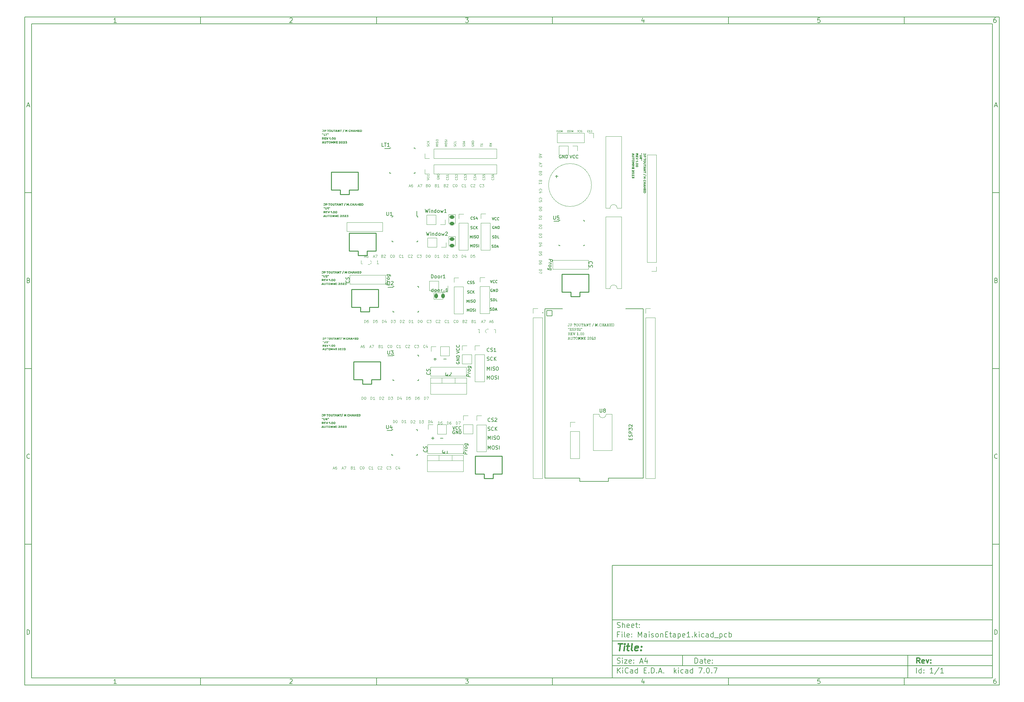
<source format=gto>
%TF.GenerationSoftware,KiCad,Pcbnew,7.0.7*%
%TF.CreationDate,2023-11-05T18:49:28-05:00*%
%TF.ProjectId,MaisonEtape1,4d616973-6f6e-4457-9461-7065312e6b69,rev?*%
%TF.SameCoordinates,Original*%
%TF.FileFunction,Legend,Top*%
%TF.FilePolarity,Positive*%
%FSLAX46Y46*%
G04 Gerber Fmt 4.6, Leading zero omitted, Abs format (unit mm)*
G04 Created by KiCad (PCBNEW 7.0.7) date 2023-11-05 18:49:28*
%MOMM*%
%LPD*%
G01*
G04 APERTURE LIST*
G04 Aperture macros list*
%AMRoundRect*
0 Rectangle with rounded corners*
0 $1 Rounding radius*
0 $2 $3 $4 $5 $6 $7 $8 $9 X,Y pos of 4 corners*
0 Add a 4 corners polygon primitive as box body*
4,1,4,$2,$3,$4,$5,$6,$7,$8,$9,$2,$3,0*
0 Add four circle primitives for the rounded corners*
1,1,$1+$1,$2,$3*
1,1,$1+$1,$4,$5*
1,1,$1+$1,$6,$7*
1,1,$1+$1,$8,$9*
0 Add four rect primitives between the rounded corners*
20,1,$1+$1,$2,$3,$4,$5,0*
20,1,$1+$1,$4,$5,$6,$7,0*
20,1,$1+$1,$6,$7,$8,$9,0*
20,1,$1+$1,$8,$9,$2,$3,0*%
%AMFreePoly0*
4,1,5,0.762000,-1.524000,-0.762000,-1.524000,-0.762000,1.524000,0.762000,1.524000,0.762000,-1.524000,0.762000,-1.524000,$1*%
%AMFreePoly1*
4,1,5,0.762000,-1.200000,-0.762000,-1.200000,-0.762000,1.200000,0.762000,1.200000,0.762000,-1.200000,0.762000,-1.200000,$1*%
%AMFreePoly2*
4,1,5,0.762000,-1.050000,-0.762000,-1.050000,-0.762000,1.050000,0.762000,1.050000,0.762000,-1.050000,0.762000,-1.050000,$1*%
%AMFreePoly3*
4,1,5,0.762000,-1.000000,-0.762000,-1.000000,-0.762000,1.000000,0.762000,1.000000,0.762000,-1.000000,0.762000,-1.000000,$1*%
G04 Aperture macros list end*
%ADD10C,0.100000*%
%ADD11C,0.150000*%
%ADD12C,0.300000*%
%ADD13C,0.400000*%
%ADD14C,0.187500*%
%ADD15C,0.200000*%
%ADD16C,0.120000*%
%ADD17C,0.125000*%
%ADD18C,0.250000*%
%ADD19C,0.127000*%
%ADD20C,6.400000*%
%ADD21RoundRect,0.243750X-0.456250X0.243750X-0.456250X-0.243750X0.456250X-0.243750X0.456250X0.243750X0*%
%ADD22FreePoly0,180.000000*%
%ADD23FreePoly1,180.000000*%
%ADD24R,1.700000X1.700000*%
%ADD25O,1.700000X1.700000*%
%ADD26C,1.750000*%
%ADD27C,0.800000*%
%ADD28FreePoly0,0.000000*%
%ADD29FreePoly2,0.000000*%
%ADD30R,2.000000X2.000000*%
%ADD31C,2.000000*%
%ADD32R,2.400000X1.600000*%
%ADD33O,2.400000X1.600000*%
%ADD34RoundRect,0.102000X-0.765000X-0.765000X0.765000X-0.765000X0.765000X0.765000X-0.765000X0.765000X0*%
%ADD35C,1.734000*%
%ADD36R,0.550000X1.600000*%
%ADD37R,1.600000X0.550000*%
%ADD38FreePoly3,0.000000*%
%ADD39C,1.500000*%
%ADD40R,1.905000X2.000000*%
%ADD41O,1.905000X2.000000*%
%ADD42FreePoly0,270.000000*%
%ADD43O,1.600000X1.600000*%
%ADD44R,1.600000X1.600000*%
%ADD45RoundRect,0.243750X-0.243750X-0.456250X0.243750X-0.456250X0.243750X0.456250X-0.243750X0.456250X0*%
G04 APERTURE END LIST*
D10*
D11*
X177002200Y-166007200D02*
X285002200Y-166007200D01*
X285002200Y-198007200D01*
X177002200Y-198007200D01*
X177002200Y-166007200D01*
D10*
D11*
X10000000Y-10000000D02*
X287002200Y-10000000D01*
X287002200Y-200007200D01*
X10000000Y-200007200D01*
X10000000Y-10000000D01*
D10*
D11*
X12000000Y-12000000D02*
X285002200Y-12000000D01*
X285002200Y-198007200D01*
X12000000Y-198007200D01*
X12000000Y-12000000D01*
D10*
D11*
X60000000Y-12000000D02*
X60000000Y-10000000D01*
D10*
D11*
X110000000Y-12000000D02*
X110000000Y-10000000D01*
D10*
D11*
X160000000Y-12000000D02*
X160000000Y-10000000D01*
D10*
D11*
X210000000Y-12000000D02*
X210000000Y-10000000D01*
D10*
D11*
X260000000Y-12000000D02*
X260000000Y-10000000D01*
D10*
D11*
X36089160Y-11593604D02*
X35346303Y-11593604D01*
X35717731Y-11593604D02*
X35717731Y-10293604D01*
X35717731Y-10293604D02*
X35593922Y-10479319D01*
X35593922Y-10479319D02*
X35470112Y-10603128D01*
X35470112Y-10603128D02*
X35346303Y-10665033D01*
D10*
D11*
X85346303Y-10417414D02*
X85408207Y-10355509D01*
X85408207Y-10355509D02*
X85532017Y-10293604D01*
X85532017Y-10293604D02*
X85841541Y-10293604D01*
X85841541Y-10293604D02*
X85965350Y-10355509D01*
X85965350Y-10355509D02*
X86027255Y-10417414D01*
X86027255Y-10417414D02*
X86089160Y-10541223D01*
X86089160Y-10541223D02*
X86089160Y-10665033D01*
X86089160Y-10665033D02*
X86027255Y-10850747D01*
X86027255Y-10850747D02*
X85284398Y-11593604D01*
X85284398Y-11593604D02*
X86089160Y-11593604D01*
D10*
D11*
X135284398Y-10293604D02*
X136089160Y-10293604D01*
X136089160Y-10293604D02*
X135655826Y-10788842D01*
X135655826Y-10788842D02*
X135841541Y-10788842D01*
X135841541Y-10788842D02*
X135965350Y-10850747D01*
X135965350Y-10850747D02*
X136027255Y-10912652D01*
X136027255Y-10912652D02*
X136089160Y-11036461D01*
X136089160Y-11036461D02*
X136089160Y-11345985D01*
X136089160Y-11345985D02*
X136027255Y-11469795D01*
X136027255Y-11469795D02*
X135965350Y-11531700D01*
X135965350Y-11531700D02*
X135841541Y-11593604D01*
X135841541Y-11593604D02*
X135470112Y-11593604D01*
X135470112Y-11593604D02*
X135346303Y-11531700D01*
X135346303Y-11531700D02*
X135284398Y-11469795D01*
D10*
D11*
X185965350Y-10726938D02*
X185965350Y-11593604D01*
X185655826Y-10231700D02*
X185346303Y-11160271D01*
X185346303Y-11160271D02*
X186151064Y-11160271D01*
D10*
D11*
X236027255Y-10293604D02*
X235408207Y-10293604D01*
X235408207Y-10293604D02*
X235346303Y-10912652D01*
X235346303Y-10912652D02*
X235408207Y-10850747D01*
X235408207Y-10850747D02*
X235532017Y-10788842D01*
X235532017Y-10788842D02*
X235841541Y-10788842D01*
X235841541Y-10788842D02*
X235965350Y-10850747D01*
X235965350Y-10850747D02*
X236027255Y-10912652D01*
X236027255Y-10912652D02*
X236089160Y-11036461D01*
X236089160Y-11036461D02*
X236089160Y-11345985D01*
X236089160Y-11345985D02*
X236027255Y-11469795D01*
X236027255Y-11469795D02*
X235965350Y-11531700D01*
X235965350Y-11531700D02*
X235841541Y-11593604D01*
X235841541Y-11593604D02*
X235532017Y-11593604D01*
X235532017Y-11593604D02*
X235408207Y-11531700D01*
X235408207Y-11531700D02*
X235346303Y-11469795D01*
D10*
D11*
X285965350Y-10293604D02*
X285717731Y-10293604D01*
X285717731Y-10293604D02*
X285593922Y-10355509D01*
X285593922Y-10355509D02*
X285532017Y-10417414D01*
X285532017Y-10417414D02*
X285408207Y-10603128D01*
X285408207Y-10603128D02*
X285346303Y-10850747D01*
X285346303Y-10850747D02*
X285346303Y-11345985D01*
X285346303Y-11345985D02*
X285408207Y-11469795D01*
X285408207Y-11469795D02*
X285470112Y-11531700D01*
X285470112Y-11531700D02*
X285593922Y-11593604D01*
X285593922Y-11593604D02*
X285841541Y-11593604D01*
X285841541Y-11593604D02*
X285965350Y-11531700D01*
X285965350Y-11531700D02*
X286027255Y-11469795D01*
X286027255Y-11469795D02*
X286089160Y-11345985D01*
X286089160Y-11345985D02*
X286089160Y-11036461D01*
X286089160Y-11036461D02*
X286027255Y-10912652D01*
X286027255Y-10912652D02*
X285965350Y-10850747D01*
X285965350Y-10850747D02*
X285841541Y-10788842D01*
X285841541Y-10788842D02*
X285593922Y-10788842D01*
X285593922Y-10788842D02*
X285470112Y-10850747D01*
X285470112Y-10850747D02*
X285408207Y-10912652D01*
X285408207Y-10912652D02*
X285346303Y-11036461D01*
D10*
D11*
X60000000Y-198007200D02*
X60000000Y-200007200D01*
D10*
D11*
X110000000Y-198007200D02*
X110000000Y-200007200D01*
D10*
D11*
X160000000Y-198007200D02*
X160000000Y-200007200D01*
D10*
D11*
X210000000Y-198007200D02*
X210000000Y-200007200D01*
D10*
D11*
X260000000Y-198007200D02*
X260000000Y-200007200D01*
D10*
D11*
X36089160Y-199600804D02*
X35346303Y-199600804D01*
X35717731Y-199600804D02*
X35717731Y-198300804D01*
X35717731Y-198300804D02*
X35593922Y-198486519D01*
X35593922Y-198486519D02*
X35470112Y-198610328D01*
X35470112Y-198610328D02*
X35346303Y-198672233D01*
D10*
D11*
X85346303Y-198424614D02*
X85408207Y-198362709D01*
X85408207Y-198362709D02*
X85532017Y-198300804D01*
X85532017Y-198300804D02*
X85841541Y-198300804D01*
X85841541Y-198300804D02*
X85965350Y-198362709D01*
X85965350Y-198362709D02*
X86027255Y-198424614D01*
X86027255Y-198424614D02*
X86089160Y-198548423D01*
X86089160Y-198548423D02*
X86089160Y-198672233D01*
X86089160Y-198672233D02*
X86027255Y-198857947D01*
X86027255Y-198857947D02*
X85284398Y-199600804D01*
X85284398Y-199600804D02*
X86089160Y-199600804D01*
D10*
D11*
X135284398Y-198300804D02*
X136089160Y-198300804D01*
X136089160Y-198300804D02*
X135655826Y-198796042D01*
X135655826Y-198796042D02*
X135841541Y-198796042D01*
X135841541Y-198796042D02*
X135965350Y-198857947D01*
X135965350Y-198857947D02*
X136027255Y-198919852D01*
X136027255Y-198919852D02*
X136089160Y-199043661D01*
X136089160Y-199043661D02*
X136089160Y-199353185D01*
X136089160Y-199353185D02*
X136027255Y-199476995D01*
X136027255Y-199476995D02*
X135965350Y-199538900D01*
X135965350Y-199538900D02*
X135841541Y-199600804D01*
X135841541Y-199600804D02*
X135470112Y-199600804D01*
X135470112Y-199600804D02*
X135346303Y-199538900D01*
X135346303Y-199538900D02*
X135284398Y-199476995D01*
D10*
D11*
X185965350Y-198734138D02*
X185965350Y-199600804D01*
X185655826Y-198238900D02*
X185346303Y-199167471D01*
X185346303Y-199167471D02*
X186151064Y-199167471D01*
D10*
D11*
X236027255Y-198300804D02*
X235408207Y-198300804D01*
X235408207Y-198300804D02*
X235346303Y-198919852D01*
X235346303Y-198919852D02*
X235408207Y-198857947D01*
X235408207Y-198857947D02*
X235532017Y-198796042D01*
X235532017Y-198796042D02*
X235841541Y-198796042D01*
X235841541Y-198796042D02*
X235965350Y-198857947D01*
X235965350Y-198857947D02*
X236027255Y-198919852D01*
X236027255Y-198919852D02*
X236089160Y-199043661D01*
X236089160Y-199043661D02*
X236089160Y-199353185D01*
X236089160Y-199353185D02*
X236027255Y-199476995D01*
X236027255Y-199476995D02*
X235965350Y-199538900D01*
X235965350Y-199538900D02*
X235841541Y-199600804D01*
X235841541Y-199600804D02*
X235532017Y-199600804D01*
X235532017Y-199600804D02*
X235408207Y-199538900D01*
X235408207Y-199538900D02*
X235346303Y-199476995D01*
D10*
D11*
X285965350Y-198300804D02*
X285717731Y-198300804D01*
X285717731Y-198300804D02*
X285593922Y-198362709D01*
X285593922Y-198362709D02*
X285532017Y-198424614D01*
X285532017Y-198424614D02*
X285408207Y-198610328D01*
X285408207Y-198610328D02*
X285346303Y-198857947D01*
X285346303Y-198857947D02*
X285346303Y-199353185D01*
X285346303Y-199353185D02*
X285408207Y-199476995D01*
X285408207Y-199476995D02*
X285470112Y-199538900D01*
X285470112Y-199538900D02*
X285593922Y-199600804D01*
X285593922Y-199600804D02*
X285841541Y-199600804D01*
X285841541Y-199600804D02*
X285965350Y-199538900D01*
X285965350Y-199538900D02*
X286027255Y-199476995D01*
X286027255Y-199476995D02*
X286089160Y-199353185D01*
X286089160Y-199353185D02*
X286089160Y-199043661D01*
X286089160Y-199043661D02*
X286027255Y-198919852D01*
X286027255Y-198919852D02*
X285965350Y-198857947D01*
X285965350Y-198857947D02*
X285841541Y-198796042D01*
X285841541Y-198796042D02*
X285593922Y-198796042D01*
X285593922Y-198796042D02*
X285470112Y-198857947D01*
X285470112Y-198857947D02*
X285408207Y-198919852D01*
X285408207Y-198919852D02*
X285346303Y-199043661D01*
D10*
D11*
X10000000Y-60000000D02*
X12000000Y-60000000D01*
D10*
D11*
X10000000Y-110000000D02*
X12000000Y-110000000D01*
D10*
D11*
X10000000Y-160000000D02*
X12000000Y-160000000D01*
D10*
D11*
X10690476Y-35222176D02*
X11309523Y-35222176D01*
X10566666Y-35593604D02*
X10999999Y-34293604D01*
X10999999Y-34293604D02*
X11433333Y-35593604D01*
D10*
D11*
X11092857Y-84912652D02*
X11278571Y-84974557D01*
X11278571Y-84974557D02*
X11340476Y-85036461D01*
X11340476Y-85036461D02*
X11402380Y-85160271D01*
X11402380Y-85160271D02*
X11402380Y-85345985D01*
X11402380Y-85345985D02*
X11340476Y-85469795D01*
X11340476Y-85469795D02*
X11278571Y-85531700D01*
X11278571Y-85531700D02*
X11154761Y-85593604D01*
X11154761Y-85593604D02*
X10659523Y-85593604D01*
X10659523Y-85593604D02*
X10659523Y-84293604D01*
X10659523Y-84293604D02*
X11092857Y-84293604D01*
X11092857Y-84293604D02*
X11216666Y-84355509D01*
X11216666Y-84355509D02*
X11278571Y-84417414D01*
X11278571Y-84417414D02*
X11340476Y-84541223D01*
X11340476Y-84541223D02*
X11340476Y-84665033D01*
X11340476Y-84665033D02*
X11278571Y-84788842D01*
X11278571Y-84788842D02*
X11216666Y-84850747D01*
X11216666Y-84850747D02*
X11092857Y-84912652D01*
X11092857Y-84912652D02*
X10659523Y-84912652D01*
D10*
D11*
X11402380Y-135469795D02*
X11340476Y-135531700D01*
X11340476Y-135531700D02*
X11154761Y-135593604D01*
X11154761Y-135593604D02*
X11030952Y-135593604D01*
X11030952Y-135593604D02*
X10845238Y-135531700D01*
X10845238Y-135531700D02*
X10721428Y-135407890D01*
X10721428Y-135407890D02*
X10659523Y-135284080D01*
X10659523Y-135284080D02*
X10597619Y-135036461D01*
X10597619Y-135036461D02*
X10597619Y-134850747D01*
X10597619Y-134850747D02*
X10659523Y-134603128D01*
X10659523Y-134603128D02*
X10721428Y-134479319D01*
X10721428Y-134479319D02*
X10845238Y-134355509D01*
X10845238Y-134355509D02*
X11030952Y-134293604D01*
X11030952Y-134293604D02*
X11154761Y-134293604D01*
X11154761Y-134293604D02*
X11340476Y-134355509D01*
X11340476Y-134355509D02*
X11402380Y-134417414D01*
D10*
D11*
X10659523Y-185593604D02*
X10659523Y-184293604D01*
X10659523Y-184293604D02*
X10969047Y-184293604D01*
X10969047Y-184293604D02*
X11154761Y-184355509D01*
X11154761Y-184355509D02*
X11278571Y-184479319D01*
X11278571Y-184479319D02*
X11340476Y-184603128D01*
X11340476Y-184603128D02*
X11402380Y-184850747D01*
X11402380Y-184850747D02*
X11402380Y-185036461D01*
X11402380Y-185036461D02*
X11340476Y-185284080D01*
X11340476Y-185284080D02*
X11278571Y-185407890D01*
X11278571Y-185407890D02*
X11154761Y-185531700D01*
X11154761Y-185531700D02*
X10969047Y-185593604D01*
X10969047Y-185593604D02*
X10659523Y-185593604D01*
D10*
D11*
X287002200Y-60000000D02*
X285002200Y-60000000D01*
D10*
D11*
X287002200Y-110000000D02*
X285002200Y-110000000D01*
D10*
D11*
X287002200Y-160000000D02*
X285002200Y-160000000D01*
D10*
D11*
X285692676Y-35222176D02*
X286311723Y-35222176D01*
X285568866Y-35593604D02*
X286002199Y-34293604D01*
X286002199Y-34293604D02*
X286435533Y-35593604D01*
D10*
D11*
X286095057Y-84912652D02*
X286280771Y-84974557D01*
X286280771Y-84974557D02*
X286342676Y-85036461D01*
X286342676Y-85036461D02*
X286404580Y-85160271D01*
X286404580Y-85160271D02*
X286404580Y-85345985D01*
X286404580Y-85345985D02*
X286342676Y-85469795D01*
X286342676Y-85469795D02*
X286280771Y-85531700D01*
X286280771Y-85531700D02*
X286156961Y-85593604D01*
X286156961Y-85593604D02*
X285661723Y-85593604D01*
X285661723Y-85593604D02*
X285661723Y-84293604D01*
X285661723Y-84293604D02*
X286095057Y-84293604D01*
X286095057Y-84293604D02*
X286218866Y-84355509D01*
X286218866Y-84355509D02*
X286280771Y-84417414D01*
X286280771Y-84417414D02*
X286342676Y-84541223D01*
X286342676Y-84541223D02*
X286342676Y-84665033D01*
X286342676Y-84665033D02*
X286280771Y-84788842D01*
X286280771Y-84788842D02*
X286218866Y-84850747D01*
X286218866Y-84850747D02*
X286095057Y-84912652D01*
X286095057Y-84912652D02*
X285661723Y-84912652D01*
D10*
D11*
X286404580Y-135469795D02*
X286342676Y-135531700D01*
X286342676Y-135531700D02*
X286156961Y-135593604D01*
X286156961Y-135593604D02*
X286033152Y-135593604D01*
X286033152Y-135593604D02*
X285847438Y-135531700D01*
X285847438Y-135531700D02*
X285723628Y-135407890D01*
X285723628Y-135407890D02*
X285661723Y-135284080D01*
X285661723Y-135284080D02*
X285599819Y-135036461D01*
X285599819Y-135036461D02*
X285599819Y-134850747D01*
X285599819Y-134850747D02*
X285661723Y-134603128D01*
X285661723Y-134603128D02*
X285723628Y-134479319D01*
X285723628Y-134479319D02*
X285847438Y-134355509D01*
X285847438Y-134355509D02*
X286033152Y-134293604D01*
X286033152Y-134293604D02*
X286156961Y-134293604D01*
X286156961Y-134293604D02*
X286342676Y-134355509D01*
X286342676Y-134355509D02*
X286404580Y-134417414D01*
D10*
D11*
X285661723Y-185593604D02*
X285661723Y-184293604D01*
X285661723Y-184293604D02*
X285971247Y-184293604D01*
X285971247Y-184293604D02*
X286156961Y-184355509D01*
X286156961Y-184355509D02*
X286280771Y-184479319D01*
X286280771Y-184479319D02*
X286342676Y-184603128D01*
X286342676Y-184603128D02*
X286404580Y-184850747D01*
X286404580Y-184850747D02*
X286404580Y-185036461D01*
X286404580Y-185036461D02*
X286342676Y-185284080D01*
X286342676Y-185284080D02*
X286280771Y-185407890D01*
X286280771Y-185407890D02*
X286156961Y-185531700D01*
X286156961Y-185531700D02*
X285971247Y-185593604D01*
X285971247Y-185593604D02*
X285661723Y-185593604D01*
D10*
D11*
X200458026Y-193793328D02*
X200458026Y-192293328D01*
X200458026Y-192293328D02*
X200815169Y-192293328D01*
X200815169Y-192293328D02*
X201029455Y-192364757D01*
X201029455Y-192364757D02*
X201172312Y-192507614D01*
X201172312Y-192507614D02*
X201243741Y-192650471D01*
X201243741Y-192650471D02*
X201315169Y-192936185D01*
X201315169Y-192936185D02*
X201315169Y-193150471D01*
X201315169Y-193150471D02*
X201243741Y-193436185D01*
X201243741Y-193436185D02*
X201172312Y-193579042D01*
X201172312Y-193579042D02*
X201029455Y-193721900D01*
X201029455Y-193721900D02*
X200815169Y-193793328D01*
X200815169Y-193793328D02*
X200458026Y-193793328D01*
X202600884Y-193793328D02*
X202600884Y-193007614D01*
X202600884Y-193007614D02*
X202529455Y-192864757D01*
X202529455Y-192864757D02*
X202386598Y-192793328D01*
X202386598Y-192793328D02*
X202100884Y-192793328D01*
X202100884Y-192793328D02*
X201958026Y-192864757D01*
X202600884Y-193721900D02*
X202458026Y-193793328D01*
X202458026Y-193793328D02*
X202100884Y-193793328D01*
X202100884Y-193793328D02*
X201958026Y-193721900D01*
X201958026Y-193721900D02*
X201886598Y-193579042D01*
X201886598Y-193579042D02*
X201886598Y-193436185D01*
X201886598Y-193436185D02*
X201958026Y-193293328D01*
X201958026Y-193293328D02*
X202100884Y-193221900D01*
X202100884Y-193221900D02*
X202458026Y-193221900D01*
X202458026Y-193221900D02*
X202600884Y-193150471D01*
X203100884Y-192793328D02*
X203672312Y-192793328D01*
X203315169Y-192293328D02*
X203315169Y-193579042D01*
X203315169Y-193579042D02*
X203386598Y-193721900D01*
X203386598Y-193721900D02*
X203529455Y-193793328D01*
X203529455Y-193793328D02*
X203672312Y-193793328D01*
X204743741Y-193721900D02*
X204600884Y-193793328D01*
X204600884Y-193793328D02*
X204315170Y-193793328D01*
X204315170Y-193793328D02*
X204172312Y-193721900D01*
X204172312Y-193721900D02*
X204100884Y-193579042D01*
X204100884Y-193579042D02*
X204100884Y-193007614D01*
X204100884Y-193007614D02*
X204172312Y-192864757D01*
X204172312Y-192864757D02*
X204315170Y-192793328D01*
X204315170Y-192793328D02*
X204600884Y-192793328D01*
X204600884Y-192793328D02*
X204743741Y-192864757D01*
X204743741Y-192864757D02*
X204815170Y-193007614D01*
X204815170Y-193007614D02*
X204815170Y-193150471D01*
X204815170Y-193150471D02*
X204100884Y-193293328D01*
X205458026Y-193650471D02*
X205529455Y-193721900D01*
X205529455Y-193721900D02*
X205458026Y-193793328D01*
X205458026Y-193793328D02*
X205386598Y-193721900D01*
X205386598Y-193721900D02*
X205458026Y-193650471D01*
X205458026Y-193650471D02*
X205458026Y-193793328D01*
X205458026Y-192864757D02*
X205529455Y-192936185D01*
X205529455Y-192936185D02*
X205458026Y-193007614D01*
X205458026Y-193007614D02*
X205386598Y-192936185D01*
X205386598Y-192936185D02*
X205458026Y-192864757D01*
X205458026Y-192864757D02*
X205458026Y-193007614D01*
D10*
D11*
X177002200Y-194507200D02*
X285002200Y-194507200D01*
D10*
D11*
X178458026Y-196593328D02*
X178458026Y-195093328D01*
X179315169Y-196593328D02*
X178672312Y-195736185D01*
X179315169Y-195093328D02*
X178458026Y-195950471D01*
X179958026Y-196593328D02*
X179958026Y-195593328D01*
X179958026Y-195093328D02*
X179886598Y-195164757D01*
X179886598Y-195164757D02*
X179958026Y-195236185D01*
X179958026Y-195236185D02*
X180029455Y-195164757D01*
X180029455Y-195164757D02*
X179958026Y-195093328D01*
X179958026Y-195093328D02*
X179958026Y-195236185D01*
X181529455Y-196450471D02*
X181458027Y-196521900D01*
X181458027Y-196521900D02*
X181243741Y-196593328D01*
X181243741Y-196593328D02*
X181100884Y-196593328D01*
X181100884Y-196593328D02*
X180886598Y-196521900D01*
X180886598Y-196521900D02*
X180743741Y-196379042D01*
X180743741Y-196379042D02*
X180672312Y-196236185D01*
X180672312Y-196236185D02*
X180600884Y-195950471D01*
X180600884Y-195950471D02*
X180600884Y-195736185D01*
X180600884Y-195736185D02*
X180672312Y-195450471D01*
X180672312Y-195450471D02*
X180743741Y-195307614D01*
X180743741Y-195307614D02*
X180886598Y-195164757D01*
X180886598Y-195164757D02*
X181100884Y-195093328D01*
X181100884Y-195093328D02*
X181243741Y-195093328D01*
X181243741Y-195093328D02*
X181458027Y-195164757D01*
X181458027Y-195164757D02*
X181529455Y-195236185D01*
X182815170Y-196593328D02*
X182815170Y-195807614D01*
X182815170Y-195807614D02*
X182743741Y-195664757D01*
X182743741Y-195664757D02*
X182600884Y-195593328D01*
X182600884Y-195593328D02*
X182315170Y-195593328D01*
X182315170Y-195593328D02*
X182172312Y-195664757D01*
X182815170Y-196521900D02*
X182672312Y-196593328D01*
X182672312Y-196593328D02*
X182315170Y-196593328D01*
X182315170Y-196593328D02*
X182172312Y-196521900D01*
X182172312Y-196521900D02*
X182100884Y-196379042D01*
X182100884Y-196379042D02*
X182100884Y-196236185D01*
X182100884Y-196236185D02*
X182172312Y-196093328D01*
X182172312Y-196093328D02*
X182315170Y-196021900D01*
X182315170Y-196021900D02*
X182672312Y-196021900D01*
X182672312Y-196021900D02*
X182815170Y-195950471D01*
X184172313Y-196593328D02*
X184172313Y-195093328D01*
X184172313Y-196521900D02*
X184029455Y-196593328D01*
X184029455Y-196593328D02*
X183743741Y-196593328D01*
X183743741Y-196593328D02*
X183600884Y-196521900D01*
X183600884Y-196521900D02*
X183529455Y-196450471D01*
X183529455Y-196450471D02*
X183458027Y-196307614D01*
X183458027Y-196307614D02*
X183458027Y-195879042D01*
X183458027Y-195879042D02*
X183529455Y-195736185D01*
X183529455Y-195736185D02*
X183600884Y-195664757D01*
X183600884Y-195664757D02*
X183743741Y-195593328D01*
X183743741Y-195593328D02*
X184029455Y-195593328D01*
X184029455Y-195593328D02*
X184172313Y-195664757D01*
X186029455Y-195807614D02*
X186529455Y-195807614D01*
X186743741Y-196593328D02*
X186029455Y-196593328D01*
X186029455Y-196593328D02*
X186029455Y-195093328D01*
X186029455Y-195093328D02*
X186743741Y-195093328D01*
X187386598Y-196450471D02*
X187458027Y-196521900D01*
X187458027Y-196521900D02*
X187386598Y-196593328D01*
X187386598Y-196593328D02*
X187315170Y-196521900D01*
X187315170Y-196521900D02*
X187386598Y-196450471D01*
X187386598Y-196450471D02*
X187386598Y-196593328D01*
X188100884Y-196593328D02*
X188100884Y-195093328D01*
X188100884Y-195093328D02*
X188458027Y-195093328D01*
X188458027Y-195093328D02*
X188672313Y-195164757D01*
X188672313Y-195164757D02*
X188815170Y-195307614D01*
X188815170Y-195307614D02*
X188886599Y-195450471D01*
X188886599Y-195450471D02*
X188958027Y-195736185D01*
X188958027Y-195736185D02*
X188958027Y-195950471D01*
X188958027Y-195950471D02*
X188886599Y-196236185D01*
X188886599Y-196236185D02*
X188815170Y-196379042D01*
X188815170Y-196379042D02*
X188672313Y-196521900D01*
X188672313Y-196521900D02*
X188458027Y-196593328D01*
X188458027Y-196593328D02*
X188100884Y-196593328D01*
X189600884Y-196450471D02*
X189672313Y-196521900D01*
X189672313Y-196521900D02*
X189600884Y-196593328D01*
X189600884Y-196593328D02*
X189529456Y-196521900D01*
X189529456Y-196521900D02*
X189600884Y-196450471D01*
X189600884Y-196450471D02*
X189600884Y-196593328D01*
X190243742Y-196164757D02*
X190958028Y-196164757D01*
X190100885Y-196593328D02*
X190600885Y-195093328D01*
X190600885Y-195093328D02*
X191100885Y-196593328D01*
X191600884Y-196450471D02*
X191672313Y-196521900D01*
X191672313Y-196521900D02*
X191600884Y-196593328D01*
X191600884Y-196593328D02*
X191529456Y-196521900D01*
X191529456Y-196521900D02*
X191600884Y-196450471D01*
X191600884Y-196450471D02*
X191600884Y-196593328D01*
X194600884Y-196593328D02*
X194600884Y-195093328D01*
X194743742Y-196021900D02*
X195172313Y-196593328D01*
X195172313Y-195593328D02*
X194600884Y-196164757D01*
X195815170Y-196593328D02*
X195815170Y-195593328D01*
X195815170Y-195093328D02*
X195743742Y-195164757D01*
X195743742Y-195164757D02*
X195815170Y-195236185D01*
X195815170Y-195236185D02*
X195886599Y-195164757D01*
X195886599Y-195164757D02*
X195815170Y-195093328D01*
X195815170Y-195093328D02*
X195815170Y-195236185D01*
X197172314Y-196521900D02*
X197029456Y-196593328D01*
X197029456Y-196593328D02*
X196743742Y-196593328D01*
X196743742Y-196593328D02*
X196600885Y-196521900D01*
X196600885Y-196521900D02*
X196529456Y-196450471D01*
X196529456Y-196450471D02*
X196458028Y-196307614D01*
X196458028Y-196307614D02*
X196458028Y-195879042D01*
X196458028Y-195879042D02*
X196529456Y-195736185D01*
X196529456Y-195736185D02*
X196600885Y-195664757D01*
X196600885Y-195664757D02*
X196743742Y-195593328D01*
X196743742Y-195593328D02*
X197029456Y-195593328D01*
X197029456Y-195593328D02*
X197172314Y-195664757D01*
X198458028Y-196593328D02*
X198458028Y-195807614D01*
X198458028Y-195807614D02*
X198386599Y-195664757D01*
X198386599Y-195664757D02*
X198243742Y-195593328D01*
X198243742Y-195593328D02*
X197958028Y-195593328D01*
X197958028Y-195593328D02*
X197815170Y-195664757D01*
X198458028Y-196521900D02*
X198315170Y-196593328D01*
X198315170Y-196593328D02*
X197958028Y-196593328D01*
X197958028Y-196593328D02*
X197815170Y-196521900D01*
X197815170Y-196521900D02*
X197743742Y-196379042D01*
X197743742Y-196379042D02*
X197743742Y-196236185D01*
X197743742Y-196236185D02*
X197815170Y-196093328D01*
X197815170Y-196093328D02*
X197958028Y-196021900D01*
X197958028Y-196021900D02*
X198315170Y-196021900D01*
X198315170Y-196021900D02*
X198458028Y-195950471D01*
X199815171Y-196593328D02*
X199815171Y-195093328D01*
X199815171Y-196521900D02*
X199672313Y-196593328D01*
X199672313Y-196593328D02*
X199386599Y-196593328D01*
X199386599Y-196593328D02*
X199243742Y-196521900D01*
X199243742Y-196521900D02*
X199172313Y-196450471D01*
X199172313Y-196450471D02*
X199100885Y-196307614D01*
X199100885Y-196307614D02*
X199100885Y-195879042D01*
X199100885Y-195879042D02*
X199172313Y-195736185D01*
X199172313Y-195736185D02*
X199243742Y-195664757D01*
X199243742Y-195664757D02*
X199386599Y-195593328D01*
X199386599Y-195593328D02*
X199672313Y-195593328D01*
X199672313Y-195593328D02*
X199815171Y-195664757D01*
X201529456Y-195093328D02*
X202529456Y-195093328D01*
X202529456Y-195093328D02*
X201886599Y-196593328D01*
X203100884Y-196450471D02*
X203172313Y-196521900D01*
X203172313Y-196521900D02*
X203100884Y-196593328D01*
X203100884Y-196593328D02*
X203029456Y-196521900D01*
X203029456Y-196521900D02*
X203100884Y-196450471D01*
X203100884Y-196450471D02*
X203100884Y-196593328D01*
X204100885Y-195093328D02*
X204243742Y-195093328D01*
X204243742Y-195093328D02*
X204386599Y-195164757D01*
X204386599Y-195164757D02*
X204458028Y-195236185D01*
X204458028Y-195236185D02*
X204529456Y-195379042D01*
X204529456Y-195379042D02*
X204600885Y-195664757D01*
X204600885Y-195664757D02*
X204600885Y-196021900D01*
X204600885Y-196021900D02*
X204529456Y-196307614D01*
X204529456Y-196307614D02*
X204458028Y-196450471D01*
X204458028Y-196450471D02*
X204386599Y-196521900D01*
X204386599Y-196521900D02*
X204243742Y-196593328D01*
X204243742Y-196593328D02*
X204100885Y-196593328D01*
X204100885Y-196593328D02*
X203958028Y-196521900D01*
X203958028Y-196521900D02*
X203886599Y-196450471D01*
X203886599Y-196450471D02*
X203815170Y-196307614D01*
X203815170Y-196307614D02*
X203743742Y-196021900D01*
X203743742Y-196021900D02*
X203743742Y-195664757D01*
X203743742Y-195664757D02*
X203815170Y-195379042D01*
X203815170Y-195379042D02*
X203886599Y-195236185D01*
X203886599Y-195236185D02*
X203958028Y-195164757D01*
X203958028Y-195164757D02*
X204100885Y-195093328D01*
X205243741Y-196450471D02*
X205315170Y-196521900D01*
X205315170Y-196521900D02*
X205243741Y-196593328D01*
X205243741Y-196593328D02*
X205172313Y-196521900D01*
X205172313Y-196521900D02*
X205243741Y-196450471D01*
X205243741Y-196450471D02*
X205243741Y-196593328D01*
X205815170Y-195093328D02*
X206815170Y-195093328D01*
X206815170Y-195093328D02*
X206172313Y-196593328D01*
D10*
D11*
X177002200Y-191507200D02*
X285002200Y-191507200D01*
D10*
D12*
X264413853Y-193785528D02*
X263913853Y-193071242D01*
X263556710Y-193785528D02*
X263556710Y-192285528D01*
X263556710Y-192285528D02*
X264128139Y-192285528D01*
X264128139Y-192285528D02*
X264270996Y-192356957D01*
X264270996Y-192356957D02*
X264342425Y-192428385D01*
X264342425Y-192428385D02*
X264413853Y-192571242D01*
X264413853Y-192571242D02*
X264413853Y-192785528D01*
X264413853Y-192785528D02*
X264342425Y-192928385D01*
X264342425Y-192928385D02*
X264270996Y-192999814D01*
X264270996Y-192999814D02*
X264128139Y-193071242D01*
X264128139Y-193071242D02*
X263556710Y-193071242D01*
X265628139Y-193714100D02*
X265485282Y-193785528D01*
X265485282Y-193785528D02*
X265199568Y-193785528D01*
X265199568Y-193785528D02*
X265056710Y-193714100D01*
X265056710Y-193714100D02*
X264985282Y-193571242D01*
X264985282Y-193571242D02*
X264985282Y-192999814D01*
X264985282Y-192999814D02*
X265056710Y-192856957D01*
X265056710Y-192856957D02*
X265199568Y-192785528D01*
X265199568Y-192785528D02*
X265485282Y-192785528D01*
X265485282Y-192785528D02*
X265628139Y-192856957D01*
X265628139Y-192856957D02*
X265699568Y-192999814D01*
X265699568Y-192999814D02*
X265699568Y-193142671D01*
X265699568Y-193142671D02*
X264985282Y-193285528D01*
X266199567Y-192785528D02*
X266556710Y-193785528D01*
X266556710Y-193785528D02*
X266913853Y-192785528D01*
X267485281Y-193642671D02*
X267556710Y-193714100D01*
X267556710Y-193714100D02*
X267485281Y-193785528D01*
X267485281Y-193785528D02*
X267413853Y-193714100D01*
X267413853Y-193714100D02*
X267485281Y-193642671D01*
X267485281Y-193642671D02*
X267485281Y-193785528D01*
X267485281Y-192856957D02*
X267556710Y-192928385D01*
X267556710Y-192928385D02*
X267485281Y-192999814D01*
X267485281Y-192999814D02*
X267413853Y-192928385D01*
X267413853Y-192928385D02*
X267485281Y-192856957D01*
X267485281Y-192856957D02*
X267485281Y-192999814D01*
D10*
D11*
X178386598Y-193721900D02*
X178600884Y-193793328D01*
X178600884Y-193793328D02*
X178958026Y-193793328D01*
X178958026Y-193793328D02*
X179100884Y-193721900D01*
X179100884Y-193721900D02*
X179172312Y-193650471D01*
X179172312Y-193650471D02*
X179243741Y-193507614D01*
X179243741Y-193507614D02*
X179243741Y-193364757D01*
X179243741Y-193364757D02*
X179172312Y-193221900D01*
X179172312Y-193221900D02*
X179100884Y-193150471D01*
X179100884Y-193150471D02*
X178958026Y-193079042D01*
X178958026Y-193079042D02*
X178672312Y-193007614D01*
X178672312Y-193007614D02*
X178529455Y-192936185D01*
X178529455Y-192936185D02*
X178458026Y-192864757D01*
X178458026Y-192864757D02*
X178386598Y-192721900D01*
X178386598Y-192721900D02*
X178386598Y-192579042D01*
X178386598Y-192579042D02*
X178458026Y-192436185D01*
X178458026Y-192436185D02*
X178529455Y-192364757D01*
X178529455Y-192364757D02*
X178672312Y-192293328D01*
X178672312Y-192293328D02*
X179029455Y-192293328D01*
X179029455Y-192293328D02*
X179243741Y-192364757D01*
X179886597Y-193793328D02*
X179886597Y-192793328D01*
X179886597Y-192293328D02*
X179815169Y-192364757D01*
X179815169Y-192364757D02*
X179886597Y-192436185D01*
X179886597Y-192436185D02*
X179958026Y-192364757D01*
X179958026Y-192364757D02*
X179886597Y-192293328D01*
X179886597Y-192293328D02*
X179886597Y-192436185D01*
X180458026Y-192793328D02*
X181243741Y-192793328D01*
X181243741Y-192793328D02*
X180458026Y-193793328D01*
X180458026Y-193793328D02*
X181243741Y-193793328D01*
X182386598Y-193721900D02*
X182243741Y-193793328D01*
X182243741Y-193793328D02*
X181958027Y-193793328D01*
X181958027Y-193793328D02*
X181815169Y-193721900D01*
X181815169Y-193721900D02*
X181743741Y-193579042D01*
X181743741Y-193579042D02*
X181743741Y-193007614D01*
X181743741Y-193007614D02*
X181815169Y-192864757D01*
X181815169Y-192864757D02*
X181958027Y-192793328D01*
X181958027Y-192793328D02*
X182243741Y-192793328D01*
X182243741Y-192793328D02*
X182386598Y-192864757D01*
X182386598Y-192864757D02*
X182458027Y-193007614D01*
X182458027Y-193007614D02*
X182458027Y-193150471D01*
X182458027Y-193150471D02*
X181743741Y-193293328D01*
X183100883Y-193650471D02*
X183172312Y-193721900D01*
X183172312Y-193721900D02*
X183100883Y-193793328D01*
X183100883Y-193793328D02*
X183029455Y-193721900D01*
X183029455Y-193721900D02*
X183100883Y-193650471D01*
X183100883Y-193650471D02*
X183100883Y-193793328D01*
X183100883Y-192864757D02*
X183172312Y-192936185D01*
X183172312Y-192936185D02*
X183100883Y-193007614D01*
X183100883Y-193007614D02*
X183029455Y-192936185D01*
X183029455Y-192936185D02*
X183100883Y-192864757D01*
X183100883Y-192864757D02*
X183100883Y-193007614D01*
X184886598Y-193364757D02*
X185600884Y-193364757D01*
X184743741Y-193793328D02*
X185243741Y-192293328D01*
X185243741Y-192293328D02*
X185743741Y-193793328D01*
X186886598Y-192793328D02*
X186886598Y-193793328D01*
X186529455Y-192221900D02*
X186172312Y-193293328D01*
X186172312Y-193293328D02*
X187100883Y-193293328D01*
D10*
D11*
X263458026Y-196593328D02*
X263458026Y-195093328D01*
X264815170Y-196593328D02*
X264815170Y-195093328D01*
X264815170Y-196521900D02*
X264672312Y-196593328D01*
X264672312Y-196593328D02*
X264386598Y-196593328D01*
X264386598Y-196593328D02*
X264243741Y-196521900D01*
X264243741Y-196521900D02*
X264172312Y-196450471D01*
X264172312Y-196450471D02*
X264100884Y-196307614D01*
X264100884Y-196307614D02*
X264100884Y-195879042D01*
X264100884Y-195879042D02*
X264172312Y-195736185D01*
X264172312Y-195736185D02*
X264243741Y-195664757D01*
X264243741Y-195664757D02*
X264386598Y-195593328D01*
X264386598Y-195593328D02*
X264672312Y-195593328D01*
X264672312Y-195593328D02*
X264815170Y-195664757D01*
X265529455Y-196450471D02*
X265600884Y-196521900D01*
X265600884Y-196521900D02*
X265529455Y-196593328D01*
X265529455Y-196593328D02*
X265458027Y-196521900D01*
X265458027Y-196521900D02*
X265529455Y-196450471D01*
X265529455Y-196450471D02*
X265529455Y-196593328D01*
X265529455Y-195664757D02*
X265600884Y-195736185D01*
X265600884Y-195736185D02*
X265529455Y-195807614D01*
X265529455Y-195807614D02*
X265458027Y-195736185D01*
X265458027Y-195736185D02*
X265529455Y-195664757D01*
X265529455Y-195664757D02*
X265529455Y-195807614D01*
X268172313Y-196593328D02*
X267315170Y-196593328D01*
X267743741Y-196593328D02*
X267743741Y-195093328D01*
X267743741Y-195093328D02*
X267600884Y-195307614D01*
X267600884Y-195307614D02*
X267458027Y-195450471D01*
X267458027Y-195450471D02*
X267315170Y-195521900D01*
X269886598Y-195021900D02*
X268600884Y-196950471D01*
X271172313Y-196593328D02*
X270315170Y-196593328D01*
X270743741Y-196593328D02*
X270743741Y-195093328D01*
X270743741Y-195093328D02*
X270600884Y-195307614D01*
X270600884Y-195307614D02*
X270458027Y-195450471D01*
X270458027Y-195450471D02*
X270315170Y-195521900D01*
D10*
D11*
X177002200Y-187507200D02*
X285002200Y-187507200D01*
D10*
D13*
X178693928Y-188211638D02*
X179836785Y-188211638D01*
X179015357Y-190211638D02*
X179265357Y-188211638D01*
X180253452Y-190211638D02*
X180420119Y-188878304D01*
X180503452Y-188211638D02*
X180396309Y-188306876D01*
X180396309Y-188306876D02*
X180479643Y-188402114D01*
X180479643Y-188402114D02*
X180586786Y-188306876D01*
X180586786Y-188306876D02*
X180503452Y-188211638D01*
X180503452Y-188211638D02*
X180479643Y-188402114D01*
X181086786Y-188878304D02*
X181848690Y-188878304D01*
X181455833Y-188211638D02*
X181241548Y-189925923D01*
X181241548Y-189925923D02*
X181312976Y-190116400D01*
X181312976Y-190116400D02*
X181491548Y-190211638D01*
X181491548Y-190211638D02*
X181682024Y-190211638D01*
X182634405Y-190211638D02*
X182455833Y-190116400D01*
X182455833Y-190116400D02*
X182384405Y-189925923D01*
X182384405Y-189925923D02*
X182598690Y-188211638D01*
X184170119Y-190116400D02*
X183967738Y-190211638D01*
X183967738Y-190211638D02*
X183586785Y-190211638D01*
X183586785Y-190211638D02*
X183408214Y-190116400D01*
X183408214Y-190116400D02*
X183336785Y-189925923D01*
X183336785Y-189925923D02*
X183432024Y-189164019D01*
X183432024Y-189164019D02*
X183551071Y-188973542D01*
X183551071Y-188973542D02*
X183753452Y-188878304D01*
X183753452Y-188878304D02*
X184134404Y-188878304D01*
X184134404Y-188878304D02*
X184312976Y-188973542D01*
X184312976Y-188973542D02*
X184384404Y-189164019D01*
X184384404Y-189164019D02*
X184360595Y-189354495D01*
X184360595Y-189354495D02*
X183384404Y-189544971D01*
X185134405Y-190021161D02*
X185217738Y-190116400D01*
X185217738Y-190116400D02*
X185110595Y-190211638D01*
X185110595Y-190211638D02*
X185027262Y-190116400D01*
X185027262Y-190116400D02*
X185134405Y-190021161D01*
X185134405Y-190021161D02*
X185110595Y-190211638D01*
X185265357Y-188973542D02*
X185348690Y-189068780D01*
X185348690Y-189068780D02*
X185241548Y-189164019D01*
X185241548Y-189164019D02*
X185158214Y-189068780D01*
X185158214Y-189068780D02*
X185265357Y-188973542D01*
X185265357Y-188973542D02*
X185241548Y-189164019D01*
D10*
D11*
X178958026Y-185607614D02*
X178458026Y-185607614D01*
X178458026Y-186393328D02*
X178458026Y-184893328D01*
X178458026Y-184893328D02*
X179172312Y-184893328D01*
X179743740Y-186393328D02*
X179743740Y-185393328D01*
X179743740Y-184893328D02*
X179672312Y-184964757D01*
X179672312Y-184964757D02*
X179743740Y-185036185D01*
X179743740Y-185036185D02*
X179815169Y-184964757D01*
X179815169Y-184964757D02*
X179743740Y-184893328D01*
X179743740Y-184893328D02*
X179743740Y-185036185D01*
X180672312Y-186393328D02*
X180529455Y-186321900D01*
X180529455Y-186321900D02*
X180458026Y-186179042D01*
X180458026Y-186179042D02*
X180458026Y-184893328D01*
X181815169Y-186321900D02*
X181672312Y-186393328D01*
X181672312Y-186393328D02*
X181386598Y-186393328D01*
X181386598Y-186393328D02*
X181243740Y-186321900D01*
X181243740Y-186321900D02*
X181172312Y-186179042D01*
X181172312Y-186179042D02*
X181172312Y-185607614D01*
X181172312Y-185607614D02*
X181243740Y-185464757D01*
X181243740Y-185464757D02*
X181386598Y-185393328D01*
X181386598Y-185393328D02*
X181672312Y-185393328D01*
X181672312Y-185393328D02*
X181815169Y-185464757D01*
X181815169Y-185464757D02*
X181886598Y-185607614D01*
X181886598Y-185607614D02*
X181886598Y-185750471D01*
X181886598Y-185750471D02*
X181172312Y-185893328D01*
X182529454Y-186250471D02*
X182600883Y-186321900D01*
X182600883Y-186321900D02*
X182529454Y-186393328D01*
X182529454Y-186393328D02*
X182458026Y-186321900D01*
X182458026Y-186321900D02*
X182529454Y-186250471D01*
X182529454Y-186250471D02*
X182529454Y-186393328D01*
X182529454Y-185464757D02*
X182600883Y-185536185D01*
X182600883Y-185536185D02*
X182529454Y-185607614D01*
X182529454Y-185607614D02*
X182458026Y-185536185D01*
X182458026Y-185536185D02*
X182529454Y-185464757D01*
X182529454Y-185464757D02*
X182529454Y-185607614D01*
X184386597Y-186393328D02*
X184386597Y-184893328D01*
X184386597Y-184893328D02*
X184886597Y-185964757D01*
X184886597Y-185964757D02*
X185386597Y-184893328D01*
X185386597Y-184893328D02*
X185386597Y-186393328D01*
X186743741Y-186393328D02*
X186743741Y-185607614D01*
X186743741Y-185607614D02*
X186672312Y-185464757D01*
X186672312Y-185464757D02*
X186529455Y-185393328D01*
X186529455Y-185393328D02*
X186243741Y-185393328D01*
X186243741Y-185393328D02*
X186100883Y-185464757D01*
X186743741Y-186321900D02*
X186600883Y-186393328D01*
X186600883Y-186393328D02*
X186243741Y-186393328D01*
X186243741Y-186393328D02*
X186100883Y-186321900D01*
X186100883Y-186321900D02*
X186029455Y-186179042D01*
X186029455Y-186179042D02*
X186029455Y-186036185D01*
X186029455Y-186036185D02*
X186100883Y-185893328D01*
X186100883Y-185893328D02*
X186243741Y-185821900D01*
X186243741Y-185821900D02*
X186600883Y-185821900D01*
X186600883Y-185821900D02*
X186743741Y-185750471D01*
X187458026Y-186393328D02*
X187458026Y-185393328D01*
X187458026Y-184893328D02*
X187386598Y-184964757D01*
X187386598Y-184964757D02*
X187458026Y-185036185D01*
X187458026Y-185036185D02*
X187529455Y-184964757D01*
X187529455Y-184964757D02*
X187458026Y-184893328D01*
X187458026Y-184893328D02*
X187458026Y-185036185D01*
X188100884Y-186321900D02*
X188243741Y-186393328D01*
X188243741Y-186393328D02*
X188529455Y-186393328D01*
X188529455Y-186393328D02*
X188672312Y-186321900D01*
X188672312Y-186321900D02*
X188743741Y-186179042D01*
X188743741Y-186179042D02*
X188743741Y-186107614D01*
X188743741Y-186107614D02*
X188672312Y-185964757D01*
X188672312Y-185964757D02*
X188529455Y-185893328D01*
X188529455Y-185893328D02*
X188315170Y-185893328D01*
X188315170Y-185893328D02*
X188172312Y-185821900D01*
X188172312Y-185821900D02*
X188100884Y-185679042D01*
X188100884Y-185679042D02*
X188100884Y-185607614D01*
X188100884Y-185607614D02*
X188172312Y-185464757D01*
X188172312Y-185464757D02*
X188315170Y-185393328D01*
X188315170Y-185393328D02*
X188529455Y-185393328D01*
X188529455Y-185393328D02*
X188672312Y-185464757D01*
X189600884Y-186393328D02*
X189458027Y-186321900D01*
X189458027Y-186321900D02*
X189386598Y-186250471D01*
X189386598Y-186250471D02*
X189315170Y-186107614D01*
X189315170Y-186107614D02*
X189315170Y-185679042D01*
X189315170Y-185679042D02*
X189386598Y-185536185D01*
X189386598Y-185536185D02*
X189458027Y-185464757D01*
X189458027Y-185464757D02*
X189600884Y-185393328D01*
X189600884Y-185393328D02*
X189815170Y-185393328D01*
X189815170Y-185393328D02*
X189958027Y-185464757D01*
X189958027Y-185464757D02*
X190029456Y-185536185D01*
X190029456Y-185536185D02*
X190100884Y-185679042D01*
X190100884Y-185679042D02*
X190100884Y-186107614D01*
X190100884Y-186107614D02*
X190029456Y-186250471D01*
X190029456Y-186250471D02*
X189958027Y-186321900D01*
X189958027Y-186321900D02*
X189815170Y-186393328D01*
X189815170Y-186393328D02*
X189600884Y-186393328D01*
X190743741Y-185393328D02*
X190743741Y-186393328D01*
X190743741Y-185536185D02*
X190815170Y-185464757D01*
X190815170Y-185464757D02*
X190958027Y-185393328D01*
X190958027Y-185393328D02*
X191172313Y-185393328D01*
X191172313Y-185393328D02*
X191315170Y-185464757D01*
X191315170Y-185464757D02*
X191386599Y-185607614D01*
X191386599Y-185607614D02*
X191386599Y-186393328D01*
X192100884Y-185607614D02*
X192600884Y-185607614D01*
X192815170Y-186393328D02*
X192100884Y-186393328D01*
X192100884Y-186393328D02*
X192100884Y-184893328D01*
X192100884Y-184893328D02*
X192815170Y-184893328D01*
X193243742Y-185393328D02*
X193815170Y-185393328D01*
X193458027Y-184893328D02*
X193458027Y-186179042D01*
X193458027Y-186179042D02*
X193529456Y-186321900D01*
X193529456Y-186321900D02*
X193672313Y-186393328D01*
X193672313Y-186393328D02*
X193815170Y-186393328D01*
X194958028Y-186393328D02*
X194958028Y-185607614D01*
X194958028Y-185607614D02*
X194886599Y-185464757D01*
X194886599Y-185464757D02*
X194743742Y-185393328D01*
X194743742Y-185393328D02*
X194458028Y-185393328D01*
X194458028Y-185393328D02*
X194315170Y-185464757D01*
X194958028Y-186321900D02*
X194815170Y-186393328D01*
X194815170Y-186393328D02*
X194458028Y-186393328D01*
X194458028Y-186393328D02*
X194315170Y-186321900D01*
X194315170Y-186321900D02*
X194243742Y-186179042D01*
X194243742Y-186179042D02*
X194243742Y-186036185D01*
X194243742Y-186036185D02*
X194315170Y-185893328D01*
X194315170Y-185893328D02*
X194458028Y-185821900D01*
X194458028Y-185821900D02*
X194815170Y-185821900D01*
X194815170Y-185821900D02*
X194958028Y-185750471D01*
X195672313Y-185393328D02*
X195672313Y-186893328D01*
X195672313Y-185464757D02*
X195815171Y-185393328D01*
X195815171Y-185393328D02*
X196100885Y-185393328D01*
X196100885Y-185393328D02*
X196243742Y-185464757D01*
X196243742Y-185464757D02*
X196315171Y-185536185D01*
X196315171Y-185536185D02*
X196386599Y-185679042D01*
X196386599Y-185679042D02*
X196386599Y-186107614D01*
X196386599Y-186107614D02*
X196315171Y-186250471D01*
X196315171Y-186250471D02*
X196243742Y-186321900D01*
X196243742Y-186321900D02*
X196100885Y-186393328D01*
X196100885Y-186393328D02*
X195815171Y-186393328D01*
X195815171Y-186393328D02*
X195672313Y-186321900D01*
X197600885Y-186321900D02*
X197458028Y-186393328D01*
X197458028Y-186393328D02*
X197172314Y-186393328D01*
X197172314Y-186393328D02*
X197029456Y-186321900D01*
X197029456Y-186321900D02*
X196958028Y-186179042D01*
X196958028Y-186179042D02*
X196958028Y-185607614D01*
X196958028Y-185607614D02*
X197029456Y-185464757D01*
X197029456Y-185464757D02*
X197172314Y-185393328D01*
X197172314Y-185393328D02*
X197458028Y-185393328D01*
X197458028Y-185393328D02*
X197600885Y-185464757D01*
X197600885Y-185464757D02*
X197672314Y-185607614D01*
X197672314Y-185607614D02*
X197672314Y-185750471D01*
X197672314Y-185750471D02*
X196958028Y-185893328D01*
X199100885Y-186393328D02*
X198243742Y-186393328D01*
X198672313Y-186393328D02*
X198672313Y-184893328D01*
X198672313Y-184893328D02*
X198529456Y-185107614D01*
X198529456Y-185107614D02*
X198386599Y-185250471D01*
X198386599Y-185250471D02*
X198243742Y-185321900D01*
X199743741Y-186250471D02*
X199815170Y-186321900D01*
X199815170Y-186321900D02*
X199743741Y-186393328D01*
X199743741Y-186393328D02*
X199672313Y-186321900D01*
X199672313Y-186321900D02*
X199743741Y-186250471D01*
X199743741Y-186250471D02*
X199743741Y-186393328D01*
X200458027Y-186393328D02*
X200458027Y-184893328D01*
X200600885Y-185821900D02*
X201029456Y-186393328D01*
X201029456Y-185393328D02*
X200458027Y-185964757D01*
X201672313Y-186393328D02*
X201672313Y-185393328D01*
X201672313Y-184893328D02*
X201600885Y-184964757D01*
X201600885Y-184964757D02*
X201672313Y-185036185D01*
X201672313Y-185036185D02*
X201743742Y-184964757D01*
X201743742Y-184964757D02*
X201672313Y-184893328D01*
X201672313Y-184893328D02*
X201672313Y-185036185D01*
X203029457Y-186321900D02*
X202886599Y-186393328D01*
X202886599Y-186393328D02*
X202600885Y-186393328D01*
X202600885Y-186393328D02*
X202458028Y-186321900D01*
X202458028Y-186321900D02*
X202386599Y-186250471D01*
X202386599Y-186250471D02*
X202315171Y-186107614D01*
X202315171Y-186107614D02*
X202315171Y-185679042D01*
X202315171Y-185679042D02*
X202386599Y-185536185D01*
X202386599Y-185536185D02*
X202458028Y-185464757D01*
X202458028Y-185464757D02*
X202600885Y-185393328D01*
X202600885Y-185393328D02*
X202886599Y-185393328D01*
X202886599Y-185393328D02*
X203029457Y-185464757D01*
X204315171Y-186393328D02*
X204315171Y-185607614D01*
X204315171Y-185607614D02*
X204243742Y-185464757D01*
X204243742Y-185464757D02*
X204100885Y-185393328D01*
X204100885Y-185393328D02*
X203815171Y-185393328D01*
X203815171Y-185393328D02*
X203672313Y-185464757D01*
X204315171Y-186321900D02*
X204172313Y-186393328D01*
X204172313Y-186393328D02*
X203815171Y-186393328D01*
X203815171Y-186393328D02*
X203672313Y-186321900D01*
X203672313Y-186321900D02*
X203600885Y-186179042D01*
X203600885Y-186179042D02*
X203600885Y-186036185D01*
X203600885Y-186036185D02*
X203672313Y-185893328D01*
X203672313Y-185893328D02*
X203815171Y-185821900D01*
X203815171Y-185821900D02*
X204172313Y-185821900D01*
X204172313Y-185821900D02*
X204315171Y-185750471D01*
X205672314Y-186393328D02*
X205672314Y-184893328D01*
X205672314Y-186321900D02*
X205529456Y-186393328D01*
X205529456Y-186393328D02*
X205243742Y-186393328D01*
X205243742Y-186393328D02*
X205100885Y-186321900D01*
X205100885Y-186321900D02*
X205029456Y-186250471D01*
X205029456Y-186250471D02*
X204958028Y-186107614D01*
X204958028Y-186107614D02*
X204958028Y-185679042D01*
X204958028Y-185679042D02*
X205029456Y-185536185D01*
X205029456Y-185536185D02*
X205100885Y-185464757D01*
X205100885Y-185464757D02*
X205243742Y-185393328D01*
X205243742Y-185393328D02*
X205529456Y-185393328D01*
X205529456Y-185393328D02*
X205672314Y-185464757D01*
X206029457Y-186536185D02*
X207172314Y-186536185D01*
X207529456Y-185393328D02*
X207529456Y-186893328D01*
X207529456Y-185464757D02*
X207672314Y-185393328D01*
X207672314Y-185393328D02*
X207958028Y-185393328D01*
X207958028Y-185393328D02*
X208100885Y-185464757D01*
X208100885Y-185464757D02*
X208172314Y-185536185D01*
X208172314Y-185536185D02*
X208243742Y-185679042D01*
X208243742Y-185679042D02*
X208243742Y-186107614D01*
X208243742Y-186107614D02*
X208172314Y-186250471D01*
X208172314Y-186250471D02*
X208100885Y-186321900D01*
X208100885Y-186321900D02*
X207958028Y-186393328D01*
X207958028Y-186393328D02*
X207672314Y-186393328D01*
X207672314Y-186393328D02*
X207529456Y-186321900D01*
X209529457Y-186321900D02*
X209386599Y-186393328D01*
X209386599Y-186393328D02*
X209100885Y-186393328D01*
X209100885Y-186393328D02*
X208958028Y-186321900D01*
X208958028Y-186321900D02*
X208886599Y-186250471D01*
X208886599Y-186250471D02*
X208815171Y-186107614D01*
X208815171Y-186107614D02*
X208815171Y-185679042D01*
X208815171Y-185679042D02*
X208886599Y-185536185D01*
X208886599Y-185536185D02*
X208958028Y-185464757D01*
X208958028Y-185464757D02*
X209100885Y-185393328D01*
X209100885Y-185393328D02*
X209386599Y-185393328D01*
X209386599Y-185393328D02*
X209529457Y-185464757D01*
X210172313Y-186393328D02*
X210172313Y-184893328D01*
X210172313Y-185464757D02*
X210315171Y-185393328D01*
X210315171Y-185393328D02*
X210600885Y-185393328D01*
X210600885Y-185393328D02*
X210743742Y-185464757D01*
X210743742Y-185464757D02*
X210815171Y-185536185D01*
X210815171Y-185536185D02*
X210886599Y-185679042D01*
X210886599Y-185679042D02*
X210886599Y-186107614D01*
X210886599Y-186107614D02*
X210815171Y-186250471D01*
X210815171Y-186250471D02*
X210743742Y-186321900D01*
X210743742Y-186321900D02*
X210600885Y-186393328D01*
X210600885Y-186393328D02*
X210315171Y-186393328D01*
X210315171Y-186393328D02*
X210172313Y-186321900D01*
D10*
D11*
X177002200Y-181507200D02*
X285002200Y-181507200D01*
D10*
D11*
X178386598Y-183621900D02*
X178600884Y-183693328D01*
X178600884Y-183693328D02*
X178958026Y-183693328D01*
X178958026Y-183693328D02*
X179100884Y-183621900D01*
X179100884Y-183621900D02*
X179172312Y-183550471D01*
X179172312Y-183550471D02*
X179243741Y-183407614D01*
X179243741Y-183407614D02*
X179243741Y-183264757D01*
X179243741Y-183264757D02*
X179172312Y-183121900D01*
X179172312Y-183121900D02*
X179100884Y-183050471D01*
X179100884Y-183050471D02*
X178958026Y-182979042D01*
X178958026Y-182979042D02*
X178672312Y-182907614D01*
X178672312Y-182907614D02*
X178529455Y-182836185D01*
X178529455Y-182836185D02*
X178458026Y-182764757D01*
X178458026Y-182764757D02*
X178386598Y-182621900D01*
X178386598Y-182621900D02*
X178386598Y-182479042D01*
X178386598Y-182479042D02*
X178458026Y-182336185D01*
X178458026Y-182336185D02*
X178529455Y-182264757D01*
X178529455Y-182264757D02*
X178672312Y-182193328D01*
X178672312Y-182193328D02*
X179029455Y-182193328D01*
X179029455Y-182193328D02*
X179243741Y-182264757D01*
X179886597Y-183693328D02*
X179886597Y-182193328D01*
X180529455Y-183693328D02*
X180529455Y-182907614D01*
X180529455Y-182907614D02*
X180458026Y-182764757D01*
X180458026Y-182764757D02*
X180315169Y-182693328D01*
X180315169Y-182693328D02*
X180100883Y-182693328D01*
X180100883Y-182693328D02*
X179958026Y-182764757D01*
X179958026Y-182764757D02*
X179886597Y-182836185D01*
X181815169Y-183621900D02*
X181672312Y-183693328D01*
X181672312Y-183693328D02*
X181386598Y-183693328D01*
X181386598Y-183693328D02*
X181243740Y-183621900D01*
X181243740Y-183621900D02*
X181172312Y-183479042D01*
X181172312Y-183479042D02*
X181172312Y-182907614D01*
X181172312Y-182907614D02*
X181243740Y-182764757D01*
X181243740Y-182764757D02*
X181386598Y-182693328D01*
X181386598Y-182693328D02*
X181672312Y-182693328D01*
X181672312Y-182693328D02*
X181815169Y-182764757D01*
X181815169Y-182764757D02*
X181886598Y-182907614D01*
X181886598Y-182907614D02*
X181886598Y-183050471D01*
X181886598Y-183050471D02*
X181172312Y-183193328D01*
X183100883Y-183621900D02*
X182958026Y-183693328D01*
X182958026Y-183693328D02*
X182672312Y-183693328D01*
X182672312Y-183693328D02*
X182529454Y-183621900D01*
X182529454Y-183621900D02*
X182458026Y-183479042D01*
X182458026Y-183479042D02*
X182458026Y-182907614D01*
X182458026Y-182907614D02*
X182529454Y-182764757D01*
X182529454Y-182764757D02*
X182672312Y-182693328D01*
X182672312Y-182693328D02*
X182958026Y-182693328D01*
X182958026Y-182693328D02*
X183100883Y-182764757D01*
X183100883Y-182764757D02*
X183172312Y-182907614D01*
X183172312Y-182907614D02*
X183172312Y-183050471D01*
X183172312Y-183050471D02*
X182458026Y-183193328D01*
X183600883Y-182693328D02*
X184172311Y-182693328D01*
X183815168Y-182193328D02*
X183815168Y-183479042D01*
X183815168Y-183479042D02*
X183886597Y-183621900D01*
X183886597Y-183621900D02*
X184029454Y-183693328D01*
X184029454Y-183693328D02*
X184172311Y-183693328D01*
X184672311Y-183550471D02*
X184743740Y-183621900D01*
X184743740Y-183621900D02*
X184672311Y-183693328D01*
X184672311Y-183693328D02*
X184600883Y-183621900D01*
X184600883Y-183621900D02*
X184672311Y-183550471D01*
X184672311Y-183550471D02*
X184672311Y-183693328D01*
X184672311Y-182764757D02*
X184743740Y-182836185D01*
X184743740Y-182836185D02*
X184672311Y-182907614D01*
X184672311Y-182907614D02*
X184600883Y-182836185D01*
X184600883Y-182836185D02*
X184672311Y-182764757D01*
X184672311Y-182764757D02*
X184672311Y-182907614D01*
D10*
D12*
D10*
D11*
D10*
D11*
D10*
D11*
D10*
D11*
D10*
D11*
X197002200Y-191507200D02*
X197002200Y-194507200D01*
D10*
D11*
X261002200Y-191507200D02*
X261002200Y-198007200D01*
D14*
X135658526Y-91186064D02*
X135658526Y-90436064D01*
X135658526Y-90436064D02*
X135908526Y-90971778D01*
X135908526Y-90971778D02*
X136158526Y-90436064D01*
X136158526Y-90436064D02*
X136158526Y-91186064D01*
X136515669Y-91186064D02*
X136515669Y-90436064D01*
X136837098Y-91150350D02*
X136944241Y-91186064D01*
X136944241Y-91186064D02*
X137122812Y-91186064D01*
X137122812Y-91186064D02*
X137194241Y-91150350D01*
X137194241Y-91150350D02*
X137229955Y-91114635D01*
X137229955Y-91114635D02*
X137265669Y-91043207D01*
X137265669Y-91043207D02*
X137265669Y-90971778D01*
X137265669Y-90971778D02*
X137229955Y-90900350D01*
X137229955Y-90900350D02*
X137194241Y-90864635D01*
X137194241Y-90864635D02*
X137122812Y-90828921D01*
X137122812Y-90828921D02*
X136979955Y-90793207D01*
X136979955Y-90793207D02*
X136908526Y-90757492D01*
X136908526Y-90757492D02*
X136872812Y-90721778D01*
X136872812Y-90721778D02*
X136837098Y-90650350D01*
X136837098Y-90650350D02*
X136837098Y-90578921D01*
X136837098Y-90578921D02*
X136872812Y-90507492D01*
X136872812Y-90507492D02*
X136908526Y-90471778D01*
X136908526Y-90471778D02*
X136979955Y-90436064D01*
X136979955Y-90436064D02*
X137158526Y-90436064D01*
X137158526Y-90436064D02*
X137265669Y-90471778D01*
X137729955Y-90436064D02*
X137872812Y-90436064D01*
X137872812Y-90436064D02*
X137944241Y-90471778D01*
X137944241Y-90471778D02*
X138015669Y-90543207D01*
X138015669Y-90543207D02*
X138051384Y-90686064D01*
X138051384Y-90686064D02*
X138051384Y-90936064D01*
X138051384Y-90936064D02*
X138015669Y-91078921D01*
X138015669Y-91078921D02*
X137944241Y-91150350D01*
X137944241Y-91150350D02*
X137872812Y-91186064D01*
X137872812Y-91186064D02*
X137729955Y-91186064D01*
X137729955Y-91186064D02*
X137658527Y-91150350D01*
X137658527Y-91150350D02*
X137587098Y-91078921D01*
X137587098Y-91078921D02*
X137551384Y-90936064D01*
X137551384Y-90936064D02*
X137551384Y-90686064D01*
X137551384Y-90686064D02*
X137587098Y-90543207D01*
X137587098Y-90543207D02*
X137658527Y-90471778D01*
X137658527Y-90471778D02*
X137729955Y-90436064D01*
X135760126Y-93726064D02*
X135760126Y-92976064D01*
X135760126Y-92976064D02*
X136010126Y-93511778D01*
X136010126Y-93511778D02*
X136260126Y-92976064D01*
X136260126Y-92976064D02*
X136260126Y-93726064D01*
X136760126Y-92976064D02*
X136902983Y-92976064D01*
X136902983Y-92976064D02*
X136974412Y-93011778D01*
X136974412Y-93011778D02*
X137045840Y-93083207D01*
X137045840Y-93083207D02*
X137081555Y-93226064D01*
X137081555Y-93226064D02*
X137081555Y-93476064D01*
X137081555Y-93476064D02*
X137045840Y-93618921D01*
X137045840Y-93618921D02*
X136974412Y-93690350D01*
X136974412Y-93690350D02*
X136902983Y-93726064D01*
X136902983Y-93726064D02*
X136760126Y-93726064D01*
X136760126Y-93726064D02*
X136688698Y-93690350D01*
X136688698Y-93690350D02*
X136617269Y-93618921D01*
X136617269Y-93618921D02*
X136581555Y-93476064D01*
X136581555Y-93476064D02*
X136581555Y-93226064D01*
X136581555Y-93226064D02*
X136617269Y-93083207D01*
X136617269Y-93083207D02*
X136688698Y-93011778D01*
X136688698Y-93011778D02*
X136760126Y-92976064D01*
X137367269Y-93690350D02*
X137474412Y-93726064D01*
X137474412Y-93726064D02*
X137652983Y-93726064D01*
X137652983Y-93726064D02*
X137724412Y-93690350D01*
X137724412Y-93690350D02*
X137760126Y-93654635D01*
X137760126Y-93654635D02*
X137795840Y-93583207D01*
X137795840Y-93583207D02*
X137795840Y-93511778D01*
X137795840Y-93511778D02*
X137760126Y-93440350D01*
X137760126Y-93440350D02*
X137724412Y-93404635D01*
X137724412Y-93404635D02*
X137652983Y-93368921D01*
X137652983Y-93368921D02*
X137510126Y-93333207D01*
X137510126Y-93333207D02*
X137438697Y-93297492D01*
X137438697Y-93297492D02*
X137402983Y-93261778D01*
X137402983Y-93261778D02*
X137367269Y-93190350D01*
X137367269Y-93190350D02*
X137367269Y-93118921D01*
X137367269Y-93118921D02*
X137402983Y-93047492D01*
X137402983Y-93047492D02*
X137438697Y-93011778D01*
X137438697Y-93011778D02*
X137510126Y-92976064D01*
X137510126Y-92976064D02*
X137688697Y-92976064D01*
X137688697Y-92976064D02*
X137795840Y-93011778D01*
X138117269Y-93726064D02*
X138117269Y-92976064D01*
X135876812Y-88559550D02*
X135983955Y-88595264D01*
X135983955Y-88595264D02*
X136162526Y-88595264D01*
X136162526Y-88595264D02*
X136233955Y-88559550D01*
X136233955Y-88559550D02*
X136269669Y-88523835D01*
X136269669Y-88523835D02*
X136305383Y-88452407D01*
X136305383Y-88452407D02*
X136305383Y-88380978D01*
X136305383Y-88380978D02*
X136269669Y-88309550D01*
X136269669Y-88309550D02*
X136233955Y-88273835D01*
X136233955Y-88273835D02*
X136162526Y-88238121D01*
X136162526Y-88238121D02*
X136019669Y-88202407D01*
X136019669Y-88202407D02*
X135948240Y-88166692D01*
X135948240Y-88166692D02*
X135912526Y-88130978D01*
X135912526Y-88130978D02*
X135876812Y-88059550D01*
X135876812Y-88059550D02*
X135876812Y-87988121D01*
X135876812Y-87988121D02*
X135912526Y-87916692D01*
X135912526Y-87916692D02*
X135948240Y-87880978D01*
X135948240Y-87880978D02*
X136019669Y-87845264D01*
X136019669Y-87845264D02*
X136198240Y-87845264D01*
X136198240Y-87845264D02*
X136305383Y-87880978D01*
X137055383Y-88523835D02*
X137019669Y-88559550D01*
X137019669Y-88559550D02*
X136912526Y-88595264D01*
X136912526Y-88595264D02*
X136841098Y-88595264D01*
X136841098Y-88595264D02*
X136733955Y-88559550D01*
X136733955Y-88559550D02*
X136662526Y-88488121D01*
X136662526Y-88488121D02*
X136626812Y-88416692D01*
X136626812Y-88416692D02*
X136591098Y-88273835D01*
X136591098Y-88273835D02*
X136591098Y-88166692D01*
X136591098Y-88166692D02*
X136626812Y-88023835D01*
X136626812Y-88023835D02*
X136662526Y-87952407D01*
X136662526Y-87952407D02*
X136733955Y-87880978D01*
X136733955Y-87880978D02*
X136841098Y-87845264D01*
X136841098Y-87845264D02*
X136912526Y-87845264D01*
X136912526Y-87845264D02*
X137019669Y-87880978D01*
X137019669Y-87880978D02*
X137055383Y-87916692D01*
X137376812Y-88595264D02*
X137376812Y-87845264D01*
X137805383Y-88595264D02*
X137483955Y-88166692D01*
X137805383Y-87845264D02*
X137376812Y-88273835D01*
X136341097Y-85831435D02*
X136305383Y-85867150D01*
X136305383Y-85867150D02*
X136198240Y-85902864D01*
X136198240Y-85902864D02*
X136126812Y-85902864D01*
X136126812Y-85902864D02*
X136019669Y-85867150D01*
X136019669Y-85867150D02*
X135948240Y-85795721D01*
X135948240Y-85795721D02*
X135912526Y-85724292D01*
X135912526Y-85724292D02*
X135876812Y-85581435D01*
X135876812Y-85581435D02*
X135876812Y-85474292D01*
X135876812Y-85474292D02*
X135912526Y-85331435D01*
X135912526Y-85331435D02*
X135948240Y-85260007D01*
X135948240Y-85260007D02*
X136019669Y-85188578D01*
X136019669Y-85188578D02*
X136126812Y-85152864D01*
X136126812Y-85152864D02*
X136198240Y-85152864D01*
X136198240Y-85152864D02*
X136305383Y-85188578D01*
X136305383Y-85188578D02*
X136341097Y-85224292D01*
X136626812Y-85867150D02*
X136733955Y-85902864D01*
X136733955Y-85902864D02*
X136912526Y-85902864D01*
X136912526Y-85902864D02*
X136983955Y-85867150D01*
X136983955Y-85867150D02*
X137019669Y-85831435D01*
X137019669Y-85831435D02*
X137055383Y-85760007D01*
X137055383Y-85760007D02*
X137055383Y-85688578D01*
X137055383Y-85688578D02*
X137019669Y-85617150D01*
X137019669Y-85617150D02*
X136983955Y-85581435D01*
X136983955Y-85581435D02*
X136912526Y-85545721D01*
X136912526Y-85545721D02*
X136769669Y-85510007D01*
X136769669Y-85510007D02*
X136698240Y-85474292D01*
X136698240Y-85474292D02*
X136662526Y-85438578D01*
X136662526Y-85438578D02*
X136626812Y-85367150D01*
X136626812Y-85367150D02*
X136626812Y-85295721D01*
X136626812Y-85295721D02*
X136662526Y-85224292D01*
X136662526Y-85224292D02*
X136698240Y-85188578D01*
X136698240Y-85188578D02*
X136769669Y-85152864D01*
X136769669Y-85152864D02*
X136948240Y-85152864D01*
X136948240Y-85152864D02*
X137055383Y-85188578D01*
X137733955Y-85152864D02*
X137376812Y-85152864D01*
X137376812Y-85152864D02*
X137341098Y-85510007D01*
X137341098Y-85510007D02*
X137376812Y-85474292D01*
X137376812Y-85474292D02*
X137448241Y-85438578D01*
X137448241Y-85438578D02*
X137626812Y-85438578D01*
X137626812Y-85438578D02*
X137698241Y-85474292D01*
X137698241Y-85474292D02*
X137733955Y-85510007D01*
X137733955Y-85510007D02*
X137769669Y-85581435D01*
X137769669Y-85581435D02*
X137769669Y-85760007D01*
X137769669Y-85760007D02*
X137733955Y-85831435D01*
X137733955Y-85831435D02*
X137698241Y-85867150D01*
X137698241Y-85867150D02*
X137626812Y-85902864D01*
X137626812Y-85902864D02*
X137448241Y-85902864D01*
X137448241Y-85902864D02*
X137376812Y-85867150D01*
X137376812Y-85867150D02*
X137341098Y-85831435D01*
X136674526Y-75438064D02*
X136674526Y-74688064D01*
X136674526Y-74688064D02*
X136924526Y-75223778D01*
X136924526Y-75223778D02*
X137174526Y-74688064D01*
X137174526Y-74688064D02*
X137174526Y-75438064D01*
X137674526Y-74688064D02*
X137817383Y-74688064D01*
X137817383Y-74688064D02*
X137888812Y-74723778D01*
X137888812Y-74723778D02*
X137960240Y-74795207D01*
X137960240Y-74795207D02*
X137995955Y-74938064D01*
X137995955Y-74938064D02*
X137995955Y-75188064D01*
X137995955Y-75188064D02*
X137960240Y-75330921D01*
X137960240Y-75330921D02*
X137888812Y-75402350D01*
X137888812Y-75402350D02*
X137817383Y-75438064D01*
X137817383Y-75438064D02*
X137674526Y-75438064D01*
X137674526Y-75438064D02*
X137603098Y-75402350D01*
X137603098Y-75402350D02*
X137531669Y-75330921D01*
X137531669Y-75330921D02*
X137495955Y-75188064D01*
X137495955Y-75188064D02*
X137495955Y-74938064D01*
X137495955Y-74938064D02*
X137531669Y-74795207D01*
X137531669Y-74795207D02*
X137603098Y-74723778D01*
X137603098Y-74723778D02*
X137674526Y-74688064D01*
X138281669Y-75402350D02*
X138388812Y-75438064D01*
X138388812Y-75438064D02*
X138567383Y-75438064D01*
X138567383Y-75438064D02*
X138638812Y-75402350D01*
X138638812Y-75402350D02*
X138674526Y-75366635D01*
X138674526Y-75366635D02*
X138710240Y-75295207D01*
X138710240Y-75295207D02*
X138710240Y-75223778D01*
X138710240Y-75223778D02*
X138674526Y-75152350D01*
X138674526Y-75152350D02*
X138638812Y-75116635D01*
X138638812Y-75116635D02*
X138567383Y-75080921D01*
X138567383Y-75080921D02*
X138424526Y-75045207D01*
X138424526Y-75045207D02*
X138353097Y-75009492D01*
X138353097Y-75009492D02*
X138317383Y-74973778D01*
X138317383Y-74973778D02*
X138281669Y-74902350D01*
X138281669Y-74902350D02*
X138281669Y-74830921D01*
X138281669Y-74830921D02*
X138317383Y-74759492D01*
X138317383Y-74759492D02*
X138353097Y-74723778D01*
X138353097Y-74723778D02*
X138424526Y-74688064D01*
X138424526Y-74688064D02*
X138603097Y-74688064D01*
X138603097Y-74688064D02*
X138710240Y-74723778D01*
X139031669Y-75438064D02*
X139031669Y-74688064D01*
X136572926Y-72898064D02*
X136572926Y-72148064D01*
X136572926Y-72148064D02*
X136822926Y-72683778D01*
X136822926Y-72683778D02*
X137072926Y-72148064D01*
X137072926Y-72148064D02*
X137072926Y-72898064D01*
X137430069Y-72898064D02*
X137430069Y-72148064D01*
X137751498Y-72862350D02*
X137858641Y-72898064D01*
X137858641Y-72898064D02*
X138037212Y-72898064D01*
X138037212Y-72898064D02*
X138108641Y-72862350D01*
X138108641Y-72862350D02*
X138144355Y-72826635D01*
X138144355Y-72826635D02*
X138180069Y-72755207D01*
X138180069Y-72755207D02*
X138180069Y-72683778D01*
X138180069Y-72683778D02*
X138144355Y-72612350D01*
X138144355Y-72612350D02*
X138108641Y-72576635D01*
X138108641Y-72576635D02*
X138037212Y-72540921D01*
X138037212Y-72540921D02*
X137894355Y-72505207D01*
X137894355Y-72505207D02*
X137822926Y-72469492D01*
X137822926Y-72469492D02*
X137787212Y-72433778D01*
X137787212Y-72433778D02*
X137751498Y-72362350D01*
X137751498Y-72362350D02*
X137751498Y-72290921D01*
X137751498Y-72290921D02*
X137787212Y-72219492D01*
X137787212Y-72219492D02*
X137822926Y-72183778D01*
X137822926Y-72183778D02*
X137894355Y-72148064D01*
X137894355Y-72148064D02*
X138072926Y-72148064D01*
X138072926Y-72148064D02*
X138180069Y-72183778D01*
X138644355Y-72148064D02*
X138787212Y-72148064D01*
X138787212Y-72148064D02*
X138858641Y-72183778D01*
X138858641Y-72183778D02*
X138930069Y-72255207D01*
X138930069Y-72255207D02*
X138965784Y-72398064D01*
X138965784Y-72398064D02*
X138965784Y-72648064D01*
X138965784Y-72648064D02*
X138930069Y-72790921D01*
X138930069Y-72790921D02*
X138858641Y-72862350D01*
X138858641Y-72862350D02*
X138787212Y-72898064D01*
X138787212Y-72898064D02*
X138644355Y-72898064D01*
X138644355Y-72898064D02*
X138572927Y-72862350D01*
X138572927Y-72862350D02*
X138501498Y-72790921D01*
X138501498Y-72790921D02*
X138465784Y-72648064D01*
X138465784Y-72648064D02*
X138465784Y-72398064D01*
X138465784Y-72398064D02*
X138501498Y-72255207D01*
X138501498Y-72255207D02*
X138572927Y-72183778D01*
X138572927Y-72183778D02*
X138644355Y-72148064D01*
D10*
X129831931Y-96859585D02*
X129796217Y-96895300D01*
X129796217Y-96895300D02*
X129689074Y-96931014D01*
X129689074Y-96931014D02*
X129617646Y-96931014D01*
X129617646Y-96931014D02*
X129510503Y-96895300D01*
X129510503Y-96895300D02*
X129439074Y-96823871D01*
X129439074Y-96823871D02*
X129403360Y-96752442D01*
X129403360Y-96752442D02*
X129367646Y-96609585D01*
X129367646Y-96609585D02*
X129367646Y-96502442D01*
X129367646Y-96502442D02*
X129403360Y-96359585D01*
X129403360Y-96359585D02*
X129439074Y-96288157D01*
X129439074Y-96288157D02*
X129510503Y-96216728D01*
X129510503Y-96216728D02*
X129617646Y-96181014D01*
X129617646Y-96181014D02*
X129689074Y-96181014D01*
X129689074Y-96181014D02*
X129796217Y-96216728D01*
X129796217Y-96216728D02*
X129831931Y-96252442D01*
X130546217Y-96931014D02*
X130117646Y-96931014D01*
X130331931Y-96931014D02*
X130331931Y-96181014D01*
X130331931Y-96181014D02*
X130260503Y-96288157D01*
X130260503Y-96288157D02*
X130189074Y-96359585D01*
X130189074Y-96359585D02*
X130117646Y-96395300D01*
X110861360Y-118775014D02*
X110861360Y-118025014D01*
X110861360Y-118025014D02*
X111039931Y-118025014D01*
X111039931Y-118025014D02*
X111147074Y-118060728D01*
X111147074Y-118060728D02*
X111218503Y-118132157D01*
X111218503Y-118132157D02*
X111254217Y-118203585D01*
X111254217Y-118203585D02*
X111289931Y-118346442D01*
X111289931Y-118346442D02*
X111289931Y-118453585D01*
X111289931Y-118453585D02*
X111254217Y-118596442D01*
X111254217Y-118596442D02*
X111218503Y-118667871D01*
X111218503Y-118667871D02*
X111147074Y-118739300D01*
X111147074Y-118739300D02*
X111039931Y-118775014D01*
X111039931Y-118775014D02*
X110861360Y-118775014D01*
X111575646Y-118096442D02*
X111611360Y-118060728D01*
X111611360Y-118060728D02*
X111682789Y-118025014D01*
X111682789Y-118025014D02*
X111861360Y-118025014D01*
X111861360Y-118025014D02*
X111932789Y-118060728D01*
X111932789Y-118060728D02*
X111968503Y-118096442D01*
X111968503Y-118096442D02*
X112004217Y-118167871D01*
X112004217Y-118167871D02*
X112004217Y-118239300D01*
X112004217Y-118239300D02*
X111968503Y-118346442D01*
X111968503Y-118346442D02*
X111539931Y-118775014D01*
X111539931Y-118775014D02*
X112004217Y-118775014D01*
X139781646Y-96716728D02*
X140138789Y-96716728D01*
X139710217Y-96931014D02*
X139960217Y-96181014D01*
X139960217Y-96181014D02*
X140210217Y-96931014D01*
X140388788Y-96181014D02*
X140888788Y-96181014D01*
X140888788Y-96181014D02*
X140567360Y-96931014D01*
X118481360Y-118775014D02*
X118481360Y-118025014D01*
X118481360Y-118025014D02*
X118659931Y-118025014D01*
X118659931Y-118025014D02*
X118767074Y-118060728D01*
X118767074Y-118060728D02*
X118838503Y-118132157D01*
X118838503Y-118132157D02*
X118874217Y-118203585D01*
X118874217Y-118203585D02*
X118909931Y-118346442D01*
X118909931Y-118346442D02*
X118909931Y-118453585D01*
X118909931Y-118453585D02*
X118874217Y-118596442D01*
X118874217Y-118596442D02*
X118838503Y-118667871D01*
X118838503Y-118667871D02*
X118767074Y-118739300D01*
X118767074Y-118739300D02*
X118659931Y-118775014D01*
X118659931Y-118775014D02*
X118481360Y-118775014D01*
X119588503Y-118025014D02*
X119231360Y-118025014D01*
X119231360Y-118025014D02*
X119195646Y-118382157D01*
X119195646Y-118382157D02*
X119231360Y-118346442D01*
X119231360Y-118346442D02*
X119302789Y-118310728D01*
X119302789Y-118310728D02*
X119481360Y-118310728D01*
X119481360Y-118310728D02*
X119552789Y-118346442D01*
X119552789Y-118346442D02*
X119588503Y-118382157D01*
X119588503Y-118382157D02*
X119624217Y-118453585D01*
X119624217Y-118453585D02*
X119624217Y-118632157D01*
X119624217Y-118632157D02*
X119588503Y-118703585D01*
X119588503Y-118703585D02*
X119552789Y-118739300D01*
X119552789Y-118739300D02*
X119481360Y-118775014D01*
X119481360Y-118775014D02*
X119302789Y-118775014D01*
X119302789Y-118775014D02*
X119231360Y-118739300D01*
X119231360Y-118739300D02*
X119195646Y-118703585D01*
D15*
X141466673Y-110497219D02*
X141466673Y-109497219D01*
X141466673Y-109497219D02*
X141800006Y-110211504D01*
X141800006Y-110211504D02*
X142133339Y-109497219D01*
X142133339Y-109497219D02*
X142133339Y-110497219D01*
X142609530Y-110497219D02*
X142609530Y-109497219D01*
X143038101Y-110449600D02*
X143180958Y-110497219D01*
X143180958Y-110497219D02*
X143419053Y-110497219D01*
X143419053Y-110497219D02*
X143514291Y-110449600D01*
X143514291Y-110449600D02*
X143561910Y-110401980D01*
X143561910Y-110401980D02*
X143609529Y-110306742D01*
X143609529Y-110306742D02*
X143609529Y-110211504D01*
X143609529Y-110211504D02*
X143561910Y-110116266D01*
X143561910Y-110116266D02*
X143514291Y-110068647D01*
X143514291Y-110068647D02*
X143419053Y-110021028D01*
X143419053Y-110021028D02*
X143228577Y-109973409D01*
X143228577Y-109973409D02*
X143133339Y-109925790D01*
X143133339Y-109925790D02*
X143085720Y-109878171D01*
X143085720Y-109878171D02*
X143038101Y-109782933D01*
X143038101Y-109782933D02*
X143038101Y-109687695D01*
X143038101Y-109687695D02*
X143085720Y-109592457D01*
X143085720Y-109592457D02*
X143133339Y-109544838D01*
X143133339Y-109544838D02*
X143228577Y-109497219D01*
X143228577Y-109497219D02*
X143466672Y-109497219D01*
X143466672Y-109497219D02*
X143609529Y-109544838D01*
X144228577Y-109497219D02*
X144419053Y-109497219D01*
X144419053Y-109497219D02*
X144514291Y-109544838D01*
X144514291Y-109544838D02*
X144609529Y-109640076D01*
X144609529Y-109640076D02*
X144657148Y-109830552D01*
X144657148Y-109830552D02*
X144657148Y-110163885D01*
X144657148Y-110163885D02*
X144609529Y-110354361D01*
X144609529Y-110354361D02*
X144514291Y-110449600D01*
X144514291Y-110449600D02*
X144419053Y-110497219D01*
X144419053Y-110497219D02*
X144228577Y-110497219D01*
X144228577Y-110497219D02*
X144133339Y-110449600D01*
X144133339Y-110449600D02*
X144038101Y-110354361D01*
X144038101Y-110354361D02*
X143990482Y-110163885D01*
X143990482Y-110163885D02*
X143990482Y-109830552D01*
X143990482Y-109830552D02*
X144038101Y-109640076D01*
X144038101Y-109640076D02*
X144133339Y-109544838D01*
X144133339Y-109544838D02*
X144228577Y-109497219D01*
D16*
X124347431Y-56378918D02*
X124947431Y-56178918D01*
X124947431Y-56178918D02*
X124347431Y-55978918D01*
X124890288Y-55436060D02*
X124918860Y-55464632D01*
X124918860Y-55464632D02*
X124947431Y-55550346D01*
X124947431Y-55550346D02*
X124947431Y-55607489D01*
X124947431Y-55607489D02*
X124918860Y-55693203D01*
X124918860Y-55693203D02*
X124861717Y-55750346D01*
X124861717Y-55750346D02*
X124804574Y-55778917D01*
X124804574Y-55778917D02*
X124690288Y-55807489D01*
X124690288Y-55807489D02*
X124604574Y-55807489D01*
X124604574Y-55807489D02*
X124490288Y-55778917D01*
X124490288Y-55778917D02*
X124433145Y-55750346D01*
X124433145Y-55750346D02*
X124376002Y-55693203D01*
X124376002Y-55693203D02*
X124347431Y-55607489D01*
X124347431Y-55607489D02*
X124347431Y-55550346D01*
X124347431Y-55550346D02*
X124376002Y-55464632D01*
X124376002Y-55464632D02*
X124404574Y-55436060D01*
X124890288Y-54836060D02*
X124918860Y-54864632D01*
X124918860Y-54864632D02*
X124947431Y-54950346D01*
X124947431Y-54950346D02*
X124947431Y-55007489D01*
X124947431Y-55007489D02*
X124918860Y-55093203D01*
X124918860Y-55093203D02*
X124861717Y-55150346D01*
X124861717Y-55150346D02*
X124804574Y-55178917D01*
X124804574Y-55178917D02*
X124690288Y-55207489D01*
X124690288Y-55207489D02*
X124604574Y-55207489D01*
X124604574Y-55207489D02*
X124490288Y-55178917D01*
X124490288Y-55178917D02*
X124433145Y-55150346D01*
X124433145Y-55150346D02*
X124376002Y-55093203D01*
X124376002Y-55093203D02*
X124347431Y-55007489D01*
X124347431Y-55007489D02*
X124347431Y-54950346D01*
X124347431Y-54950346D02*
X124376002Y-54864632D01*
X124376002Y-54864632D02*
X124404574Y-54836060D01*
D15*
X141673054Y-127581600D02*
X141815911Y-127629219D01*
X141815911Y-127629219D02*
X142054006Y-127629219D01*
X142054006Y-127629219D02*
X142149244Y-127581600D01*
X142149244Y-127581600D02*
X142196863Y-127533980D01*
X142196863Y-127533980D02*
X142244482Y-127438742D01*
X142244482Y-127438742D02*
X142244482Y-127343504D01*
X142244482Y-127343504D02*
X142196863Y-127248266D01*
X142196863Y-127248266D02*
X142149244Y-127200647D01*
X142149244Y-127200647D02*
X142054006Y-127153028D01*
X142054006Y-127153028D02*
X141863530Y-127105409D01*
X141863530Y-127105409D02*
X141768292Y-127057790D01*
X141768292Y-127057790D02*
X141720673Y-127010171D01*
X141720673Y-127010171D02*
X141673054Y-126914933D01*
X141673054Y-126914933D02*
X141673054Y-126819695D01*
X141673054Y-126819695D02*
X141720673Y-126724457D01*
X141720673Y-126724457D02*
X141768292Y-126676838D01*
X141768292Y-126676838D02*
X141863530Y-126629219D01*
X141863530Y-126629219D02*
X142101625Y-126629219D01*
X142101625Y-126629219D02*
X142244482Y-126676838D01*
X143244482Y-127533980D02*
X143196863Y-127581600D01*
X143196863Y-127581600D02*
X143054006Y-127629219D01*
X143054006Y-127629219D02*
X142958768Y-127629219D01*
X142958768Y-127629219D02*
X142815911Y-127581600D01*
X142815911Y-127581600D02*
X142720673Y-127486361D01*
X142720673Y-127486361D02*
X142673054Y-127391123D01*
X142673054Y-127391123D02*
X142625435Y-127200647D01*
X142625435Y-127200647D02*
X142625435Y-127057790D01*
X142625435Y-127057790D02*
X142673054Y-126867314D01*
X142673054Y-126867314D02*
X142720673Y-126772076D01*
X142720673Y-126772076D02*
X142815911Y-126676838D01*
X142815911Y-126676838D02*
X142958768Y-126629219D01*
X142958768Y-126629219D02*
X143054006Y-126629219D01*
X143054006Y-126629219D02*
X143196863Y-126676838D01*
X143196863Y-126676838D02*
X143244482Y-126724457D01*
X143673054Y-127629219D02*
X143673054Y-126629219D01*
X144244482Y-127629219D02*
X143815911Y-127057790D01*
X144244482Y-126629219D02*
X143673054Y-127200647D01*
D10*
X129399360Y-57930157D02*
X129506503Y-57965871D01*
X129506503Y-57965871D02*
X129542217Y-58001585D01*
X129542217Y-58001585D02*
X129577931Y-58073014D01*
X129577931Y-58073014D02*
X129577931Y-58180157D01*
X129577931Y-58180157D02*
X129542217Y-58251585D01*
X129542217Y-58251585D02*
X129506503Y-58287300D01*
X129506503Y-58287300D02*
X129435074Y-58323014D01*
X129435074Y-58323014D02*
X129149360Y-58323014D01*
X129149360Y-58323014D02*
X129149360Y-57573014D01*
X129149360Y-57573014D02*
X129399360Y-57573014D01*
X129399360Y-57573014D02*
X129470789Y-57608728D01*
X129470789Y-57608728D02*
X129506503Y-57644442D01*
X129506503Y-57644442D02*
X129542217Y-57715871D01*
X129542217Y-57715871D02*
X129542217Y-57787300D01*
X129542217Y-57787300D02*
X129506503Y-57858728D01*
X129506503Y-57858728D02*
X129470789Y-57894442D01*
X129470789Y-57894442D02*
X129399360Y-57930157D01*
X129399360Y-57930157D02*
X129149360Y-57930157D01*
X129863646Y-57644442D02*
X129899360Y-57608728D01*
X129899360Y-57608728D02*
X129970789Y-57573014D01*
X129970789Y-57573014D02*
X130149360Y-57573014D01*
X130149360Y-57573014D02*
X130220789Y-57608728D01*
X130220789Y-57608728D02*
X130256503Y-57644442D01*
X130256503Y-57644442D02*
X130292217Y-57715871D01*
X130292217Y-57715871D02*
X130292217Y-57787300D01*
X130292217Y-57787300D02*
X130256503Y-57894442D01*
X130256503Y-57894442D02*
X129827931Y-58323014D01*
X129827931Y-58323014D02*
X130292217Y-58323014D01*
D16*
X124918860Y-46796775D02*
X124947431Y-46711061D01*
X124947431Y-46711061D02*
X124947431Y-46568203D01*
X124947431Y-46568203D02*
X124918860Y-46511061D01*
X124918860Y-46511061D02*
X124890288Y-46482489D01*
X124890288Y-46482489D02*
X124833145Y-46453918D01*
X124833145Y-46453918D02*
X124776002Y-46453918D01*
X124776002Y-46453918D02*
X124718860Y-46482489D01*
X124718860Y-46482489D02*
X124690288Y-46511061D01*
X124690288Y-46511061D02*
X124661717Y-46568203D01*
X124661717Y-46568203D02*
X124633145Y-46682489D01*
X124633145Y-46682489D02*
X124604574Y-46739632D01*
X124604574Y-46739632D02*
X124576002Y-46768203D01*
X124576002Y-46768203D02*
X124518860Y-46796775D01*
X124518860Y-46796775D02*
X124461717Y-46796775D01*
X124461717Y-46796775D02*
X124404574Y-46768203D01*
X124404574Y-46768203D02*
X124376002Y-46739632D01*
X124376002Y-46739632D02*
X124347431Y-46682489D01*
X124347431Y-46682489D02*
X124347431Y-46539632D01*
X124347431Y-46539632D02*
X124376002Y-46453918D01*
X124890288Y-45853917D02*
X124918860Y-45882489D01*
X124918860Y-45882489D02*
X124947431Y-45968203D01*
X124947431Y-45968203D02*
X124947431Y-46025346D01*
X124947431Y-46025346D02*
X124918860Y-46111060D01*
X124918860Y-46111060D02*
X124861717Y-46168203D01*
X124861717Y-46168203D02*
X124804574Y-46196774D01*
X124804574Y-46196774D02*
X124690288Y-46225346D01*
X124690288Y-46225346D02*
X124604574Y-46225346D01*
X124604574Y-46225346D02*
X124490288Y-46196774D01*
X124490288Y-46196774D02*
X124433145Y-46168203D01*
X124433145Y-46168203D02*
X124376002Y-46111060D01*
X124376002Y-46111060D02*
X124347431Y-46025346D01*
X124347431Y-46025346D02*
X124347431Y-45968203D01*
X124347431Y-45968203D02*
X124376002Y-45882489D01*
X124376002Y-45882489D02*
X124404574Y-45853917D01*
X124947431Y-45596774D02*
X124347431Y-45596774D01*
X124947431Y-45253917D02*
X124604574Y-45511060D01*
X124347431Y-45253917D02*
X124690288Y-45596774D01*
D10*
X137273360Y-96538157D02*
X137380503Y-96573871D01*
X137380503Y-96573871D02*
X137416217Y-96609585D01*
X137416217Y-96609585D02*
X137451931Y-96681014D01*
X137451931Y-96681014D02*
X137451931Y-96788157D01*
X137451931Y-96788157D02*
X137416217Y-96859585D01*
X137416217Y-96859585D02*
X137380503Y-96895300D01*
X137380503Y-96895300D02*
X137309074Y-96931014D01*
X137309074Y-96931014D02*
X137023360Y-96931014D01*
X137023360Y-96931014D02*
X137023360Y-96181014D01*
X137023360Y-96181014D02*
X137273360Y-96181014D01*
X137273360Y-96181014D02*
X137344789Y-96216728D01*
X137344789Y-96216728D02*
X137380503Y-96252442D01*
X137380503Y-96252442D02*
X137416217Y-96323871D01*
X137416217Y-96323871D02*
X137416217Y-96395300D01*
X137416217Y-96395300D02*
X137380503Y-96466728D01*
X137380503Y-96466728D02*
X137344789Y-96502442D01*
X137344789Y-96502442D02*
X137273360Y-96538157D01*
X137273360Y-96538157D02*
X137023360Y-96538157D01*
X138166217Y-96931014D02*
X137737646Y-96931014D01*
X137951931Y-96931014D02*
X137951931Y-96181014D01*
X137951931Y-96181014D02*
X137880503Y-96288157D01*
X137880503Y-96288157D02*
X137809074Y-96359585D01*
X137809074Y-96359585D02*
X137737646Y-96395300D01*
X156179985Y-69078360D02*
X156929985Y-69078360D01*
X156929985Y-69078360D02*
X156929985Y-69256931D01*
X156929985Y-69256931D02*
X156894271Y-69364074D01*
X156894271Y-69364074D02*
X156822842Y-69435503D01*
X156822842Y-69435503D02*
X156751414Y-69471217D01*
X156751414Y-69471217D02*
X156608557Y-69506931D01*
X156608557Y-69506931D02*
X156501414Y-69506931D01*
X156501414Y-69506931D02*
X156358557Y-69471217D01*
X156358557Y-69471217D02*
X156287128Y-69435503D01*
X156287128Y-69435503D02*
X156215700Y-69364074D01*
X156215700Y-69364074D02*
X156179985Y-69256931D01*
X156179985Y-69256931D02*
X156179985Y-69078360D01*
X156858557Y-69792646D02*
X156894271Y-69828360D01*
X156894271Y-69828360D02*
X156929985Y-69899789D01*
X156929985Y-69899789D02*
X156929985Y-70078360D01*
X156929985Y-70078360D02*
X156894271Y-70149789D01*
X156894271Y-70149789D02*
X156858557Y-70185503D01*
X156858557Y-70185503D02*
X156787128Y-70221217D01*
X156787128Y-70221217D02*
X156715700Y-70221217D01*
X156715700Y-70221217D02*
X156608557Y-70185503D01*
X156608557Y-70185503D02*
X156179985Y-69756931D01*
X156179985Y-69756931D02*
X156179985Y-70221217D01*
D16*
X143246188Y-55950346D02*
X143274760Y-55978918D01*
X143274760Y-55978918D02*
X143303331Y-56064632D01*
X143303331Y-56064632D02*
X143303331Y-56121775D01*
X143303331Y-56121775D02*
X143274760Y-56207489D01*
X143274760Y-56207489D02*
X143217617Y-56264632D01*
X143217617Y-56264632D02*
X143160474Y-56293203D01*
X143160474Y-56293203D02*
X143046188Y-56321775D01*
X143046188Y-56321775D02*
X142960474Y-56321775D01*
X142960474Y-56321775D02*
X142846188Y-56293203D01*
X142846188Y-56293203D02*
X142789045Y-56264632D01*
X142789045Y-56264632D02*
X142731902Y-56207489D01*
X142731902Y-56207489D02*
X142703331Y-56121775D01*
X142703331Y-56121775D02*
X142703331Y-56064632D01*
X142703331Y-56064632D02*
X142731902Y-55978918D01*
X142731902Y-55978918D02*
X142760474Y-55950346D01*
X143274760Y-55721775D02*
X143303331Y-55636061D01*
X143303331Y-55636061D02*
X143303331Y-55493203D01*
X143303331Y-55493203D02*
X143274760Y-55436061D01*
X143274760Y-55436061D02*
X143246188Y-55407489D01*
X143246188Y-55407489D02*
X143189045Y-55378918D01*
X143189045Y-55378918D02*
X143131902Y-55378918D01*
X143131902Y-55378918D02*
X143074760Y-55407489D01*
X143074760Y-55407489D02*
X143046188Y-55436061D01*
X143046188Y-55436061D02*
X143017617Y-55493203D01*
X143017617Y-55493203D02*
X142989045Y-55607489D01*
X142989045Y-55607489D02*
X142960474Y-55664632D01*
X142960474Y-55664632D02*
X142931902Y-55693203D01*
X142931902Y-55693203D02*
X142874760Y-55721775D01*
X142874760Y-55721775D02*
X142817617Y-55721775D01*
X142817617Y-55721775D02*
X142760474Y-55693203D01*
X142760474Y-55693203D02*
X142731902Y-55664632D01*
X142731902Y-55664632D02*
X142703331Y-55607489D01*
X142703331Y-55607489D02*
X142703331Y-55464632D01*
X142703331Y-55464632D02*
X142731902Y-55378918D01*
X142703331Y-54864632D02*
X142703331Y-54978917D01*
X142703331Y-54978917D02*
X142731902Y-55036060D01*
X142731902Y-55036060D02*
X142760474Y-55064632D01*
X142760474Y-55064632D02*
X142846188Y-55121774D01*
X142846188Y-55121774D02*
X142960474Y-55150346D01*
X142960474Y-55150346D02*
X143189045Y-55150346D01*
X143189045Y-55150346D02*
X143246188Y-55121774D01*
X143246188Y-55121774D02*
X143274760Y-55093203D01*
X143274760Y-55093203D02*
X143303331Y-55036060D01*
X143303331Y-55036060D02*
X143303331Y-54921774D01*
X143303331Y-54921774D02*
X143274760Y-54864632D01*
X143274760Y-54864632D02*
X143246188Y-54836060D01*
X143246188Y-54836060D02*
X143189045Y-54807489D01*
X143189045Y-54807489D02*
X143046188Y-54807489D01*
X143046188Y-54807489D02*
X142989045Y-54836060D01*
X142989045Y-54836060D02*
X142960474Y-54864632D01*
X142960474Y-54864632D02*
X142931902Y-54921774D01*
X142931902Y-54921774D02*
X142931902Y-55036060D01*
X142931902Y-55036060D02*
X142960474Y-55093203D01*
X142960474Y-55093203D02*
X142989045Y-55121774D01*
X142989045Y-55121774D02*
X143046188Y-55150346D01*
D10*
X127291931Y-96859585D02*
X127256217Y-96895300D01*
X127256217Y-96895300D02*
X127149074Y-96931014D01*
X127149074Y-96931014D02*
X127077646Y-96931014D01*
X127077646Y-96931014D02*
X126970503Y-96895300D01*
X126970503Y-96895300D02*
X126899074Y-96823871D01*
X126899074Y-96823871D02*
X126863360Y-96752442D01*
X126863360Y-96752442D02*
X126827646Y-96609585D01*
X126827646Y-96609585D02*
X126827646Y-96502442D01*
X126827646Y-96502442D02*
X126863360Y-96359585D01*
X126863360Y-96359585D02*
X126899074Y-96288157D01*
X126899074Y-96288157D02*
X126970503Y-96216728D01*
X126970503Y-96216728D02*
X127077646Y-96181014D01*
X127077646Y-96181014D02*
X127149074Y-96181014D01*
X127149074Y-96181014D02*
X127256217Y-96216728D01*
X127256217Y-96216728D02*
X127291931Y-96252442D01*
X127577646Y-96252442D02*
X127613360Y-96216728D01*
X127613360Y-96216728D02*
X127684789Y-96181014D01*
X127684789Y-96181014D02*
X127863360Y-96181014D01*
X127863360Y-96181014D02*
X127934789Y-96216728D01*
X127934789Y-96216728D02*
X127970503Y-96252442D01*
X127970503Y-96252442D02*
X128006217Y-96323871D01*
X128006217Y-96323871D02*
X128006217Y-96395300D01*
X128006217Y-96395300D02*
X127970503Y-96502442D01*
X127970503Y-96502442D02*
X127541931Y-96931014D01*
X127541931Y-96931014D02*
X128006217Y-96931014D01*
X156179985Y-74158360D02*
X156929985Y-74158360D01*
X156929985Y-74158360D02*
X156929985Y-74336931D01*
X156929985Y-74336931D02*
X156894271Y-74444074D01*
X156894271Y-74444074D02*
X156822842Y-74515503D01*
X156822842Y-74515503D02*
X156751414Y-74551217D01*
X156751414Y-74551217D02*
X156608557Y-74586931D01*
X156608557Y-74586931D02*
X156501414Y-74586931D01*
X156501414Y-74586931D02*
X156358557Y-74551217D01*
X156358557Y-74551217D02*
X156287128Y-74515503D01*
X156287128Y-74515503D02*
X156215700Y-74444074D01*
X156215700Y-74444074D02*
X156179985Y-74336931D01*
X156179985Y-74336931D02*
X156179985Y-74158360D01*
X156679985Y-75229789D02*
X156179985Y-75229789D01*
X156965700Y-75051217D02*
X156429985Y-74872646D01*
X156429985Y-74872646D02*
X156429985Y-75336931D01*
X105491646Y-103828728D02*
X105848789Y-103828728D01*
X105420217Y-104043014D02*
X105670217Y-103293014D01*
X105670217Y-103293014D02*
X105920217Y-104043014D01*
X106491646Y-103293014D02*
X106348788Y-103293014D01*
X106348788Y-103293014D02*
X106277360Y-103328728D01*
X106277360Y-103328728D02*
X106241646Y-103364442D01*
X106241646Y-103364442D02*
X106170217Y-103471585D01*
X106170217Y-103471585D02*
X106134503Y-103614442D01*
X106134503Y-103614442D02*
X106134503Y-103900157D01*
X106134503Y-103900157D02*
X106170217Y-103971585D01*
X106170217Y-103971585D02*
X106205931Y-104007300D01*
X106205931Y-104007300D02*
X106277360Y-104043014D01*
X106277360Y-104043014D02*
X106420217Y-104043014D01*
X106420217Y-104043014D02*
X106491646Y-104007300D01*
X106491646Y-104007300D02*
X106527360Y-103971585D01*
X106527360Y-103971585D02*
X106563074Y-103900157D01*
X106563074Y-103900157D02*
X106563074Y-103721585D01*
X106563074Y-103721585D02*
X106527360Y-103650157D01*
X106527360Y-103650157D02*
X106491646Y-103614442D01*
X106491646Y-103614442D02*
X106420217Y-103578728D01*
X106420217Y-103578728D02*
X106277360Y-103578728D01*
X106277360Y-103578728D02*
X106205931Y-103614442D01*
X106205931Y-103614442D02*
X106170217Y-103650157D01*
X106170217Y-103650157D02*
X106134503Y-103721585D01*
X119417931Y-78317585D02*
X119382217Y-78353300D01*
X119382217Y-78353300D02*
X119275074Y-78389014D01*
X119275074Y-78389014D02*
X119203646Y-78389014D01*
X119203646Y-78389014D02*
X119096503Y-78353300D01*
X119096503Y-78353300D02*
X119025074Y-78281871D01*
X119025074Y-78281871D02*
X118989360Y-78210442D01*
X118989360Y-78210442D02*
X118953646Y-78067585D01*
X118953646Y-78067585D02*
X118953646Y-77960442D01*
X118953646Y-77960442D02*
X118989360Y-77817585D01*
X118989360Y-77817585D02*
X119025074Y-77746157D01*
X119025074Y-77746157D02*
X119096503Y-77674728D01*
X119096503Y-77674728D02*
X119203646Y-77639014D01*
X119203646Y-77639014D02*
X119275074Y-77639014D01*
X119275074Y-77639014D02*
X119382217Y-77674728D01*
X119382217Y-77674728D02*
X119417931Y-77710442D01*
X119703646Y-77710442D02*
X119739360Y-77674728D01*
X119739360Y-77674728D02*
X119810789Y-77639014D01*
X119810789Y-77639014D02*
X119989360Y-77639014D01*
X119989360Y-77639014D02*
X120060789Y-77674728D01*
X120060789Y-77674728D02*
X120096503Y-77710442D01*
X120096503Y-77710442D02*
X120132217Y-77781871D01*
X120132217Y-77781871D02*
X120132217Y-77853300D01*
X120132217Y-77853300D02*
X120096503Y-77960442D01*
X120096503Y-77960442D02*
X119667931Y-78389014D01*
X119667931Y-78389014D02*
X120132217Y-78389014D01*
X156572842Y-56628360D02*
X156537128Y-56735503D01*
X156537128Y-56735503D02*
X156501414Y-56771217D01*
X156501414Y-56771217D02*
X156429985Y-56806931D01*
X156429985Y-56806931D02*
X156322842Y-56806931D01*
X156322842Y-56806931D02*
X156251414Y-56771217D01*
X156251414Y-56771217D02*
X156215700Y-56735503D01*
X156215700Y-56735503D02*
X156179985Y-56664074D01*
X156179985Y-56664074D02*
X156179985Y-56378360D01*
X156179985Y-56378360D02*
X156929985Y-56378360D01*
X156929985Y-56378360D02*
X156929985Y-56628360D01*
X156929985Y-56628360D02*
X156894271Y-56699789D01*
X156894271Y-56699789D02*
X156858557Y-56735503D01*
X156858557Y-56735503D02*
X156787128Y-56771217D01*
X156787128Y-56771217D02*
X156715700Y-56771217D01*
X156715700Y-56771217D02*
X156644271Y-56735503D01*
X156644271Y-56735503D02*
X156608557Y-56699789D01*
X156608557Y-56699789D02*
X156572842Y-56628360D01*
X156572842Y-56628360D02*
X156572842Y-56378360D01*
X156179985Y-57521217D02*
X156179985Y-57092646D01*
X156179985Y-57306931D02*
X156929985Y-57306931D01*
X156929985Y-57306931D02*
X156822842Y-57235503D01*
X156822842Y-57235503D02*
X156751414Y-57164074D01*
X156751414Y-57164074D02*
X156715700Y-57092646D01*
X132591360Y-125869614D02*
X132591360Y-125119614D01*
X132591360Y-125119614D02*
X132769931Y-125119614D01*
X132769931Y-125119614D02*
X132877074Y-125155328D01*
X132877074Y-125155328D02*
X132948503Y-125226757D01*
X132948503Y-125226757D02*
X132984217Y-125298185D01*
X132984217Y-125298185D02*
X133019931Y-125441042D01*
X133019931Y-125441042D02*
X133019931Y-125548185D01*
X133019931Y-125548185D02*
X132984217Y-125691042D01*
X132984217Y-125691042D02*
X132948503Y-125762471D01*
X132948503Y-125762471D02*
X132877074Y-125833900D01*
X132877074Y-125833900D02*
X132769931Y-125869614D01*
X132769931Y-125869614D02*
X132591360Y-125869614D01*
X133269931Y-125119614D02*
X133769931Y-125119614D01*
X133769931Y-125119614D02*
X133448503Y-125869614D01*
X108241931Y-138515585D02*
X108206217Y-138551300D01*
X108206217Y-138551300D02*
X108099074Y-138587014D01*
X108099074Y-138587014D02*
X108027646Y-138587014D01*
X108027646Y-138587014D02*
X107920503Y-138551300D01*
X107920503Y-138551300D02*
X107849074Y-138479871D01*
X107849074Y-138479871D02*
X107813360Y-138408442D01*
X107813360Y-138408442D02*
X107777646Y-138265585D01*
X107777646Y-138265585D02*
X107777646Y-138158442D01*
X107777646Y-138158442D02*
X107813360Y-138015585D01*
X107813360Y-138015585D02*
X107849074Y-137944157D01*
X107849074Y-137944157D02*
X107920503Y-137872728D01*
X107920503Y-137872728D02*
X108027646Y-137837014D01*
X108027646Y-137837014D02*
X108099074Y-137837014D01*
X108099074Y-137837014D02*
X108206217Y-137872728D01*
X108206217Y-137872728D02*
X108241931Y-137908442D01*
X108956217Y-138587014D02*
X108527646Y-138587014D01*
X108741931Y-138587014D02*
X108741931Y-137837014D01*
X108741931Y-137837014D02*
X108670503Y-137944157D01*
X108670503Y-137944157D02*
X108599074Y-138015585D01*
X108599074Y-138015585D02*
X108527646Y-138051300D01*
X131689360Y-78389014D02*
X131689360Y-77639014D01*
X131689360Y-77639014D02*
X131867931Y-77639014D01*
X131867931Y-77639014D02*
X131975074Y-77674728D01*
X131975074Y-77674728D02*
X132046503Y-77746157D01*
X132046503Y-77746157D02*
X132082217Y-77817585D01*
X132082217Y-77817585D02*
X132117931Y-77960442D01*
X132117931Y-77960442D02*
X132117931Y-78067585D01*
X132117931Y-78067585D02*
X132082217Y-78210442D01*
X132082217Y-78210442D02*
X132046503Y-78281871D01*
X132046503Y-78281871D02*
X131975074Y-78353300D01*
X131975074Y-78353300D02*
X131867931Y-78389014D01*
X131867931Y-78389014D02*
X131689360Y-78389014D01*
X132367931Y-77639014D02*
X132832217Y-77639014D01*
X132832217Y-77639014D02*
X132582217Y-77924728D01*
X132582217Y-77924728D02*
X132689360Y-77924728D01*
X132689360Y-77924728D02*
X132760789Y-77960442D01*
X132760789Y-77960442D02*
X132796503Y-77996157D01*
X132796503Y-77996157D02*
X132832217Y-78067585D01*
X132832217Y-78067585D02*
X132832217Y-78246157D01*
X132832217Y-78246157D02*
X132796503Y-78317585D01*
X132796503Y-78317585D02*
X132760789Y-78353300D01*
X132760789Y-78353300D02*
X132689360Y-78389014D01*
X132689360Y-78389014D02*
X132475074Y-78389014D01*
X132475074Y-78389014D02*
X132403646Y-78353300D01*
X132403646Y-78353300D02*
X132367931Y-78317585D01*
X122189760Y-125531414D02*
X122189760Y-124781414D01*
X122189760Y-124781414D02*
X122368331Y-124781414D01*
X122368331Y-124781414D02*
X122475474Y-124817128D01*
X122475474Y-124817128D02*
X122546903Y-124888557D01*
X122546903Y-124888557D02*
X122582617Y-124959985D01*
X122582617Y-124959985D02*
X122618331Y-125102842D01*
X122618331Y-125102842D02*
X122618331Y-125209985D01*
X122618331Y-125209985D02*
X122582617Y-125352842D01*
X122582617Y-125352842D02*
X122546903Y-125424271D01*
X122546903Y-125424271D02*
X122475474Y-125495700D01*
X122475474Y-125495700D02*
X122368331Y-125531414D01*
X122368331Y-125531414D02*
X122189760Y-125531414D01*
X122868331Y-124781414D02*
X123332617Y-124781414D01*
X123332617Y-124781414D02*
X123082617Y-125067128D01*
X123082617Y-125067128D02*
X123189760Y-125067128D01*
X123189760Y-125067128D02*
X123261189Y-125102842D01*
X123261189Y-125102842D02*
X123296903Y-125138557D01*
X123296903Y-125138557D02*
X123332617Y-125209985D01*
X123332617Y-125209985D02*
X123332617Y-125388557D01*
X123332617Y-125388557D02*
X123296903Y-125459985D01*
X123296903Y-125459985D02*
X123261189Y-125495700D01*
X123261189Y-125495700D02*
X123189760Y-125531414D01*
X123189760Y-125531414D02*
X122975474Y-125531414D01*
X122975474Y-125531414D02*
X122904046Y-125495700D01*
X122904046Y-125495700D02*
X122868331Y-125459985D01*
X113575931Y-103971585D02*
X113540217Y-104007300D01*
X113540217Y-104007300D02*
X113433074Y-104043014D01*
X113433074Y-104043014D02*
X113361646Y-104043014D01*
X113361646Y-104043014D02*
X113254503Y-104007300D01*
X113254503Y-104007300D02*
X113183074Y-103935871D01*
X113183074Y-103935871D02*
X113147360Y-103864442D01*
X113147360Y-103864442D02*
X113111646Y-103721585D01*
X113111646Y-103721585D02*
X113111646Y-103614442D01*
X113111646Y-103614442D02*
X113147360Y-103471585D01*
X113147360Y-103471585D02*
X113183074Y-103400157D01*
X113183074Y-103400157D02*
X113254503Y-103328728D01*
X113254503Y-103328728D02*
X113361646Y-103293014D01*
X113361646Y-103293014D02*
X113433074Y-103293014D01*
X113433074Y-103293014D02*
X113540217Y-103328728D01*
X113540217Y-103328728D02*
X113575931Y-103364442D01*
X114040217Y-103293014D02*
X114111646Y-103293014D01*
X114111646Y-103293014D02*
X114183074Y-103328728D01*
X114183074Y-103328728D02*
X114218789Y-103364442D01*
X114218789Y-103364442D02*
X114254503Y-103435871D01*
X114254503Y-103435871D02*
X114290217Y-103578728D01*
X114290217Y-103578728D02*
X114290217Y-103757300D01*
X114290217Y-103757300D02*
X114254503Y-103900157D01*
X114254503Y-103900157D02*
X114218789Y-103971585D01*
X114218789Y-103971585D02*
X114183074Y-104007300D01*
X114183074Y-104007300D02*
X114111646Y-104043014D01*
X114111646Y-104043014D02*
X114040217Y-104043014D01*
X114040217Y-104043014D02*
X113968789Y-104007300D01*
X113968789Y-104007300D02*
X113933074Y-103971585D01*
X113933074Y-103971585D02*
X113897360Y-103900157D01*
X113897360Y-103900157D02*
X113861646Y-103757300D01*
X113861646Y-103757300D02*
X113861646Y-103578728D01*
X113861646Y-103578728D02*
X113897360Y-103435871D01*
X113897360Y-103435871D02*
X113933074Y-103364442D01*
X113933074Y-103364442D02*
X113968789Y-103328728D01*
X113968789Y-103328728D02*
X114040217Y-103293014D01*
D16*
X132906188Y-55950346D02*
X132934760Y-55978918D01*
X132934760Y-55978918D02*
X132963331Y-56064632D01*
X132963331Y-56064632D02*
X132963331Y-56121775D01*
X132963331Y-56121775D02*
X132934760Y-56207489D01*
X132934760Y-56207489D02*
X132877617Y-56264632D01*
X132877617Y-56264632D02*
X132820474Y-56293203D01*
X132820474Y-56293203D02*
X132706188Y-56321775D01*
X132706188Y-56321775D02*
X132620474Y-56321775D01*
X132620474Y-56321775D02*
X132506188Y-56293203D01*
X132506188Y-56293203D02*
X132449045Y-56264632D01*
X132449045Y-56264632D02*
X132391902Y-56207489D01*
X132391902Y-56207489D02*
X132363331Y-56121775D01*
X132363331Y-56121775D02*
X132363331Y-56064632D01*
X132363331Y-56064632D02*
X132391902Y-55978918D01*
X132391902Y-55978918D02*
X132420474Y-55950346D01*
X132934760Y-55721775D02*
X132963331Y-55636061D01*
X132963331Y-55636061D02*
X132963331Y-55493203D01*
X132963331Y-55493203D02*
X132934760Y-55436061D01*
X132934760Y-55436061D02*
X132906188Y-55407489D01*
X132906188Y-55407489D02*
X132849045Y-55378918D01*
X132849045Y-55378918D02*
X132791902Y-55378918D01*
X132791902Y-55378918D02*
X132734760Y-55407489D01*
X132734760Y-55407489D02*
X132706188Y-55436061D01*
X132706188Y-55436061D02*
X132677617Y-55493203D01*
X132677617Y-55493203D02*
X132649045Y-55607489D01*
X132649045Y-55607489D02*
X132620474Y-55664632D01*
X132620474Y-55664632D02*
X132591902Y-55693203D01*
X132591902Y-55693203D02*
X132534760Y-55721775D01*
X132534760Y-55721775D02*
X132477617Y-55721775D01*
X132477617Y-55721775D02*
X132420474Y-55693203D01*
X132420474Y-55693203D02*
X132391902Y-55664632D01*
X132391902Y-55664632D02*
X132363331Y-55607489D01*
X132363331Y-55607489D02*
X132363331Y-55464632D01*
X132363331Y-55464632D02*
X132391902Y-55378918D01*
X132420474Y-55150346D02*
X132391902Y-55121774D01*
X132391902Y-55121774D02*
X132363331Y-55064632D01*
X132363331Y-55064632D02*
X132363331Y-54921774D01*
X132363331Y-54921774D02*
X132391902Y-54864632D01*
X132391902Y-54864632D02*
X132420474Y-54836060D01*
X132420474Y-54836060D02*
X132477617Y-54807489D01*
X132477617Y-54807489D02*
X132534760Y-54807489D01*
X132534760Y-54807489D02*
X132620474Y-54836060D01*
X132620474Y-54836060D02*
X132963331Y-55178917D01*
X132963331Y-55178917D02*
X132963331Y-54807489D01*
D14*
X136791212Y-70271550D02*
X136898355Y-70307264D01*
X136898355Y-70307264D02*
X137076926Y-70307264D01*
X137076926Y-70307264D02*
X137148355Y-70271550D01*
X137148355Y-70271550D02*
X137184069Y-70235835D01*
X137184069Y-70235835D02*
X137219783Y-70164407D01*
X137219783Y-70164407D02*
X137219783Y-70092978D01*
X137219783Y-70092978D02*
X137184069Y-70021550D01*
X137184069Y-70021550D02*
X137148355Y-69985835D01*
X137148355Y-69985835D02*
X137076926Y-69950121D01*
X137076926Y-69950121D02*
X136934069Y-69914407D01*
X136934069Y-69914407D02*
X136862640Y-69878692D01*
X136862640Y-69878692D02*
X136826926Y-69842978D01*
X136826926Y-69842978D02*
X136791212Y-69771550D01*
X136791212Y-69771550D02*
X136791212Y-69700121D01*
X136791212Y-69700121D02*
X136826926Y-69628692D01*
X136826926Y-69628692D02*
X136862640Y-69592978D01*
X136862640Y-69592978D02*
X136934069Y-69557264D01*
X136934069Y-69557264D02*
X137112640Y-69557264D01*
X137112640Y-69557264D02*
X137219783Y-69592978D01*
X137969783Y-70235835D02*
X137934069Y-70271550D01*
X137934069Y-70271550D02*
X137826926Y-70307264D01*
X137826926Y-70307264D02*
X137755498Y-70307264D01*
X137755498Y-70307264D02*
X137648355Y-70271550D01*
X137648355Y-70271550D02*
X137576926Y-70200121D01*
X137576926Y-70200121D02*
X137541212Y-70128692D01*
X137541212Y-70128692D02*
X137505498Y-69985835D01*
X137505498Y-69985835D02*
X137505498Y-69878692D01*
X137505498Y-69878692D02*
X137541212Y-69735835D01*
X137541212Y-69735835D02*
X137576926Y-69664407D01*
X137576926Y-69664407D02*
X137648355Y-69592978D01*
X137648355Y-69592978D02*
X137755498Y-69557264D01*
X137755498Y-69557264D02*
X137826926Y-69557264D01*
X137826926Y-69557264D02*
X137934069Y-69592978D01*
X137934069Y-69592978D02*
X137969783Y-69628692D01*
X138291212Y-70307264D02*
X138291212Y-69557264D01*
X138719783Y-70307264D02*
X138398355Y-69878692D01*
X138719783Y-69557264D02*
X138291212Y-69985835D01*
D10*
X124729760Y-125480614D02*
X124729760Y-124730614D01*
X124729760Y-124730614D02*
X124908331Y-124730614D01*
X124908331Y-124730614D02*
X125015474Y-124766328D01*
X125015474Y-124766328D02*
X125086903Y-124837757D01*
X125086903Y-124837757D02*
X125122617Y-124909185D01*
X125122617Y-124909185D02*
X125158331Y-125052042D01*
X125158331Y-125052042D02*
X125158331Y-125159185D01*
X125158331Y-125159185D02*
X125122617Y-125302042D01*
X125122617Y-125302042D02*
X125086903Y-125373471D01*
X125086903Y-125373471D02*
X125015474Y-125444900D01*
X125015474Y-125444900D02*
X124908331Y-125480614D01*
X124908331Y-125480614D02*
X124729760Y-125480614D01*
X125801189Y-124980614D02*
X125801189Y-125480614D01*
X125622617Y-124694900D02*
X125444046Y-125230614D01*
X125444046Y-125230614D02*
X125908331Y-125230614D01*
D15*
X142292101Y-124993980D02*
X142244482Y-125041600D01*
X142244482Y-125041600D02*
X142101625Y-125089219D01*
X142101625Y-125089219D02*
X142006387Y-125089219D01*
X142006387Y-125089219D02*
X141863530Y-125041600D01*
X141863530Y-125041600D02*
X141768292Y-124946361D01*
X141768292Y-124946361D02*
X141720673Y-124851123D01*
X141720673Y-124851123D02*
X141673054Y-124660647D01*
X141673054Y-124660647D02*
X141673054Y-124517790D01*
X141673054Y-124517790D02*
X141720673Y-124327314D01*
X141720673Y-124327314D02*
X141768292Y-124232076D01*
X141768292Y-124232076D02*
X141863530Y-124136838D01*
X141863530Y-124136838D02*
X142006387Y-124089219D01*
X142006387Y-124089219D02*
X142101625Y-124089219D01*
X142101625Y-124089219D02*
X142244482Y-124136838D01*
X142244482Y-124136838D02*
X142292101Y-124184457D01*
X142673054Y-125041600D02*
X142815911Y-125089219D01*
X142815911Y-125089219D02*
X143054006Y-125089219D01*
X143054006Y-125089219D02*
X143149244Y-125041600D01*
X143149244Y-125041600D02*
X143196863Y-124993980D01*
X143196863Y-124993980D02*
X143244482Y-124898742D01*
X143244482Y-124898742D02*
X143244482Y-124803504D01*
X143244482Y-124803504D02*
X143196863Y-124708266D01*
X143196863Y-124708266D02*
X143149244Y-124660647D01*
X143149244Y-124660647D02*
X143054006Y-124613028D01*
X143054006Y-124613028D02*
X142863530Y-124565409D01*
X142863530Y-124565409D02*
X142768292Y-124517790D01*
X142768292Y-124517790D02*
X142720673Y-124470171D01*
X142720673Y-124470171D02*
X142673054Y-124374933D01*
X142673054Y-124374933D02*
X142673054Y-124279695D01*
X142673054Y-124279695D02*
X142720673Y-124184457D01*
X142720673Y-124184457D02*
X142768292Y-124136838D01*
X142768292Y-124136838D02*
X142863530Y-124089219D01*
X142863530Y-124089219D02*
X143101625Y-124089219D01*
X143101625Y-124089219D02*
X143244482Y-124136838D01*
X143625435Y-124184457D02*
X143673054Y-124136838D01*
X143673054Y-124136838D02*
X143768292Y-124089219D01*
X143768292Y-124089219D02*
X144006387Y-124089219D01*
X144006387Y-124089219D02*
X144101625Y-124136838D01*
X144101625Y-124136838D02*
X144149244Y-124184457D01*
X144149244Y-124184457D02*
X144196863Y-124279695D01*
X144196863Y-124279695D02*
X144196863Y-124374933D01*
X144196863Y-124374933D02*
X144149244Y-124517790D01*
X144149244Y-124517790D02*
X143577816Y-125089219D01*
X143577816Y-125089219D02*
X144196863Y-125089219D01*
X141466673Y-113037219D02*
X141466673Y-112037219D01*
X141466673Y-112037219D02*
X141800006Y-112751504D01*
X141800006Y-112751504D02*
X142133339Y-112037219D01*
X142133339Y-112037219D02*
X142133339Y-113037219D01*
X142800006Y-112037219D02*
X142990482Y-112037219D01*
X142990482Y-112037219D02*
X143085720Y-112084838D01*
X143085720Y-112084838D02*
X143180958Y-112180076D01*
X143180958Y-112180076D02*
X143228577Y-112370552D01*
X143228577Y-112370552D02*
X143228577Y-112703885D01*
X143228577Y-112703885D02*
X143180958Y-112894361D01*
X143180958Y-112894361D02*
X143085720Y-112989600D01*
X143085720Y-112989600D02*
X142990482Y-113037219D01*
X142990482Y-113037219D02*
X142800006Y-113037219D01*
X142800006Y-113037219D02*
X142704768Y-112989600D01*
X142704768Y-112989600D02*
X142609530Y-112894361D01*
X142609530Y-112894361D02*
X142561911Y-112703885D01*
X142561911Y-112703885D02*
X142561911Y-112370552D01*
X142561911Y-112370552D02*
X142609530Y-112180076D01*
X142609530Y-112180076D02*
X142704768Y-112084838D01*
X142704768Y-112084838D02*
X142800006Y-112037219D01*
X143609530Y-112989600D02*
X143752387Y-113037219D01*
X143752387Y-113037219D02*
X143990482Y-113037219D01*
X143990482Y-113037219D02*
X144085720Y-112989600D01*
X144085720Y-112989600D02*
X144133339Y-112941980D01*
X144133339Y-112941980D02*
X144180958Y-112846742D01*
X144180958Y-112846742D02*
X144180958Y-112751504D01*
X144180958Y-112751504D02*
X144133339Y-112656266D01*
X144133339Y-112656266D02*
X144085720Y-112608647D01*
X144085720Y-112608647D02*
X143990482Y-112561028D01*
X143990482Y-112561028D02*
X143800006Y-112513409D01*
X143800006Y-112513409D02*
X143704768Y-112465790D01*
X143704768Y-112465790D02*
X143657149Y-112418171D01*
X143657149Y-112418171D02*
X143609530Y-112322933D01*
X143609530Y-112322933D02*
X143609530Y-112227695D01*
X143609530Y-112227695D02*
X143657149Y-112132457D01*
X143657149Y-112132457D02*
X143704768Y-112084838D01*
X143704768Y-112084838D02*
X143800006Y-112037219D01*
X143800006Y-112037219D02*
X144038101Y-112037219D01*
X144038101Y-112037219D02*
X144180958Y-112084838D01*
X144609530Y-113037219D02*
X144609530Y-112037219D01*
D14*
X142785612Y-75554750D02*
X142892755Y-75590464D01*
X142892755Y-75590464D02*
X143071326Y-75590464D01*
X143071326Y-75590464D02*
X143142755Y-75554750D01*
X143142755Y-75554750D02*
X143178469Y-75519035D01*
X143178469Y-75519035D02*
X143214183Y-75447607D01*
X143214183Y-75447607D02*
X143214183Y-75376178D01*
X143214183Y-75376178D02*
X143178469Y-75304750D01*
X143178469Y-75304750D02*
X143142755Y-75269035D01*
X143142755Y-75269035D02*
X143071326Y-75233321D01*
X143071326Y-75233321D02*
X142928469Y-75197607D01*
X142928469Y-75197607D02*
X142857040Y-75161892D01*
X142857040Y-75161892D02*
X142821326Y-75126178D01*
X142821326Y-75126178D02*
X142785612Y-75054750D01*
X142785612Y-75054750D02*
X142785612Y-74983321D01*
X142785612Y-74983321D02*
X142821326Y-74911892D01*
X142821326Y-74911892D02*
X142857040Y-74876178D01*
X142857040Y-74876178D02*
X142928469Y-74840464D01*
X142928469Y-74840464D02*
X143107040Y-74840464D01*
X143107040Y-74840464D02*
X143214183Y-74876178D01*
X143535612Y-75590464D02*
X143535612Y-74840464D01*
X143535612Y-74840464D02*
X143714183Y-74840464D01*
X143714183Y-74840464D02*
X143821326Y-74876178D01*
X143821326Y-74876178D02*
X143892755Y-74947607D01*
X143892755Y-74947607D02*
X143928469Y-75019035D01*
X143928469Y-75019035D02*
X143964183Y-75161892D01*
X143964183Y-75161892D02*
X143964183Y-75269035D01*
X143964183Y-75269035D02*
X143928469Y-75411892D01*
X143928469Y-75411892D02*
X143892755Y-75483321D01*
X143892755Y-75483321D02*
X143821326Y-75554750D01*
X143821326Y-75554750D02*
X143714183Y-75590464D01*
X143714183Y-75590464D02*
X143535612Y-75590464D01*
X144249898Y-75376178D02*
X144607041Y-75376178D01*
X144178469Y-75590464D02*
X144428469Y-74840464D01*
X144428469Y-74840464D02*
X144678469Y-75590464D01*
D10*
X121747646Y-58108728D02*
X122104789Y-58108728D01*
X121676217Y-58323014D02*
X121926217Y-57573014D01*
X121926217Y-57573014D02*
X122176217Y-58323014D01*
X122354788Y-57573014D02*
X122854788Y-57573014D01*
X122854788Y-57573014D02*
X122533360Y-58323014D01*
X110781931Y-138515585D02*
X110746217Y-138551300D01*
X110746217Y-138551300D02*
X110639074Y-138587014D01*
X110639074Y-138587014D02*
X110567646Y-138587014D01*
X110567646Y-138587014D02*
X110460503Y-138551300D01*
X110460503Y-138551300D02*
X110389074Y-138479871D01*
X110389074Y-138479871D02*
X110353360Y-138408442D01*
X110353360Y-138408442D02*
X110317646Y-138265585D01*
X110317646Y-138265585D02*
X110317646Y-138158442D01*
X110317646Y-138158442D02*
X110353360Y-138015585D01*
X110353360Y-138015585D02*
X110389074Y-137944157D01*
X110389074Y-137944157D02*
X110460503Y-137872728D01*
X110460503Y-137872728D02*
X110567646Y-137837014D01*
X110567646Y-137837014D02*
X110639074Y-137837014D01*
X110639074Y-137837014D02*
X110746217Y-137872728D01*
X110746217Y-137872728D02*
X110781931Y-137908442D01*
X111067646Y-137908442D02*
X111103360Y-137872728D01*
X111103360Y-137872728D02*
X111174789Y-137837014D01*
X111174789Y-137837014D02*
X111353360Y-137837014D01*
X111353360Y-137837014D02*
X111424789Y-137872728D01*
X111424789Y-137872728D02*
X111460503Y-137908442D01*
X111460503Y-137908442D02*
X111496217Y-137979871D01*
X111496217Y-137979871D02*
X111496217Y-138051300D01*
X111496217Y-138051300D02*
X111460503Y-138158442D01*
X111460503Y-138158442D02*
X111031931Y-138587014D01*
X111031931Y-138587014D02*
X111496217Y-138587014D01*
X102983360Y-138194157D02*
X103090503Y-138229871D01*
X103090503Y-138229871D02*
X103126217Y-138265585D01*
X103126217Y-138265585D02*
X103161931Y-138337014D01*
X103161931Y-138337014D02*
X103161931Y-138444157D01*
X103161931Y-138444157D02*
X103126217Y-138515585D01*
X103126217Y-138515585D02*
X103090503Y-138551300D01*
X103090503Y-138551300D02*
X103019074Y-138587014D01*
X103019074Y-138587014D02*
X102733360Y-138587014D01*
X102733360Y-138587014D02*
X102733360Y-137837014D01*
X102733360Y-137837014D02*
X102983360Y-137837014D01*
X102983360Y-137837014D02*
X103054789Y-137872728D01*
X103054789Y-137872728D02*
X103090503Y-137908442D01*
X103090503Y-137908442D02*
X103126217Y-137979871D01*
X103126217Y-137979871D02*
X103126217Y-138051300D01*
X103126217Y-138051300D02*
X103090503Y-138122728D01*
X103090503Y-138122728D02*
X103054789Y-138158442D01*
X103054789Y-138158442D02*
X102983360Y-138194157D01*
X102983360Y-138194157D02*
X102733360Y-138194157D01*
X103876217Y-138587014D02*
X103447646Y-138587014D01*
X103661931Y-138587014D02*
X103661931Y-137837014D01*
X103661931Y-137837014D02*
X103590503Y-137944157D01*
X103590503Y-137944157D02*
X103519074Y-138015585D01*
X103519074Y-138015585D02*
X103447646Y-138051300D01*
D15*
X162437492Y-49314314D02*
X162351778Y-49271457D01*
X162351778Y-49271457D02*
X162223206Y-49271457D01*
X162223206Y-49271457D02*
X162094635Y-49314314D01*
X162094635Y-49314314D02*
X162008920Y-49400028D01*
X162008920Y-49400028D02*
X161966063Y-49485742D01*
X161966063Y-49485742D02*
X161923206Y-49657171D01*
X161923206Y-49657171D02*
X161923206Y-49785742D01*
X161923206Y-49785742D02*
X161966063Y-49957171D01*
X161966063Y-49957171D02*
X162008920Y-50042885D01*
X162008920Y-50042885D02*
X162094635Y-50128600D01*
X162094635Y-50128600D02*
X162223206Y-50171457D01*
X162223206Y-50171457D02*
X162308920Y-50171457D01*
X162308920Y-50171457D02*
X162437492Y-50128600D01*
X162437492Y-50128600D02*
X162480349Y-50085742D01*
X162480349Y-50085742D02*
X162480349Y-49785742D01*
X162480349Y-49785742D02*
X162308920Y-49785742D01*
X162866063Y-50171457D02*
X162866063Y-49271457D01*
X162866063Y-49271457D02*
X163380349Y-50171457D01*
X163380349Y-50171457D02*
X163380349Y-49271457D01*
X163808920Y-50171457D02*
X163808920Y-49271457D01*
X163808920Y-49271457D02*
X164023206Y-49271457D01*
X164023206Y-49271457D02*
X164151777Y-49314314D01*
X164151777Y-49314314D02*
X164237492Y-49400028D01*
X164237492Y-49400028D02*
X164280349Y-49485742D01*
X164280349Y-49485742D02*
X164323206Y-49657171D01*
X164323206Y-49657171D02*
X164323206Y-49785742D01*
X164323206Y-49785742D02*
X164280349Y-49957171D01*
X164280349Y-49957171D02*
X164237492Y-50042885D01*
X164237492Y-50042885D02*
X164151777Y-50128600D01*
X164151777Y-50128600D02*
X164023206Y-50171457D01*
X164023206Y-50171457D02*
X163808920Y-50171457D01*
D10*
X110857360Y-103650157D02*
X110964503Y-103685871D01*
X110964503Y-103685871D02*
X111000217Y-103721585D01*
X111000217Y-103721585D02*
X111035931Y-103793014D01*
X111035931Y-103793014D02*
X111035931Y-103900157D01*
X111035931Y-103900157D02*
X111000217Y-103971585D01*
X111000217Y-103971585D02*
X110964503Y-104007300D01*
X110964503Y-104007300D02*
X110893074Y-104043014D01*
X110893074Y-104043014D02*
X110607360Y-104043014D01*
X110607360Y-104043014D02*
X110607360Y-103293014D01*
X110607360Y-103293014D02*
X110857360Y-103293014D01*
X110857360Y-103293014D02*
X110928789Y-103328728D01*
X110928789Y-103328728D02*
X110964503Y-103364442D01*
X110964503Y-103364442D02*
X111000217Y-103435871D01*
X111000217Y-103435871D02*
X111000217Y-103507300D01*
X111000217Y-103507300D02*
X110964503Y-103578728D01*
X110964503Y-103578728D02*
X110928789Y-103614442D01*
X110928789Y-103614442D02*
X110857360Y-103650157D01*
X110857360Y-103650157D02*
X110607360Y-103650157D01*
X111750217Y-104043014D02*
X111321646Y-104043014D01*
X111535931Y-104043014D02*
X111535931Y-103293014D01*
X111535931Y-103293014D02*
X111464503Y-103400157D01*
X111464503Y-103400157D02*
X111393074Y-103471585D01*
X111393074Y-103471585D02*
X111321646Y-103507300D01*
D16*
X127237902Y-55851910D02*
X127209331Y-55909053D01*
X127209331Y-55909053D02*
X127209331Y-55994767D01*
X127209331Y-55994767D02*
X127237902Y-56080481D01*
X127237902Y-56080481D02*
X127295045Y-56137624D01*
X127295045Y-56137624D02*
X127352188Y-56166195D01*
X127352188Y-56166195D02*
X127466474Y-56194767D01*
X127466474Y-56194767D02*
X127552188Y-56194767D01*
X127552188Y-56194767D02*
X127666474Y-56166195D01*
X127666474Y-56166195D02*
X127723617Y-56137624D01*
X127723617Y-56137624D02*
X127780760Y-56080481D01*
X127780760Y-56080481D02*
X127809331Y-55994767D01*
X127809331Y-55994767D02*
X127809331Y-55937624D01*
X127809331Y-55937624D02*
X127780760Y-55851910D01*
X127780760Y-55851910D02*
X127752188Y-55823338D01*
X127752188Y-55823338D02*
X127552188Y-55823338D01*
X127552188Y-55823338D02*
X127552188Y-55937624D01*
X127809331Y-55566195D02*
X127209331Y-55566195D01*
X127209331Y-55566195D02*
X127809331Y-55223338D01*
X127809331Y-55223338D02*
X127209331Y-55223338D01*
X127809331Y-54937624D02*
X127209331Y-54937624D01*
X127209331Y-54937624D02*
X127209331Y-54794767D01*
X127209331Y-54794767D02*
X127237902Y-54709053D01*
X127237902Y-54709053D02*
X127295045Y-54651910D01*
X127295045Y-54651910D02*
X127352188Y-54623339D01*
X127352188Y-54623339D02*
X127466474Y-54594767D01*
X127466474Y-54594767D02*
X127552188Y-54594767D01*
X127552188Y-54594767D02*
X127666474Y-54623339D01*
X127666474Y-54623339D02*
X127723617Y-54651910D01*
X127723617Y-54651910D02*
X127780760Y-54709053D01*
X127780760Y-54709053D02*
X127809331Y-54794767D01*
X127809331Y-54794767D02*
X127809331Y-54937624D01*
D15*
X164936292Y-49271457D02*
X165236292Y-50171457D01*
X165236292Y-50171457D02*
X165536292Y-49271457D01*
X166350578Y-50085742D02*
X166307721Y-50128600D01*
X166307721Y-50128600D02*
X166179149Y-50171457D01*
X166179149Y-50171457D02*
X166093435Y-50171457D01*
X166093435Y-50171457D02*
X165964864Y-50128600D01*
X165964864Y-50128600D02*
X165879149Y-50042885D01*
X165879149Y-50042885D02*
X165836292Y-49957171D01*
X165836292Y-49957171D02*
X165793435Y-49785742D01*
X165793435Y-49785742D02*
X165793435Y-49657171D01*
X165793435Y-49657171D02*
X165836292Y-49485742D01*
X165836292Y-49485742D02*
X165879149Y-49400028D01*
X165879149Y-49400028D02*
X165964864Y-49314314D01*
X165964864Y-49314314D02*
X166093435Y-49271457D01*
X166093435Y-49271457D02*
X166179149Y-49271457D01*
X166179149Y-49271457D02*
X166307721Y-49314314D01*
X166307721Y-49314314D02*
X166350578Y-49357171D01*
X167250578Y-50085742D02*
X167207721Y-50128600D01*
X167207721Y-50128600D02*
X167079149Y-50171457D01*
X167079149Y-50171457D02*
X166993435Y-50171457D01*
X166993435Y-50171457D02*
X166864864Y-50128600D01*
X166864864Y-50128600D02*
X166779149Y-50042885D01*
X166779149Y-50042885D02*
X166736292Y-49957171D01*
X166736292Y-49957171D02*
X166693435Y-49785742D01*
X166693435Y-49785742D02*
X166693435Y-49657171D01*
X166693435Y-49657171D02*
X166736292Y-49485742D01*
X166736292Y-49485742D02*
X166779149Y-49400028D01*
X166779149Y-49400028D02*
X166864864Y-49314314D01*
X166864864Y-49314314D02*
X166993435Y-49271457D01*
X166993435Y-49271457D02*
X167079149Y-49271457D01*
X167079149Y-49271457D02*
X167207721Y-49314314D01*
X167207721Y-49314314D02*
X167250578Y-49357171D01*
D16*
X140706188Y-55950346D02*
X140734760Y-55978918D01*
X140734760Y-55978918D02*
X140763331Y-56064632D01*
X140763331Y-56064632D02*
X140763331Y-56121775D01*
X140763331Y-56121775D02*
X140734760Y-56207489D01*
X140734760Y-56207489D02*
X140677617Y-56264632D01*
X140677617Y-56264632D02*
X140620474Y-56293203D01*
X140620474Y-56293203D02*
X140506188Y-56321775D01*
X140506188Y-56321775D02*
X140420474Y-56321775D01*
X140420474Y-56321775D02*
X140306188Y-56293203D01*
X140306188Y-56293203D02*
X140249045Y-56264632D01*
X140249045Y-56264632D02*
X140191902Y-56207489D01*
X140191902Y-56207489D02*
X140163331Y-56121775D01*
X140163331Y-56121775D02*
X140163331Y-56064632D01*
X140163331Y-56064632D02*
X140191902Y-55978918D01*
X140191902Y-55978918D02*
X140220474Y-55950346D01*
X140734760Y-55721775D02*
X140763331Y-55636061D01*
X140763331Y-55636061D02*
X140763331Y-55493203D01*
X140763331Y-55493203D02*
X140734760Y-55436061D01*
X140734760Y-55436061D02*
X140706188Y-55407489D01*
X140706188Y-55407489D02*
X140649045Y-55378918D01*
X140649045Y-55378918D02*
X140591902Y-55378918D01*
X140591902Y-55378918D02*
X140534760Y-55407489D01*
X140534760Y-55407489D02*
X140506188Y-55436061D01*
X140506188Y-55436061D02*
X140477617Y-55493203D01*
X140477617Y-55493203D02*
X140449045Y-55607489D01*
X140449045Y-55607489D02*
X140420474Y-55664632D01*
X140420474Y-55664632D02*
X140391902Y-55693203D01*
X140391902Y-55693203D02*
X140334760Y-55721775D01*
X140334760Y-55721775D02*
X140277617Y-55721775D01*
X140277617Y-55721775D02*
X140220474Y-55693203D01*
X140220474Y-55693203D02*
X140191902Y-55664632D01*
X140191902Y-55664632D02*
X140163331Y-55607489D01*
X140163331Y-55607489D02*
X140163331Y-55464632D01*
X140163331Y-55464632D02*
X140191902Y-55378918D01*
X140163331Y-54836060D02*
X140163331Y-55121774D01*
X140163331Y-55121774D02*
X140449045Y-55150346D01*
X140449045Y-55150346D02*
X140420474Y-55121774D01*
X140420474Y-55121774D02*
X140391902Y-55064632D01*
X140391902Y-55064632D02*
X140391902Y-54921774D01*
X140391902Y-54921774D02*
X140420474Y-54864632D01*
X140420474Y-54864632D02*
X140449045Y-54836060D01*
X140449045Y-54836060D02*
X140506188Y-54807489D01*
X140506188Y-54807489D02*
X140649045Y-54807489D01*
X140649045Y-54807489D02*
X140706188Y-54836060D01*
X140706188Y-54836060D02*
X140734760Y-54864632D01*
X140734760Y-54864632D02*
X140763331Y-54921774D01*
X140763331Y-54921774D02*
X140763331Y-55064632D01*
X140763331Y-55064632D02*
X140734760Y-55121774D01*
X140734760Y-55121774D02*
X140706188Y-55150346D01*
D10*
X124751931Y-96859585D02*
X124716217Y-96895300D01*
X124716217Y-96895300D02*
X124609074Y-96931014D01*
X124609074Y-96931014D02*
X124537646Y-96931014D01*
X124537646Y-96931014D02*
X124430503Y-96895300D01*
X124430503Y-96895300D02*
X124359074Y-96823871D01*
X124359074Y-96823871D02*
X124323360Y-96752442D01*
X124323360Y-96752442D02*
X124287646Y-96609585D01*
X124287646Y-96609585D02*
X124287646Y-96502442D01*
X124287646Y-96502442D02*
X124323360Y-96359585D01*
X124323360Y-96359585D02*
X124359074Y-96288157D01*
X124359074Y-96288157D02*
X124430503Y-96216728D01*
X124430503Y-96216728D02*
X124537646Y-96181014D01*
X124537646Y-96181014D02*
X124609074Y-96181014D01*
X124609074Y-96181014D02*
X124716217Y-96216728D01*
X124716217Y-96216728D02*
X124751931Y-96252442D01*
X125001931Y-96181014D02*
X125466217Y-96181014D01*
X125466217Y-96181014D02*
X125216217Y-96466728D01*
X125216217Y-96466728D02*
X125323360Y-96466728D01*
X125323360Y-96466728D02*
X125394789Y-96502442D01*
X125394789Y-96502442D02*
X125430503Y-96538157D01*
X125430503Y-96538157D02*
X125466217Y-96609585D01*
X125466217Y-96609585D02*
X125466217Y-96788157D01*
X125466217Y-96788157D02*
X125430503Y-96859585D01*
X125430503Y-96859585D02*
X125394789Y-96895300D01*
X125394789Y-96895300D02*
X125323360Y-96931014D01*
X125323360Y-96931014D02*
X125109074Y-96931014D01*
X125109074Y-96931014D02*
X125037646Y-96895300D01*
X125037646Y-96895300D02*
X125001931Y-96859585D01*
X156179985Y-66538360D02*
X156929985Y-66538360D01*
X156929985Y-66538360D02*
X156929985Y-66716931D01*
X156929985Y-66716931D02*
X156894271Y-66824074D01*
X156894271Y-66824074D02*
X156822842Y-66895503D01*
X156822842Y-66895503D02*
X156751414Y-66931217D01*
X156751414Y-66931217D02*
X156608557Y-66966931D01*
X156608557Y-66966931D02*
X156501414Y-66966931D01*
X156501414Y-66966931D02*
X156358557Y-66931217D01*
X156358557Y-66931217D02*
X156287128Y-66895503D01*
X156287128Y-66895503D02*
X156215700Y-66824074D01*
X156215700Y-66824074D02*
X156179985Y-66716931D01*
X156179985Y-66716931D02*
X156179985Y-66538360D01*
X156179985Y-67681217D02*
X156179985Y-67252646D01*
X156179985Y-67466931D02*
X156929985Y-67466931D01*
X156929985Y-67466931D02*
X156822842Y-67395503D01*
X156822842Y-67395503D02*
X156751414Y-67324074D01*
X156751414Y-67324074D02*
X156715700Y-67252646D01*
X111623360Y-96931014D02*
X111623360Y-96181014D01*
X111623360Y-96181014D02*
X111801931Y-96181014D01*
X111801931Y-96181014D02*
X111909074Y-96216728D01*
X111909074Y-96216728D02*
X111980503Y-96288157D01*
X111980503Y-96288157D02*
X112016217Y-96359585D01*
X112016217Y-96359585D02*
X112051931Y-96502442D01*
X112051931Y-96502442D02*
X112051931Y-96609585D01*
X112051931Y-96609585D02*
X112016217Y-96752442D01*
X112016217Y-96752442D02*
X111980503Y-96823871D01*
X111980503Y-96823871D02*
X111909074Y-96895300D01*
X111909074Y-96895300D02*
X111801931Y-96931014D01*
X111801931Y-96931014D02*
X111623360Y-96931014D01*
X112694789Y-96431014D02*
X112694789Y-96931014D01*
X112516217Y-96145300D02*
X112337646Y-96681014D01*
X112337646Y-96681014D02*
X112801931Y-96681014D01*
D15*
X141419054Y-107655600D02*
X141561911Y-107703219D01*
X141561911Y-107703219D02*
X141800006Y-107703219D01*
X141800006Y-107703219D02*
X141895244Y-107655600D01*
X141895244Y-107655600D02*
X141942863Y-107607980D01*
X141942863Y-107607980D02*
X141990482Y-107512742D01*
X141990482Y-107512742D02*
X141990482Y-107417504D01*
X141990482Y-107417504D02*
X141942863Y-107322266D01*
X141942863Y-107322266D02*
X141895244Y-107274647D01*
X141895244Y-107274647D02*
X141800006Y-107227028D01*
X141800006Y-107227028D02*
X141609530Y-107179409D01*
X141609530Y-107179409D02*
X141514292Y-107131790D01*
X141514292Y-107131790D02*
X141466673Y-107084171D01*
X141466673Y-107084171D02*
X141419054Y-106988933D01*
X141419054Y-106988933D02*
X141419054Y-106893695D01*
X141419054Y-106893695D02*
X141466673Y-106798457D01*
X141466673Y-106798457D02*
X141514292Y-106750838D01*
X141514292Y-106750838D02*
X141609530Y-106703219D01*
X141609530Y-106703219D02*
X141847625Y-106703219D01*
X141847625Y-106703219D02*
X141990482Y-106750838D01*
X142990482Y-107607980D02*
X142942863Y-107655600D01*
X142942863Y-107655600D02*
X142800006Y-107703219D01*
X142800006Y-107703219D02*
X142704768Y-107703219D01*
X142704768Y-107703219D02*
X142561911Y-107655600D01*
X142561911Y-107655600D02*
X142466673Y-107560361D01*
X142466673Y-107560361D02*
X142419054Y-107465123D01*
X142419054Y-107465123D02*
X142371435Y-107274647D01*
X142371435Y-107274647D02*
X142371435Y-107131790D01*
X142371435Y-107131790D02*
X142419054Y-106941314D01*
X142419054Y-106941314D02*
X142466673Y-106846076D01*
X142466673Y-106846076D02*
X142561911Y-106750838D01*
X142561911Y-106750838D02*
X142704768Y-106703219D01*
X142704768Y-106703219D02*
X142800006Y-106703219D01*
X142800006Y-106703219D02*
X142942863Y-106750838D01*
X142942863Y-106750838D02*
X142990482Y-106798457D01*
X143419054Y-107703219D02*
X143419054Y-106703219D01*
X143990482Y-107703219D02*
X143561911Y-107131790D01*
X143990482Y-106703219D02*
X143419054Y-107274647D01*
D10*
X121195931Y-103971585D02*
X121160217Y-104007300D01*
X121160217Y-104007300D02*
X121053074Y-104043014D01*
X121053074Y-104043014D02*
X120981646Y-104043014D01*
X120981646Y-104043014D02*
X120874503Y-104007300D01*
X120874503Y-104007300D02*
X120803074Y-103935871D01*
X120803074Y-103935871D02*
X120767360Y-103864442D01*
X120767360Y-103864442D02*
X120731646Y-103721585D01*
X120731646Y-103721585D02*
X120731646Y-103614442D01*
X120731646Y-103614442D02*
X120767360Y-103471585D01*
X120767360Y-103471585D02*
X120803074Y-103400157D01*
X120803074Y-103400157D02*
X120874503Y-103328728D01*
X120874503Y-103328728D02*
X120981646Y-103293014D01*
X120981646Y-103293014D02*
X121053074Y-103293014D01*
X121053074Y-103293014D02*
X121160217Y-103328728D01*
X121160217Y-103328728D02*
X121195931Y-103364442D01*
X121445931Y-103293014D02*
X121910217Y-103293014D01*
X121910217Y-103293014D02*
X121660217Y-103578728D01*
X121660217Y-103578728D02*
X121767360Y-103578728D01*
X121767360Y-103578728D02*
X121838789Y-103614442D01*
X121838789Y-103614442D02*
X121874503Y-103650157D01*
X121874503Y-103650157D02*
X121910217Y-103721585D01*
X121910217Y-103721585D02*
X121910217Y-103900157D01*
X121910217Y-103900157D02*
X121874503Y-103971585D01*
X121874503Y-103971585D02*
X121838789Y-104007300D01*
X121838789Y-104007300D02*
X121767360Y-104043014D01*
X121767360Y-104043014D02*
X121553074Y-104043014D01*
X121553074Y-104043014D02*
X121481646Y-104007300D01*
X121481646Y-104007300D02*
X121445931Y-103971585D01*
X121783360Y-96931014D02*
X121783360Y-96181014D01*
X121783360Y-96181014D02*
X121961931Y-96181014D01*
X121961931Y-96181014D02*
X122069074Y-96216728D01*
X122069074Y-96216728D02*
X122140503Y-96288157D01*
X122140503Y-96288157D02*
X122176217Y-96359585D01*
X122176217Y-96359585D02*
X122211931Y-96502442D01*
X122211931Y-96502442D02*
X122211931Y-96609585D01*
X122211931Y-96609585D02*
X122176217Y-96752442D01*
X122176217Y-96752442D02*
X122140503Y-96823871D01*
X122140503Y-96823871D02*
X122069074Y-96895300D01*
X122069074Y-96895300D02*
X121961931Y-96931014D01*
X121961931Y-96931014D02*
X121783360Y-96931014D01*
X122676217Y-96181014D02*
X122747646Y-96181014D01*
X122747646Y-96181014D02*
X122819074Y-96216728D01*
X122819074Y-96216728D02*
X122854789Y-96252442D01*
X122854789Y-96252442D02*
X122890503Y-96323871D01*
X122890503Y-96323871D02*
X122926217Y-96466728D01*
X122926217Y-96466728D02*
X122926217Y-96645300D01*
X122926217Y-96645300D02*
X122890503Y-96788157D01*
X122890503Y-96788157D02*
X122854789Y-96859585D01*
X122854789Y-96859585D02*
X122819074Y-96895300D01*
X122819074Y-96895300D02*
X122747646Y-96931014D01*
X122747646Y-96931014D02*
X122676217Y-96931014D01*
X122676217Y-96931014D02*
X122604789Y-96895300D01*
X122604789Y-96895300D02*
X122569074Y-96859585D01*
X122569074Y-96859585D02*
X122533360Y-96788157D01*
X122533360Y-96788157D02*
X122497646Y-96645300D01*
X122497646Y-96645300D02*
X122497646Y-96466728D01*
X122497646Y-96466728D02*
X122533360Y-96323871D01*
X122533360Y-96323871D02*
X122569074Y-96252442D01*
X122569074Y-96252442D02*
X122604789Y-96216728D01*
X122604789Y-96216728D02*
X122676217Y-96181014D01*
D14*
X142286812Y-93433750D02*
X142393955Y-93469464D01*
X142393955Y-93469464D02*
X142572526Y-93469464D01*
X142572526Y-93469464D02*
X142643955Y-93433750D01*
X142643955Y-93433750D02*
X142679669Y-93398035D01*
X142679669Y-93398035D02*
X142715383Y-93326607D01*
X142715383Y-93326607D02*
X142715383Y-93255178D01*
X142715383Y-93255178D02*
X142679669Y-93183750D01*
X142679669Y-93183750D02*
X142643955Y-93148035D01*
X142643955Y-93148035D02*
X142572526Y-93112321D01*
X142572526Y-93112321D02*
X142429669Y-93076607D01*
X142429669Y-93076607D02*
X142358240Y-93040892D01*
X142358240Y-93040892D02*
X142322526Y-93005178D01*
X142322526Y-93005178D02*
X142286812Y-92933750D01*
X142286812Y-92933750D02*
X142286812Y-92862321D01*
X142286812Y-92862321D02*
X142322526Y-92790892D01*
X142322526Y-92790892D02*
X142358240Y-92755178D01*
X142358240Y-92755178D02*
X142429669Y-92719464D01*
X142429669Y-92719464D02*
X142608240Y-92719464D01*
X142608240Y-92719464D02*
X142715383Y-92755178D01*
X143036812Y-93469464D02*
X143036812Y-92719464D01*
X143036812Y-92719464D02*
X143215383Y-92719464D01*
X143215383Y-92719464D02*
X143322526Y-92755178D01*
X143322526Y-92755178D02*
X143393955Y-92826607D01*
X143393955Y-92826607D02*
X143429669Y-92898035D01*
X143429669Y-92898035D02*
X143465383Y-93040892D01*
X143465383Y-93040892D02*
X143465383Y-93148035D01*
X143465383Y-93148035D02*
X143429669Y-93290892D01*
X143429669Y-93290892D02*
X143393955Y-93362321D01*
X143393955Y-93362321D02*
X143322526Y-93433750D01*
X143322526Y-93433750D02*
X143215383Y-93469464D01*
X143215383Y-93469464D02*
X143036812Y-93469464D01*
X143751098Y-93255178D02*
X144108241Y-93255178D01*
X143679669Y-93469464D02*
X143929669Y-92719464D01*
X143929669Y-92719464D02*
X144179669Y-93469464D01*
D10*
X113321931Y-138515585D02*
X113286217Y-138551300D01*
X113286217Y-138551300D02*
X113179074Y-138587014D01*
X113179074Y-138587014D02*
X113107646Y-138587014D01*
X113107646Y-138587014D02*
X113000503Y-138551300D01*
X113000503Y-138551300D02*
X112929074Y-138479871D01*
X112929074Y-138479871D02*
X112893360Y-138408442D01*
X112893360Y-138408442D02*
X112857646Y-138265585D01*
X112857646Y-138265585D02*
X112857646Y-138158442D01*
X112857646Y-138158442D02*
X112893360Y-138015585D01*
X112893360Y-138015585D02*
X112929074Y-137944157D01*
X112929074Y-137944157D02*
X113000503Y-137872728D01*
X113000503Y-137872728D02*
X113107646Y-137837014D01*
X113107646Y-137837014D02*
X113179074Y-137837014D01*
X113179074Y-137837014D02*
X113286217Y-137872728D01*
X113286217Y-137872728D02*
X113321931Y-137908442D01*
X113571931Y-137837014D02*
X114036217Y-137837014D01*
X114036217Y-137837014D02*
X113786217Y-138122728D01*
X113786217Y-138122728D02*
X113893360Y-138122728D01*
X113893360Y-138122728D02*
X113964789Y-138158442D01*
X113964789Y-138158442D02*
X114000503Y-138194157D01*
X114000503Y-138194157D02*
X114036217Y-138265585D01*
X114036217Y-138265585D02*
X114036217Y-138444157D01*
X114036217Y-138444157D02*
X114000503Y-138515585D01*
X114000503Y-138515585D02*
X113964789Y-138551300D01*
X113964789Y-138551300D02*
X113893360Y-138587014D01*
X113893360Y-138587014D02*
X113679074Y-138587014D01*
X113679074Y-138587014D02*
X113607646Y-138551300D01*
X113607646Y-138551300D02*
X113571931Y-138515585D01*
X156394271Y-48976646D02*
X156394271Y-49333789D01*
X156179985Y-48905217D02*
X156929985Y-49155217D01*
X156929985Y-49155217D02*
X156179985Y-49405217D01*
X156929985Y-49976646D02*
X156929985Y-49833788D01*
X156929985Y-49833788D02*
X156894271Y-49762360D01*
X156894271Y-49762360D02*
X156858557Y-49726646D01*
X156858557Y-49726646D02*
X156751414Y-49655217D01*
X156751414Y-49655217D02*
X156608557Y-49619503D01*
X156608557Y-49619503D02*
X156322842Y-49619503D01*
X156322842Y-49619503D02*
X156251414Y-49655217D01*
X156251414Y-49655217D02*
X156215700Y-49690931D01*
X156215700Y-49690931D02*
X156179985Y-49762360D01*
X156179985Y-49762360D02*
X156179985Y-49905217D01*
X156179985Y-49905217D02*
X156215700Y-49976646D01*
X156215700Y-49976646D02*
X156251414Y-50012360D01*
X156251414Y-50012360D02*
X156322842Y-50048074D01*
X156322842Y-50048074D02*
X156501414Y-50048074D01*
X156501414Y-50048074D02*
X156572842Y-50012360D01*
X156572842Y-50012360D02*
X156608557Y-49976646D01*
X156608557Y-49976646D02*
X156644271Y-49905217D01*
X156644271Y-49905217D02*
X156644271Y-49762360D01*
X156644271Y-49762360D02*
X156608557Y-49690931D01*
X156608557Y-49690931D02*
X156572842Y-49655217D01*
X156572842Y-49655217D02*
X156501414Y-49619503D01*
X156251414Y-59346931D02*
X156215700Y-59311217D01*
X156215700Y-59311217D02*
X156179985Y-59204074D01*
X156179985Y-59204074D02*
X156179985Y-59132646D01*
X156179985Y-59132646D02*
X156215700Y-59025503D01*
X156215700Y-59025503D02*
X156287128Y-58954074D01*
X156287128Y-58954074D02*
X156358557Y-58918360D01*
X156358557Y-58918360D02*
X156501414Y-58882646D01*
X156501414Y-58882646D02*
X156608557Y-58882646D01*
X156608557Y-58882646D02*
X156751414Y-58918360D01*
X156751414Y-58918360D02*
X156822842Y-58954074D01*
X156822842Y-58954074D02*
X156894271Y-59025503D01*
X156894271Y-59025503D02*
X156929985Y-59132646D01*
X156929985Y-59132646D02*
X156929985Y-59204074D01*
X156929985Y-59204074D02*
X156894271Y-59311217D01*
X156894271Y-59311217D02*
X156858557Y-59346931D01*
X156679985Y-59989789D02*
X156179985Y-59989789D01*
X156965700Y-59811217D02*
X156429985Y-59632646D01*
X156429985Y-59632646D02*
X156429985Y-60096931D01*
X124069360Y-78389014D02*
X124069360Y-77639014D01*
X124069360Y-77639014D02*
X124247931Y-77639014D01*
X124247931Y-77639014D02*
X124355074Y-77674728D01*
X124355074Y-77674728D02*
X124426503Y-77746157D01*
X124426503Y-77746157D02*
X124462217Y-77817585D01*
X124462217Y-77817585D02*
X124497931Y-77960442D01*
X124497931Y-77960442D02*
X124497931Y-78067585D01*
X124497931Y-78067585D02*
X124462217Y-78210442D01*
X124462217Y-78210442D02*
X124426503Y-78281871D01*
X124426503Y-78281871D02*
X124355074Y-78353300D01*
X124355074Y-78353300D02*
X124247931Y-78389014D01*
X124247931Y-78389014D02*
X124069360Y-78389014D01*
X124962217Y-77639014D02*
X125033646Y-77639014D01*
X125033646Y-77639014D02*
X125105074Y-77674728D01*
X125105074Y-77674728D02*
X125140789Y-77710442D01*
X125140789Y-77710442D02*
X125176503Y-77781871D01*
X125176503Y-77781871D02*
X125212217Y-77924728D01*
X125212217Y-77924728D02*
X125212217Y-78103300D01*
X125212217Y-78103300D02*
X125176503Y-78246157D01*
X125176503Y-78246157D02*
X125140789Y-78317585D01*
X125140789Y-78317585D02*
X125105074Y-78353300D01*
X125105074Y-78353300D02*
X125033646Y-78389014D01*
X125033646Y-78389014D02*
X124962217Y-78389014D01*
X124962217Y-78389014D02*
X124890789Y-78353300D01*
X124890789Y-78353300D02*
X124855074Y-78317585D01*
X124855074Y-78317585D02*
X124819360Y-78246157D01*
X124819360Y-78246157D02*
X124783646Y-78103300D01*
X124783646Y-78103300D02*
X124783646Y-77924728D01*
X124783646Y-77924728D02*
X124819360Y-77781871D01*
X124819360Y-77781871D02*
X124855074Y-77710442D01*
X124855074Y-77710442D02*
X124890789Y-77674728D01*
X124890789Y-77674728D02*
X124962217Y-77639014D01*
X156179985Y-81778360D02*
X156929985Y-81778360D01*
X156929985Y-81778360D02*
X156929985Y-81956931D01*
X156929985Y-81956931D02*
X156894271Y-82064074D01*
X156894271Y-82064074D02*
X156822842Y-82135503D01*
X156822842Y-82135503D02*
X156751414Y-82171217D01*
X156751414Y-82171217D02*
X156608557Y-82206931D01*
X156608557Y-82206931D02*
X156501414Y-82206931D01*
X156501414Y-82206931D02*
X156358557Y-82171217D01*
X156358557Y-82171217D02*
X156287128Y-82135503D01*
X156287128Y-82135503D02*
X156215700Y-82064074D01*
X156215700Y-82064074D02*
X156179985Y-81956931D01*
X156179985Y-81956931D02*
X156179985Y-81778360D01*
X156929985Y-82456931D02*
X156929985Y-82956931D01*
X156929985Y-82956931D02*
X156179985Y-82635503D01*
D15*
X141720673Y-132963219D02*
X141720673Y-131963219D01*
X141720673Y-131963219D02*
X142054006Y-132677504D01*
X142054006Y-132677504D02*
X142387339Y-131963219D01*
X142387339Y-131963219D02*
X142387339Y-132963219D01*
X143054006Y-131963219D02*
X143244482Y-131963219D01*
X143244482Y-131963219D02*
X143339720Y-132010838D01*
X143339720Y-132010838D02*
X143434958Y-132106076D01*
X143434958Y-132106076D02*
X143482577Y-132296552D01*
X143482577Y-132296552D02*
X143482577Y-132629885D01*
X143482577Y-132629885D02*
X143434958Y-132820361D01*
X143434958Y-132820361D02*
X143339720Y-132915600D01*
X143339720Y-132915600D02*
X143244482Y-132963219D01*
X143244482Y-132963219D02*
X143054006Y-132963219D01*
X143054006Y-132963219D02*
X142958768Y-132915600D01*
X142958768Y-132915600D02*
X142863530Y-132820361D01*
X142863530Y-132820361D02*
X142815911Y-132629885D01*
X142815911Y-132629885D02*
X142815911Y-132296552D01*
X142815911Y-132296552D02*
X142863530Y-132106076D01*
X142863530Y-132106076D02*
X142958768Y-132010838D01*
X142958768Y-132010838D02*
X143054006Y-131963219D01*
X143863530Y-132915600D02*
X144006387Y-132963219D01*
X144006387Y-132963219D02*
X144244482Y-132963219D01*
X144244482Y-132963219D02*
X144339720Y-132915600D01*
X144339720Y-132915600D02*
X144387339Y-132867980D01*
X144387339Y-132867980D02*
X144434958Y-132772742D01*
X144434958Y-132772742D02*
X144434958Y-132677504D01*
X144434958Y-132677504D02*
X144387339Y-132582266D01*
X144387339Y-132582266D02*
X144339720Y-132534647D01*
X144339720Y-132534647D02*
X144244482Y-132487028D01*
X144244482Y-132487028D02*
X144054006Y-132439409D01*
X144054006Y-132439409D02*
X143958768Y-132391790D01*
X143958768Y-132391790D02*
X143911149Y-132344171D01*
X143911149Y-132344171D02*
X143863530Y-132248933D01*
X143863530Y-132248933D02*
X143863530Y-132153695D01*
X143863530Y-132153695D02*
X143911149Y-132058457D01*
X143911149Y-132058457D02*
X143958768Y-132010838D01*
X143958768Y-132010838D02*
X144054006Y-131963219D01*
X144054006Y-131963219D02*
X144292101Y-131963219D01*
X144292101Y-131963219D02*
X144434958Y-132010838D01*
X144863530Y-132963219D02*
X144863530Y-131963219D01*
D10*
X126609360Y-78389014D02*
X126609360Y-77639014D01*
X126609360Y-77639014D02*
X126787931Y-77639014D01*
X126787931Y-77639014D02*
X126895074Y-77674728D01*
X126895074Y-77674728D02*
X126966503Y-77746157D01*
X126966503Y-77746157D02*
X127002217Y-77817585D01*
X127002217Y-77817585D02*
X127037931Y-77960442D01*
X127037931Y-77960442D02*
X127037931Y-78067585D01*
X127037931Y-78067585D02*
X127002217Y-78210442D01*
X127002217Y-78210442D02*
X126966503Y-78281871D01*
X126966503Y-78281871D02*
X126895074Y-78353300D01*
X126895074Y-78353300D02*
X126787931Y-78389014D01*
X126787931Y-78389014D02*
X126609360Y-78389014D01*
X127752217Y-78389014D02*
X127323646Y-78389014D01*
X127537931Y-78389014D02*
X127537931Y-77639014D01*
X127537931Y-77639014D02*
X127466503Y-77746157D01*
X127466503Y-77746157D02*
X127395074Y-77817585D01*
X127395074Y-77817585D02*
X127323646Y-77853300D01*
X117211360Y-125429814D02*
X117211360Y-124679814D01*
X117211360Y-124679814D02*
X117389931Y-124679814D01*
X117389931Y-124679814D02*
X117497074Y-124715528D01*
X117497074Y-124715528D02*
X117568503Y-124786957D01*
X117568503Y-124786957D02*
X117604217Y-124858385D01*
X117604217Y-124858385D02*
X117639931Y-125001242D01*
X117639931Y-125001242D02*
X117639931Y-125108385D01*
X117639931Y-125108385D02*
X117604217Y-125251242D01*
X117604217Y-125251242D02*
X117568503Y-125322671D01*
X117568503Y-125322671D02*
X117497074Y-125394100D01*
X117497074Y-125394100D02*
X117389931Y-125429814D01*
X117389931Y-125429814D02*
X117211360Y-125429814D01*
X118354217Y-125429814D02*
X117925646Y-125429814D01*
X118139931Y-125429814D02*
X118139931Y-124679814D01*
X118139931Y-124679814D02*
X118068503Y-124786957D01*
X118068503Y-124786957D02*
X117997074Y-124858385D01*
X117997074Y-124858385D02*
X117925646Y-124894100D01*
X170852449Y-42278009D02*
X170876258Y-42254200D01*
X170876258Y-42254200D02*
X170947687Y-42230390D01*
X170947687Y-42230390D02*
X170995306Y-42230390D01*
X170995306Y-42230390D02*
X171066734Y-42254200D01*
X171066734Y-42254200D02*
X171114353Y-42301819D01*
X171114353Y-42301819D02*
X171138163Y-42349438D01*
X171138163Y-42349438D02*
X171161972Y-42444676D01*
X171161972Y-42444676D02*
X171161972Y-42516104D01*
X171161972Y-42516104D02*
X171138163Y-42611342D01*
X171138163Y-42611342D02*
X171114353Y-42658961D01*
X171114353Y-42658961D02*
X171066734Y-42706580D01*
X171066734Y-42706580D02*
X170995306Y-42730390D01*
X170995306Y-42730390D02*
X170947687Y-42730390D01*
X170947687Y-42730390D02*
X170876258Y-42706580D01*
X170876258Y-42706580D02*
X170852449Y-42682771D01*
X170661972Y-42254200D02*
X170590544Y-42230390D01*
X170590544Y-42230390D02*
X170471496Y-42230390D01*
X170471496Y-42230390D02*
X170423877Y-42254200D01*
X170423877Y-42254200D02*
X170400068Y-42278009D01*
X170400068Y-42278009D02*
X170376258Y-42325628D01*
X170376258Y-42325628D02*
X170376258Y-42373247D01*
X170376258Y-42373247D02*
X170400068Y-42420866D01*
X170400068Y-42420866D02*
X170423877Y-42444676D01*
X170423877Y-42444676D02*
X170471496Y-42468485D01*
X170471496Y-42468485D02*
X170566734Y-42492295D01*
X170566734Y-42492295D02*
X170614353Y-42516104D01*
X170614353Y-42516104D02*
X170638163Y-42539914D01*
X170638163Y-42539914D02*
X170661972Y-42587533D01*
X170661972Y-42587533D02*
X170661972Y-42635152D01*
X170661972Y-42635152D02*
X170638163Y-42682771D01*
X170638163Y-42682771D02*
X170614353Y-42706580D01*
X170614353Y-42706580D02*
X170566734Y-42730390D01*
X170566734Y-42730390D02*
X170447687Y-42730390D01*
X170447687Y-42730390D02*
X170376258Y-42706580D01*
X170209592Y-42730390D02*
X169900068Y-42730390D01*
X169900068Y-42730390D02*
X170066735Y-42539914D01*
X170066735Y-42539914D02*
X169995306Y-42539914D01*
X169995306Y-42539914D02*
X169947687Y-42516104D01*
X169947687Y-42516104D02*
X169923878Y-42492295D01*
X169923878Y-42492295D02*
X169900068Y-42444676D01*
X169900068Y-42444676D02*
X169900068Y-42325628D01*
X169900068Y-42325628D02*
X169923878Y-42278009D01*
X169923878Y-42278009D02*
X169947687Y-42254200D01*
X169947687Y-42254200D02*
X169995306Y-42230390D01*
X169995306Y-42230390D02*
X170138163Y-42230390D01*
X170138163Y-42230390D02*
X170185782Y-42254200D01*
X170185782Y-42254200D02*
X170209592Y-42278009D01*
D14*
G36*
X164701737Y-97357078D02*
G01*
X164701737Y-97768688D01*
X164701680Y-97778505D01*
X164701508Y-97787897D01*
X164701222Y-97796863D01*
X164700821Y-97805405D01*
X164700306Y-97813521D01*
X164699676Y-97821213D01*
X164698517Y-97831953D01*
X164697100Y-97841737D01*
X164695426Y-97850565D01*
X164693494Y-97858436D01*
X164690517Y-97867443D01*
X164687082Y-97874751D01*
X164682317Y-97881985D01*
X164676609Y-97888509D01*
X164669957Y-97894320D01*
X164662361Y-97899420D01*
X164653822Y-97903808D01*
X164644340Y-97907485D01*
X164633914Y-97910450D01*
X164626440Y-97912032D01*
X164618546Y-97913297D01*
X164610232Y-97914246D01*
X164601500Y-97914878D01*
X164592348Y-97915194D01*
X164587614Y-97915234D01*
X164578055Y-97915171D01*
X164569067Y-97914982D01*
X164560652Y-97914667D01*
X164552810Y-97914226D01*
X164543812Y-97913498D01*
X164535708Y-97912573D01*
X164527164Y-97911204D01*
X164519868Y-97909950D01*
X164511665Y-97908097D01*
X164503794Y-97905823D01*
X164496257Y-97903128D01*
X164491077Y-97900946D01*
X164491176Y-97892881D01*
X164491471Y-97884030D01*
X164491849Y-97876382D01*
X164492353Y-97868231D01*
X164492982Y-97859575D01*
X164493738Y-97850416D01*
X164494619Y-97840753D01*
X164495107Y-97835733D01*
X164496179Y-97827682D01*
X164497178Y-97820282D01*
X164498303Y-97812028D01*
X164499554Y-97802922D01*
X164500574Y-97795533D01*
X164501666Y-97787664D01*
X164502828Y-97779315D01*
X164504062Y-97770486D01*
X164505366Y-97761178D01*
X164506465Y-97753667D01*
X164506968Y-97745063D01*
X164506533Y-97736995D01*
X164505158Y-97729464D01*
X164502844Y-97722469D01*
X164498828Y-97714784D01*
X164493459Y-97707872D01*
X164487487Y-97702767D01*
X164480974Y-97698718D01*
X164473920Y-97695726D01*
X164466325Y-97693790D01*
X164458189Y-97692909D01*
X164455357Y-97692851D01*
X164446721Y-97693366D01*
X164438536Y-97694912D01*
X164430801Y-97697488D01*
X164423518Y-97701094D01*
X164416685Y-97705731D01*
X164414507Y-97707505D01*
X164409231Y-97713212D01*
X164404965Y-97719455D01*
X164401711Y-97726235D01*
X164399466Y-97733552D01*
X164398233Y-97741405D01*
X164398010Y-97749795D01*
X164398204Y-97753301D01*
X164398733Y-97762367D01*
X164399153Y-97771636D01*
X164399463Y-97781107D01*
X164399664Y-97790782D01*
X164399755Y-97800659D01*
X164399737Y-97810739D01*
X164399609Y-97821022D01*
X164399372Y-97831508D01*
X164399025Y-97842197D01*
X164398569Y-97853089D01*
X164398204Y-97860462D01*
X164397801Y-97869330D01*
X164397325Y-97878025D01*
X164396777Y-97886549D01*
X164396155Y-97894901D01*
X164395460Y-97903081D01*
X164394692Y-97911089D01*
X164393851Y-97918926D01*
X164392938Y-97926591D01*
X164391951Y-97934084D01*
X164390891Y-97941406D01*
X164389165Y-97952066D01*
X164387274Y-97962340D01*
X164385219Y-97972228D01*
X164383000Y-97981729D01*
X164391401Y-97986409D01*
X164398449Y-97989749D01*
X164406137Y-97992945D01*
X164414467Y-97995996D01*
X164423437Y-97998902D01*
X164433049Y-98001663D01*
X164443301Y-98004280D01*
X164450491Y-98005943D01*
X164457967Y-98007543D01*
X164465727Y-98009078D01*
X164473772Y-98010548D01*
X164482102Y-98011954D01*
X164492491Y-98013525D01*
X164502778Y-98014942D01*
X164512962Y-98016204D01*
X164523043Y-98017312D01*
X164533020Y-98018265D01*
X164542895Y-98019064D01*
X164552667Y-98019708D01*
X164562335Y-98020197D01*
X164571901Y-98020532D01*
X164581363Y-98020712D01*
X164587614Y-98020747D01*
X164599356Y-98020587D01*
X164610767Y-98020106D01*
X164621847Y-98019304D01*
X164632597Y-98018182D01*
X164643016Y-98016740D01*
X164653105Y-98014977D01*
X164662863Y-98012893D01*
X164672290Y-98010489D01*
X164681387Y-98007764D01*
X164690153Y-98004718D01*
X164698589Y-98001352D01*
X164706694Y-97997666D01*
X164714469Y-97993659D01*
X164721913Y-97989331D01*
X164729026Y-97984683D01*
X164735809Y-97979714D01*
X164744526Y-97972453D01*
X164752682Y-97964593D01*
X164760274Y-97956133D01*
X164767305Y-97947073D01*
X164773773Y-97937414D01*
X164779678Y-97927155D01*
X164785021Y-97916297D01*
X164789802Y-97904838D01*
X164794020Y-97892780D01*
X164797676Y-97880123D01*
X164800769Y-97866866D01*
X164803300Y-97853009D01*
X164805268Y-97838553D01*
X164806042Y-97831100D01*
X164806675Y-97823497D01*
X164807167Y-97815744D01*
X164807518Y-97807841D01*
X164807729Y-97799789D01*
X164807799Y-97791586D01*
X164807799Y-97357261D01*
X164808801Y-97349483D01*
X164812648Y-97342888D01*
X164818058Y-97339676D01*
X164825937Y-97338788D01*
X164833385Y-97338742D01*
X164841276Y-97339023D01*
X164848914Y-97339484D01*
X164853961Y-97339859D01*
X164867150Y-97340775D01*
X164875099Y-97340992D01*
X164882574Y-97340270D01*
X164890918Y-97338164D01*
X164898580Y-97334706D01*
X164905559Y-97329895D01*
X164909832Y-97325937D01*
X164914874Y-97319709D01*
X164918874Y-97312980D01*
X164921830Y-97305748D01*
X164923742Y-97298013D01*
X164924612Y-97289776D01*
X164924670Y-97286919D01*
X164924148Y-97278554D01*
X164922583Y-97270768D01*
X164919975Y-97263561D01*
X164916323Y-97256935D01*
X164911629Y-97250887D01*
X164909832Y-97249000D01*
X164903302Y-97243271D01*
X164896076Y-97238997D01*
X164888155Y-97236178D01*
X164879538Y-97234815D01*
X164871826Y-97234791D01*
X164866967Y-97235262D01*
X164854703Y-97235927D01*
X164842687Y-97236550D01*
X164830918Y-97237129D01*
X164819397Y-97237666D01*
X164808124Y-97238160D01*
X164797098Y-97238611D01*
X164786319Y-97239018D01*
X164775788Y-97239383D01*
X164765505Y-97239705D01*
X164755469Y-97239984D01*
X164745681Y-97240221D01*
X164736141Y-97240414D01*
X164726848Y-97240564D01*
X164717803Y-97240671D01*
X164709005Y-97240736D01*
X164700455Y-97240757D01*
X164691797Y-97240603D01*
X164683181Y-97240414D01*
X164674607Y-97240191D01*
X164666074Y-97239933D01*
X164657582Y-97239641D01*
X164649132Y-97239315D01*
X164640724Y-97238954D01*
X164632357Y-97238559D01*
X164624031Y-97238130D01*
X164615747Y-97237666D01*
X164607505Y-97237168D01*
X164599304Y-97236636D01*
X164591144Y-97236069D01*
X164583026Y-97235468D01*
X164574950Y-97234832D01*
X164566915Y-97234163D01*
X164559169Y-97233594D01*
X164550582Y-97234281D01*
X164542768Y-97236462D01*
X164535727Y-97240137D01*
X164529459Y-97245306D01*
X164526615Y-97248451D01*
X164522382Y-97254603D01*
X164519024Y-97261245D01*
X164516543Y-97268376D01*
X164514937Y-97275997D01*
X164514207Y-97284107D01*
X164514158Y-97286919D01*
X164514596Y-97295199D01*
X164515910Y-97303002D01*
X164518100Y-97310329D01*
X164521165Y-97317179D01*
X164525106Y-97323552D01*
X164526615Y-97325571D01*
X164532428Y-97331407D01*
X164539014Y-97335866D01*
X164546373Y-97338946D01*
X164554504Y-97340649D01*
X164561871Y-97341015D01*
X164566548Y-97340775D01*
X164598056Y-97339859D01*
X164605534Y-97339601D01*
X164616116Y-97339279D01*
X164625934Y-97339034D01*
X164634989Y-97338867D01*
X164643281Y-97338777D01*
X164650810Y-97338764D01*
X164659661Y-97338867D01*
X164667156Y-97339107D01*
X164674617Y-97339601D01*
X164677007Y-97339859D01*
X164685412Y-97341692D01*
X164693019Y-97344645D01*
X164699322Y-97349729D01*
X164701737Y-97357078D01*
G37*
G36*
X165046852Y-97235262D02*
G01*
X165053678Y-97235750D01*
X165063929Y-97236423D01*
X165074192Y-97237025D01*
X165084468Y-97237556D01*
X165094757Y-97238017D01*
X165105059Y-97238406D01*
X165115374Y-97238725D01*
X165125701Y-97238973D01*
X165136042Y-97239150D01*
X165146395Y-97239256D01*
X165156761Y-97239292D01*
X165159195Y-97239289D01*
X165167263Y-97239243D01*
X165176480Y-97239143D01*
X165186847Y-97238988D01*
X165194397Y-97238854D01*
X165202457Y-97238696D01*
X165211029Y-97238513D01*
X165220112Y-97238307D01*
X165229705Y-97238075D01*
X165239809Y-97237820D01*
X165250425Y-97237540D01*
X165261551Y-97237236D01*
X165273188Y-97236908D01*
X165285336Y-97236555D01*
X165297995Y-97236178D01*
X165366871Y-97235262D01*
X165380323Y-97235509D01*
X165393384Y-97236249D01*
X165406054Y-97237484D01*
X165418334Y-97239212D01*
X165430223Y-97241433D01*
X165441721Y-97244149D01*
X165452829Y-97247358D01*
X165463546Y-97251061D01*
X165473872Y-97255258D01*
X165483807Y-97259948D01*
X165493352Y-97265133D01*
X165502506Y-97270811D01*
X165511270Y-97276982D01*
X165519642Y-97283648D01*
X165527624Y-97290807D01*
X165535216Y-97298460D01*
X165542114Y-97306419D01*
X165548568Y-97314774D01*
X165554576Y-97323524D01*
X165560140Y-97332669D01*
X165565258Y-97342209D01*
X165569931Y-97352143D01*
X165574160Y-97362473D01*
X165577943Y-97373198D01*
X165581281Y-97384318D01*
X165584174Y-97395832D01*
X165586622Y-97407742D01*
X165588625Y-97420047D01*
X165590182Y-97432746D01*
X165591295Y-97445841D01*
X165591963Y-97459331D01*
X165592185Y-97473215D01*
X165592130Y-97481032D01*
X165591963Y-97488727D01*
X165591686Y-97496300D01*
X165591298Y-97503752D01*
X165590189Y-97518293D01*
X165588636Y-97532349D01*
X165586640Y-97545919D01*
X165584200Y-97559005D01*
X165581316Y-97571605D01*
X165577989Y-97583720D01*
X165574218Y-97595350D01*
X165570003Y-97606495D01*
X165565345Y-97617154D01*
X165560243Y-97627329D01*
X165554697Y-97637018D01*
X165548708Y-97646222D01*
X165542275Y-97654941D01*
X165535399Y-97663175D01*
X165528043Y-97670983D01*
X165520263Y-97678288D01*
X165512060Y-97685088D01*
X165503434Y-97691385D01*
X165494383Y-97697178D01*
X165484909Y-97702468D01*
X165475012Y-97707253D01*
X165464690Y-97711535D01*
X165453946Y-97715314D01*
X165442777Y-97718588D01*
X165431185Y-97721359D01*
X165419170Y-97723625D01*
X165406731Y-97725389D01*
X165393868Y-97726648D01*
X165380581Y-97727404D01*
X165366871Y-97727655D01*
X165210800Y-97727655D01*
X165210800Y-97879147D01*
X165213108Y-97885458D01*
X165219131Y-97889792D01*
X165226400Y-97892282D01*
X165234431Y-97893802D01*
X165238867Y-97894268D01*
X165247389Y-97894657D01*
X165256203Y-97894695D01*
X165264375Y-97894539D01*
X165273542Y-97894217D01*
X165281072Y-97893867D01*
X165289162Y-97893423D01*
X165297812Y-97892886D01*
X165316130Y-97891787D01*
X165319026Y-97891435D01*
X165327292Y-97891374D01*
X165334928Y-97892808D01*
X165341933Y-97895736D01*
X165348306Y-97900159D01*
X165354048Y-97906075D01*
X165355446Y-97908093D01*
X165359097Y-97914455D01*
X165361937Y-97921282D01*
X165363966Y-97928572D01*
X165365183Y-97936326D01*
X165365589Y-97944543D01*
X165365183Y-97952784D01*
X165363966Y-97960471D01*
X165361937Y-97967605D01*
X165358545Y-97975227D01*
X165354048Y-97982095D01*
X165352227Y-97984216D01*
X165346332Y-97989640D01*
X165339793Y-97993661D01*
X165332610Y-97996278D01*
X165324784Y-97997491D01*
X165316313Y-97997300D01*
X165307148Y-97996922D01*
X165298063Y-97996570D01*
X165289059Y-97996241D01*
X165280134Y-97995937D01*
X165271290Y-97995657D01*
X165262526Y-97995402D01*
X165253842Y-97995171D01*
X165245238Y-97994964D01*
X165236715Y-97994781D01*
X165228271Y-97994623D01*
X165219908Y-97994490D01*
X165211624Y-97994380D01*
X165203421Y-97994295D01*
X165195298Y-97994234D01*
X165187255Y-97994198D01*
X165179293Y-97994185D01*
X165171454Y-97994198D01*
X165163553Y-97994234D01*
X165155591Y-97994295D01*
X165147568Y-97994380D01*
X165139483Y-97994490D01*
X165131336Y-97994623D01*
X165123128Y-97994781D01*
X165114858Y-97994964D01*
X165106527Y-97995171D01*
X165098134Y-97995402D01*
X165089680Y-97995657D01*
X165081164Y-97995937D01*
X165072587Y-97996241D01*
X165063948Y-97996570D01*
X165055248Y-97996922D01*
X165046486Y-97997300D01*
X165041820Y-97997609D01*
X165034344Y-97996552D01*
X165026874Y-97992854D01*
X165021277Y-97987439D01*
X165017177Y-97981179D01*
X165014107Y-97973999D01*
X165011792Y-97966083D01*
X165010407Y-97958711D01*
X165009577Y-97950798D01*
X165009300Y-97942345D01*
X165009423Y-97936927D01*
X165010069Y-97929261D01*
X165011523Y-97921018D01*
X165013730Y-97913528D01*
X165017177Y-97905892D01*
X165018516Y-97903604D01*
X165023745Y-97897074D01*
X165030752Y-97892423D01*
X165038858Y-97890771D01*
X165046852Y-97891787D01*
X165062972Y-97892886D01*
X165071821Y-97893785D01*
X165079407Y-97894285D01*
X165087559Y-97894331D01*
X165095578Y-97893069D01*
X165098217Y-97892189D01*
X165103450Y-97886543D01*
X165104738Y-97878781D01*
X165104738Y-97351949D01*
X165102539Y-97345125D01*
X165095945Y-97341507D01*
X165093102Y-97341033D01*
X165090208Y-97340775D01*
X165210800Y-97340775D01*
X165210800Y-97622142D01*
X165354598Y-97622142D01*
X165361526Y-97622041D01*
X165371537Y-97621507D01*
X165381091Y-97620517D01*
X165390187Y-97619069D01*
X165398827Y-97617164D01*
X165407009Y-97614801D01*
X165414733Y-97611982D01*
X165422001Y-97608705D01*
X165428811Y-97604971D01*
X165435164Y-97600779D01*
X165441060Y-97596131D01*
X165443584Y-97593848D01*
X165450677Y-97586402D01*
X165457048Y-97578057D01*
X165462698Y-97568814D01*
X165466064Y-97562153D01*
X165469110Y-97555093D01*
X165471835Y-97547633D01*
X165474239Y-97539774D01*
X165476323Y-97531516D01*
X165478086Y-97522858D01*
X165479528Y-97513802D01*
X165480650Y-97504346D01*
X165481452Y-97494490D01*
X165481933Y-97484236D01*
X165482093Y-97473582D01*
X165481933Y-97464271D01*
X165481455Y-97455298D01*
X165480657Y-97446663D01*
X165479540Y-97438365D01*
X165478104Y-97430405D01*
X165476348Y-97422783D01*
X165474274Y-97415499D01*
X165470564Y-97405205D01*
X165466136Y-97395672D01*
X165460990Y-97386899D01*
X165455126Y-97378885D01*
X165448543Y-97371632D01*
X165441243Y-97365138D01*
X165437255Y-97362188D01*
X165430917Y-97358119D01*
X165424150Y-97354479D01*
X165416955Y-97351267D01*
X165409332Y-97348483D01*
X165401280Y-97346128D01*
X165392800Y-97344201D01*
X165383892Y-97342702D01*
X165374556Y-97341631D01*
X165364791Y-97340989D01*
X165354598Y-97340775D01*
X165210800Y-97340775D01*
X165090208Y-97340775D01*
X165085777Y-97340380D01*
X165078116Y-97340054D01*
X165070182Y-97339899D01*
X165062606Y-97339859D01*
X165046486Y-97340775D01*
X165040699Y-97341031D01*
X165033348Y-97339555D01*
X165026874Y-97335942D01*
X165021277Y-97330189D01*
X165017177Y-97323556D01*
X165014500Y-97317820D01*
X165012077Y-97310346D01*
X165010407Y-97302032D01*
X165009577Y-97294235D01*
X165009300Y-97285820D01*
X165009423Y-97280402D01*
X165010069Y-97272736D01*
X165011523Y-97264493D01*
X165013730Y-97257003D01*
X165017177Y-97249367D01*
X165019212Y-97245943D01*
X165024561Y-97239646D01*
X165030752Y-97235715D01*
X165038858Y-97234121D01*
X165046852Y-97235262D01*
G37*
G36*
X166276371Y-97362207D02*
G01*
X166276371Y-97882261D01*
X166274385Y-97890023D01*
X166268430Y-97895379D01*
X166261053Y-97897883D01*
X166252819Y-97898870D01*
X166251275Y-97898931D01*
X166243117Y-97899021D01*
X166235296Y-97898604D01*
X166226545Y-97897740D01*
X166218874Y-97896727D01*
X166210608Y-97895427D01*
X166201747Y-97893842D01*
X166192290Y-97891970D01*
X166184274Y-97890926D01*
X166176851Y-97891506D01*
X166168940Y-97894233D01*
X166162800Y-97898329D01*
X166157253Y-97904048D01*
X166156386Y-97905159D01*
X166152389Y-97911947D01*
X166149374Y-97919489D01*
X166147340Y-97927785D01*
X166146378Y-97935496D01*
X166146128Y-97942345D01*
X166146489Y-97950517D01*
X166147571Y-97958136D01*
X166149744Y-97966324D01*
X166152900Y-97973758D01*
X166156386Y-97979531D01*
X166161635Y-97985960D01*
X166167489Y-97990960D01*
X166173948Y-97994530D01*
X166181013Y-97996670D01*
X166188683Y-97997380D01*
X166191374Y-97997300D01*
X166201587Y-97996939D01*
X166212306Y-97996615D01*
X166219733Y-97996418D01*
X166227384Y-97996237D01*
X166235260Y-97996072D01*
X166243361Y-97995922D01*
X166251687Y-97995788D01*
X166260237Y-97995670D01*
X166269012Y-97995568D01*
X166278011Y-97995481D01*
X166287236Y-97995410D01*
X166296684Y-97995355D01*
X166306358Y-97995316D01*
X166316256Y-97995292D01*
X166326379Y-97995284D01*
X166336609Y-97995292D01*
X166346598Y-97995316D01*
X166356347Y-97995355D01*
X166365855Y-97995410D01*
X166375123Y-97995481D01*
X166384150Y-97995568D01*
X166392937Y-97995670D01*
X166401484Y-97995788D01*
X166409790Y-97995922D01*
X166417856Y-97996072D01*
X166425681Y-97996237D01*
X166433266Y-97996418D01*
X166440610Y-97996615D01*
X166451176Y-97996939D01*
X166461201Y-97997300D01*
X166468547Y-97997877D01*
X166476808Y-97997225D01*
X166484463Y-97995104D01*
X166491512Y-97991515D01*
X166497957Y-97986457D01*
X166500952Y-97983378D01*
X166505621Y-97977118D01*
X166509324Y-97970292D01*
X166512061Y-97962898D01*
X166513832Y-97954939D01*
X166514637Y-97946412D01*
X166514690Y-97943444D01*
X166514207Y-97934735D01*
X166512758Y-97926606D01*
X166510343Y-97919056D01*
X166506963Y-97912085D01*
X166502616Y-97905695D01*
X166500952Y-97903693D01*
X166494729Y-97897861D01*
X166487874Y-97893690D01*
X166480389Y-97891181D01*
X166472272Y-97890333D01*
X166463525Y-97891146D01*
X166460469Y-97891787D01*
X166444349Y-97893802D01*
X166435003Y-97895407D01*
X166426568Y-97896744D01*
X166419044Y-97897812D01*
X166410918Y-97898768D01*
X166403044Y-97899360D01*
X166395073Y-97899114D01*
X166388398Y-97896048D01*
X166384276Y-97889445D01*
X166383349Y-97882261D01*
X166383349Y-97362207D01*
X166383805Y-97353906D01*
X166385442Y-97346072D01*
X166388707Y-97339367D01*
X166392874Y-97335279D01*
X166399938Y-97332554D01*
X166407415Y-97331022D01*
X166415073Y-97330079D01*
X166424027Y-97329440D01*
X166432124Y-97329148D01*
X166441051Y-97329051D01*
X166449667Y-97329211D01*
X166457561Y-97329692D01*
X166466414Y-97330744D01*
X166474140Y-97332297D01*
X166481924Y-97334821D01*
X166488954Y-97338678D01*
X166489778Y-97339309D01*
X166495421Y-97345191D01*
X166499406Y-97351628D01*
X166502738Y-97359459D01*
X166504933Y-97366729D01*
X166506711Y-97374892D01*
X166508070Y-97383948D01*
X166508816Y-97391327D01*
X166509012Y-97393898D01*
X166509470Y-97403655D01*
X166509753Y-97411097D01*
X166509985Y-97418645D01*
X166510165Y-97426299D01*
X166510294Y-97434060D01*
X166510371Y-97441927D01*
X166510397Y-97449900D01*
X166510371Y-97457980D01*
X166510294Y-97466166D01*
X166510165Y-97474458D01*
X166510111Y-97477245D01*
X166509822Y-97486516D01*
X166509504Y-97495552D01*
X166509158Y-97504354D01*
X166508783Y-97512920D01*
X166508379Y-97521252D01*
X166507947Y-97529349D01*
X166507486Y-97537212D01*
X166506997Y-97544840D01*
X166506143Y-97552528D01*
X166506641Y-97561046D01*
X166508800Y-97568791D01*
X166512621Y-97575764D01*
X166518104Y-97581963D01*
X166521468Y-97584773D01*
X166527754Y-97589505D01*
X166534657Y-97593257D01*
X166542179Y-97596030D01*
X166550319Y-97597825D01*
X166559078Y-97598641D01*
X166562135Y-97598695D01*
X166569622Y-97598360D01*
X166578123Y-97597072D01*
X166586096Y-97594818D01*
X166593540Y-97591598D01*
X166600457Y-97587412D01*
X166603717Y-97584957D01*
X166610013Y-97579225D01*
X166614751Y-97572746D01*
X166617930Y-97565521D01*
X166619551Y-97557548D01*
X166619613Y-97548828D01*
X166619287Y-97545756D01*
X166617983Y-97535324D01*
X166616750Y-97524499D01*
X166615967Y-97517065D01*
X166615216Y-97509455D01*
X166614496Y-97501672D01*
X166613808Y-97493713D01*
X166613151Y-97485580D01*
X166612526Y-97477273D01*
X166611932Y-97468790D01*
X166611369Y-97460134D01*
X166610838Y-97451302D01*
X166610339Y-97442296D01*
X166609871Y-97433116D01*
X166609434Y-97423761D01*
X166609029Y-97414231D01*
X166608785Y-97406121D01*
X166608557Y-97398005D01*
X166608345Y-97389881D01*
X166608148Y-97381750D01*
X166607967Y-97373612D01*
X166607801Y-97365467D01*
X166607652Y-97357315D01*
X166607518Y-97349155D01*
X166607400Y-97340989D01*
X166607298Y-97332815D01*
X166607211Y-97324634D01*
X166607140Y-97316446D01*
X166607085Y-97308251D01*
X166607046Y-97300048D01*
X166607022Y-97291839D01*
X166607014Y-97283622D01*
X166607298Y-97275221D01*
X166607049Y-97267605D01*
X166605989Y-97259187D01*
X166604097Y-97251995D01*
X166600729Y-97244982D01*
X166595285Y-97239030D01*
X166594375Y-97238376D01*
X166587574Y-97234827D01*
X166579482Y-97232811D01*
X166570956Y-97231892D01*
X166562729Y-97231697D01*
X166553482Y-97232021D01*
X166551510Y-97232148D01*
X166537658Y-97232525D01*
X166523715Y-97232878D01*
X166509682Y-97233206D01*
X166495559Y-97233510D01*
X166481346Y-97233790D01*
X166467043Y-97234045D01*
X166452650Y-97234276D01*
X166438166Y-97234483D01*
X166423592Y-97234666D01*
X166408929Y-97234824D01*
X166401563Y-97234894D01*
X166394175Y-97234958D01*
X166386764Y-97235015D01*
X166379330Y-97235067D01*
X166371874Y-97235113D01*
X166364396Y-97235152D01*
X166356895Y-97235186D01*
X166349371Y-97235213D01*
X166341825Y-97235234D01*
X166334257Y-97235250D01*
X166326666Y-97235259D01*
X166319052Y-97235262D01*
X166311477Y-97235259D01*
X166303981Y-97235250D01*
X166296562Y-97235234D01*
X166289222Y-97235213D01*
X166274775Y-97235152D01*
X166260640Y-97235067D01*
X166246817Y-97234958D01*
X166233306Y-97234824D01*
X166220106Y-97234666D01*
X166207219Y-97234483D01*
X166194644Y-97234276D01*
X166182381Y-97234045D01*
X166170430Y-97233790D01*
X166158791Y-97233510D01*
X166147463Y-97233206D01*
X166136448Y-97232878D01*
X166125745Y-97232525D01*
X166115353Y-97232148D01*
X166106363Y-97231329D01*
X166098169Y-97231072D01*
X166090770Y-97231375D01*
X166082640Y-97232543D01*
X166074526Y-97235102D01*
X166068202Y-97238923D01*
X166065711Y-97241307D01*
X166061441Y-97247650D01*
X166058812Y-97255491D01*
X166057383Y-97263914D01*
X166056772Y-97272134D01*
X166056663Y-97279496D01*
X166056735Y-97283439D01*
X166056709Y-97291157D01*
X166056632Y-97299335D01*
X166056503Y-97307973D01*
X166056323Y-97317073D01*
X166056091Y-97326632D01*
X166055808Y-97336652D01*
X166055473Y-97347133D01*
X166055087Y-97358074D01*
X166054800Y-97365624D01*
X166054491Y-97373378D01*
X166054159Y-97381337D01*
X166053804Y-97389501D01*
X166053266Y-97400608D01*
X166052705Y-97411535D01*
X166052121Y-97422281D01*
X166051514Y-97432847D01*
X166050885Y-97443232D01*
X166050232Y-97453437D01*
X166049557Y-97463462D01*
X166048858Y-97473307D01*
X166048137Y-97482971D01*
X166047393Y-97492455D01*
X166046626Y-97501759D01*
X166045836Y-97510882D01*
X166045023Y-97519825D01*
X166044187Y-97528588D01*
X166043329Y-97537170D01*
X166042447Y-97545572D01*
X166041566Y-97553098D01*
X166041961Y-97561444D01*
X166043940Y-97569044D01*
X166047504Y-97575896D01*
X166052651Y-97582001D01*
X166055819Y-97584773D01*
X166061605Y-97589505D01*
X166067969Y-97593257D01*
X166074914Y-97596030D01*
X166082438Y-97597825D01*
X166090542Y-97598641D01*
X166093372Y-97598695D01*
X166102048Y-97598199D01*
X166110081Y-97596712D01*
X166117470Y-97594232D01*
X166124215Y-97590761D01*
X166130316Y-97586298D01*
X166132206Y-97584590D01*
X166137749Y-97578790D01*
X166141875Y-97572243D01*
X166144584Y-97564948D01*
X166145876Y-97556907D01*
X166145752Y-97548118D01*
X166145395Y-97545023D01*
X166143380Y-97510768D01*
X166143166Y-97502642D01*
X166142980Y-97494934D01*
X166142787Y-97485887D01*
X166142640Y-97477492D01*
X166142537Y-97469751D01*
X166142472Y-97461323D01*
X166142464Y-97457462D01*
X166142510Y-97449419D01*
X166142648Y-97441410D01*
X166142877Y-97433436D01*
X166143197Y-97425496D01*
X166143609Y-97417591D01*
X166144113Y-97409720D01*
X166144708Y-97401883D01*
X166145395Y-97394081D01*
X166146200Y-97386160D01*
X166147173Y-97378816D01*
X166148730Y-97369920D01*
X166150585Y-97362049D01*
X166153322Y-97353651D01*
X166156524Y-97346854D01*
X166160980Y-97340811D01*
X166162614Y-97339309D01*
X166169627Y-97335312D01*
X166177870Y-97332667D01*
X166186314Y-97331015D01*
X166194099Y-97330053D01*
X166202800Y-97329412D01*
X166212417Y-97329091D01*
X166217569Y-97329051D01*
X166226299Y-97329151D01*
X166234262Y-97329452D01*
X166243136Y-97330109D01*
X166250812Y-97331080D01*
X166258442Y-97332657D01*
X166265929Y-97335462D01*
X166271435Y-97340829D01*
X166274647Y-97347984D01*
X166276116Y-97356193D01*
X166276371Y-97362207D01*
G37*
G36*
X167035537Y-97211932D02*
G01*
X167044440Y-97212286D01*
X167053210Y-97212875D01*
X167061847Y-97213701D01*
X167070352Y-97214762D01*
X167078723Y-97216058D01*
X167086962Y-97217591D01*
X167095069Y-97219359D01*
X167103042Y-97221363D01*
X167110883Y-97223603D01*
X167118591Y-97226079D01*
X167126167Y-97228790D01*
X167133609Y-97231738D01*
X167140919Y-97234920D01*
X167148097Y-97238339D01*
X167155141Y-97241994D01*
X167162053Y-97245884D01*
X167168832Y-97250010D01*
X167175478Y-97254372D01*
X167181992Y-97258970D01*
X167188372Y-97263803D01*
X167194620Y-97268872D01*
X167200736Y-97274177D01*
X167206718Y-97279718D01*
X167212568Y-97285494D01*
X167218285Y-97291507D01*
X167223870Y-97297755D01*
X167229321Y-97304238D01*
X167234640Y-97310958D01*
X167239826Y-97317913D01*
X167244880Y-97325105D01*
X167249800Y-97332532D01*
X167254151Y-97339342D01*
X167258363Y-97346288D01*
X167262437Y-97353369D01*
X167266373Y-97360584D01*
X167270170Y-97367935D01*
X167273830Y-97375420D01*
X167277352Y-97383040D01*
X167280735Y-97390795D01*
X167283981Y-97398685D01*
X167287088Y-97406710D01*
X167290057Y-97414869D01*
X167292888Y-97423164D01*
X167295581Y-97431593D01*
X167298136Y-97440157D01*
X167300553Y-97448857D01*
X167302832Y-97457691D01*
X167304972Y-97466660D01*
X167306975Y-97475764D01*
X167308839Y-97485002D01*
X167310565Y-97494376D01*
X167312154Y-97503884D01*
X167313604Y-97513528D01*
X167314916Y-97523306D01*
X167316089Y-97533219D01*
X167317125Y-97543267D01*
X167318023Y-97553450D01*
X167318782Y-97563768D01*
X167319404Y-97574220D01*
X167319887Y-97584808D01*
X167320233Y-97595530D01*
X167320440Y-97606388D01*
X167320509Y-97617380D01*
X167320440Y-97628237D01*
X167320233Y-97638963D01*
X167319887Y-97649559D01*
X167319404Y-97660024D01*
X167318782Y-97670359D01*
X167318023Y-97680563D01*
X167317125Y-97690636D01*
X167316089Y-97700579D01*
X167314916Y-97710391D01*
X167313604Y-97720073D01*
X167312154Y-97729624D01*
X167310565Y-97739044D01*
X167308839Y-97748334D01*
X167306975Y-97757493D01*
X167304972Y-97766522D01*
X167302832Y-97775420D01*
X167300553Y-97784188D01*
X167298136Y-97792825D01*
X167295581Y-97801331D01*
X167292888Y-97809707D01*
X167290057Y-97817952D01*
X167287088Y-97826066D01*
X167283981Y-97834050D01*
X167280735Y-97841904D01*
X167277352Y-97849627D01*
X167273830Y-97857219D01*
X167270170Y-97864680D01*
X167266373Y-97872012D01*
X167262437Y-97879212D01*
X167258363Y-97886282D01*
X167254151Y-97893221D01*
X167249800Y-97900030D01*
X167244880Y-97907457D01*
X167239826Y-97914648D01*
X167234640Y-97921603D01*
X167229321Y-97928323D01*
X167223870Y-97934807D01*
X167218285Y-97941055D01*
X167212568Y-97947067D01*
X167206718Y-97952843D01*
X167200736Y-97958384D01*
X167194620Y-97963689D01*
X167188372Y-97968758D01*
X167181992Y-97973592D01*
X167175478Y-97978189D01*
X167168832Y-97982551D01*
X167162053Y-97986677D01*
X167155141Y-97990568D01*
X167148097Y-97994222D01*
X167140919Y-97997641D01*
X167133609Y-98000824D01*
X167126167Y-98003771D01*
X167118591Y-98006482D01*
X167110883Y-98008958D01*
X167103042Y-98011198D01*
X167095069Y-98013202D01*
X167086962Y-98014970D01*
X167078723Y-98016503D01*
X167070352Y-98017800D01*
X167061847Y-98018861D01*
X167053210Y-98019686D01*
X167044440Y-98020275D01*
X167035537Y-98020629D01*
X167026501Y-98020747D01*
X167017398Y-98020629D01*
X167008430Y-98020275D01*
X166999597Y-98019686D01*
X166990898Y-98018861D01*
X166982335Y-98017800D01*
X166973906Y-98016503D01*
X166965612Y-98014970D01*
X166957453Y-98013202D01*
X166949429Y-98011198D01*
X166941540Y-98008958D01*
X166933786Y-98006482D01*
X166926166Y-98003771D01*
X166918682Y-98000824D01*
X166911332Y-97997641D01*
X166904117Y-97994222D01*
X166897037Y-97990568D01*
X166890092Y-97986677D01*
X166883282Y-97982551D01*
X166876607Y-97978189D01*
X166870067Y-97973592D01*
X166863661Y-97968758D01*
X166857391Y-97963689D01*
X166851255Y-97958384D01*
X166845254Y-97952843D01*
X166839388Y-97947067D01*
X166833657Y-97941055D01*
X166828061Y-97934807D01*
X166822600Y-97928323D01*
X166817273Y-97921603D01*
X166812082Y-97914648D01*
X166807025Y-97907457D01*
X166802103Y-97900030D01*
X166797821Y-97893265D01*
X166793674Y-97886368D01*
X166789663Y-97879336D01*
X166785789Y-97872172D01*
X166782050Y-97864874D01*
X166778447Y-97857442D01*
X166774980Y-97849877D01*
X166771649Y-97842179D01*
X166768454Y-97834347D01*
X166765395Y-97826381D01*
X166762472Y-97818282D01*
X166759685Y-97810050D01*
X166757034Y-97801684D01*
X166754519Y-97793185D01*
X166752140Y-97784553D01*
X166749896Y-97775787D01*
X166747789Y-97766887D01*
X166745818Y-97757854D01*
X166743982Y-97748688D01*
X166742283Y-97739388D01*
X166740719Y-97729954D01*
X166739292Y-97720388D01*
X166738000Y-97710687D01*
X166736845Y-97700854D01*
X166735825Y-97690886D01*
X166734941Y-97680786D01*
X166734194Y-97670552D01*
X166733582Y-97660184D01*
X166733106Y-97649683D01*
X166732766Y-97639049D01*
X166732562Y-97628281D01*
X166732494Y-97617380D01*
X166732501Y-97616281D01*
X166842587Y-97616281D01*
X166842629Y-97624607D01*
X166842756Y-97632824D01*
X166842968Y-97640931D01*
X166843265Y-97648930D01*
X166843646Y-97656820D01*
X166844113Y-97664600D01*
X166844664Y-97672271D01*
X166845300Y-97679833D01*
X166846021Y-97687286D01*
X166846826Y-97694630D01*
X166848692Y-97708991D01*
X166850896Y-97722915D01*
X166853440Y-97736402D01*
X166856323Y-97749453D01*
X166859545Y-97762068D01*
X166863106Y-97774246D01*
X166867007Y-97785987D01*
X166871247Y-97797293D01*
X166875825Y-97808161D01*
X166880744Y-97818593D01*
X166886001Y-97828589D01*
X166892109Y-97839081D01*
X166898572Y-97848896D01*
X166905389Y-97858035D01*
X166912562Y-97866496D01*
X166920090Y-97874281D01*
X166927972Y-97881388D01*
X166936210Y-97887819D01*
X166944802Y-97893573D01*
X166953749Y-97898649D01*
X166963052Y-97903049D01*
X166972709Y-97906772D01*
X166982721Y-97909819D01*
X166993088Y-97912188D01*
X167003810Y-97913880D01*
X167014886Y-97914895D01*
X167026318Y-97915234D01*
X167037643Y-97914895D01*
X167048629Y-97913877D01*
X167059276Y-97912181D01*
X167069584Y-97909807D01*
X167079552Y-97906755D01*
X167089181Y-97903024D01*
X167098471Y-97898614D01*
X167107422Y-97893527D01*
X167116034Y-97887761D01*
X167124306Y-97881317D01*
X167132240Y-97874194D01*
X167139834Y-97866393D01*
X167147089Y-97857914D01*
X167154005Y-97848756D01*
X167160581Y-97838920D01*
X167166819Y-97828406D01*
X167172076Y-97818432D01*
X167176994Y-97808021D01*
X167181573Y-97797172D01*
X167185813Y-97785884D01*
X167189713Y-97774159D01*
X167193274Y-97761996D01*
X167196497Y-97749395D01*
X167199380Y-97736357D01*
X167201923Y-97722880D01*
X167204128Y-97708965D01*
X167205993Y-97694612D01*
X167206799Y-97687272D01*
X167207520Y-97679822D01*
X167208156Y-97672262D01*
X167208707Y-97664594D01*
X167209173Y-97656815D01*
X167209555Y-97648927D01*
X167209851Y-97640930D01*
X167210063Y-97632823D01*
X167210191Y-97624607D01*
X167210233Y-97616281D01*
X167210191Y-97607887D01*
X167210063Y-97599605D01*
X167209851Y-97591435D01*
X167209555Y-97583377D01*
X167209173Y-97575430D01*
X167208707Y-97567594D01*
X167208156Y-97559871D01*
X167207520Y-97552259D01*
X167206799Y-97544758D01*
X167205993Y-97537369D01*
X167204128Y-97522926D01*
X167201923Y-97508930D01*
X167199380Y-97495380D01*
X167196497Y-97482277D01*
X167193274Y-97469620D01*
X167189713Y-97457410D01*
X167185813Y-97445646D01*
X167181573Y-97434329D01*
X167176994Y-97423459D01*
X167172076Y-97413034D01*
X167166819Y-97403057D01*
X167160581Y-97392675D01*
X167154005Y-97382964D01*
X167147089Y-97373922D01*
X167139834Y-97365550D01*
X167132240Y-97357848D01*
X167124306Y-97350815D01*
X167116034Y-97344453D01*
X167107422Y-97338760D01*
X167098471Y-97333737D01*
X167089181Y-97329383D01*
X167079552Y-97325699D01*
X167069584Y-97322685D01*
X167059276Y-97320341D01*
X167048629Y-97318667D01*
X167037643Y-97317662D01*
X167026318Y-97317327D01*
X167014886Y-97317662D01*
X167003810Y-97318667D01*
X166993088Y-97320341D01*
X166982721Y-97322685D01*
X166972709Y-97325699D01*
X166963052Y-97329383D01*
X166953749Y-97333737D01*
X166944802Y-97338760D01*
X166936210Y-97344453D01*
X166927972Y-97350815D01*
X166920090Y-97357848D01*
X166912562Y-97365550D01*
X166905389Y-97373922D01*
X166898572Y-97382964D01*
X166892109Y-97392675D01*
X166886001Y-97403057D01*
X166883330Y-97407990D01*
X166878242Y-97418191D01*
X166873494Y-97428838D01*
X166869084Y-97439932D01*
X166865014Y-97451473D01*
X166861283Y-97463460D01*
X166857892Y-97475893D01*
X166854839Y-97488773D01*
X166852126Y-97502100D01*
X166849752Y-97515873D01*
X166847717Y-97530092D01*
X166846826Y-97537369D01*
X166846021Y-97544758D01*
X166845300Y-97552259D01*
X166844664Y-97559871D01*
X166844113Y-97567594D01*
X166843646Y-97575430D01*
X166843265Y-97583377D01*
X166842968Y-97591435D01*
X166842756Y-97599605D01*
X166842629Y-97607887D01*
X166842587Y-97616281D01*
X166732501Y-97616281D01*
X166732562Y-97606399D01*
X166732766Y-97595552D01*
X166733106Y-97584839D01*
X166733582Y-97574260D01*
X166734194Y-97563816D01*
X166734941Y-97553506D01*
X166735825Y-97543330D01*
X166736845Y-97533288D01*
X166738000Y-97523380D01*
X166739292Y-97513606D01*
X166740719Y-97503967D01*
X166742283Y-97494462D01*
X166743982Y-97485091D01*
X166745818Y-97475854D01*
X166747789Y-97466751D01*
X166749896Y-97457782D01*
X166752140Y-97448948D01*
X166754519Y-97440248D01*
X166757034Y-97431682D01*
X166759685Y-97423250D01*
X166762472Y-97414952D01*
X166765395Y-97406788D01*
X166768454Y-97398759D01*
X166771649Y-97390864D01*
X166774980Y-97383103D01*
X166778447Y-97375476D01*
X166782050Y-97367983D01*
X166785789Y-97360624D01*
X166789663Y-97353400D01*
X166793674Y-97346310D01*
X166797821Y-97339353D01*
X166802103Y-97332532D01*
X166807025Y-97325105D01*
X166812082Y-97317913D01*
X166817273Y-97310958D01*
X166822600Y-97304238D01*
X166828061Y-97297755D01*
X166833657Y-97291507D01*
X166839388Y-97285494D01*
X166845254Y-97279718D01*
X166851255Y-97274177D01*
X166857391Y-97268872D01*
X166863661Y-97263803D01*
X166870067Y-97258970D01*
X166876607Y-97254372D01*
X166883282Y-97250010D01*
X166890092Y-97245884D01*
X166897037Y-97241994D01*
X166904117Y-97238339D01*
X166911332Y-97234920D01*
X166918682Y-97231738D01*
X166926166Y-97228790D01*
X166933786Y-97226079D01*
X166941540Y-97223603D01*
X166949429Y-97221363D01*
X166957453Y-97219359D01*
X166965612Y-97217591D01*
X166973906Y-97216058D01*
X166982335Y-97214762D01*
X166990898Y-97213701D01*
X166999597Y-97212875D01*
X167008430Y-97212286D01*
X167017398Y-97211932D01*
X167026501Y-97211815D01*
X167035537Y-97211932D01*
G37*
G36*
X167508454Y-97357444D02*
G01*
X167508454Y-97765757D01*
X167508528Y-97774216D01*
X167508750Y-97782533D01*
X167509120Y-97790708D01*
X167509639Y-97798742D01*
X167510305Y-97806633D01*
X167511120Y-97814384D01*
X167512083Y-97821992D01*
X167513193Y-97829459D01*
X167514452Y-97836784D01*
X167517415Y-97851009D01*
X167520970Y-97864668D01*
X167525117Y-97877760D01*
X167529857Y-97890285D01*
X167535189Y-97902243D01*
X167541114Y-97913635D01*
X167547631Y-97924460D01*
X167554741Y-97934718D01*
X167562443Y-97944409D01*
X167570738Y-97953534D01*
X167579625Y-97962092D01*
X167584291Y-97966159D01*
X167592492Y-97972769D01*
X167601066Y-97978953D01*
X167610014Y-97984710D01*
X167619336Y-97990041D01*
X167629031Y-97994945D01*
X167639100Y-97999423D01*
X167649542Y-98003475D01*
X167660357Y-98007100D01*
X167671547Y-98010298D01*
X167683109Y-98013070D01*
X167695045Y-98015416D01*
X167707355Y-98017335D01*
X167720038Y-98018828D01*
X167733095Y-98019894D01*
X167746525Y-98020534D01*
X167760329Y-98020747D01*
X167767670Y-98020689D01*
X167782023Y-98020230D01*
X167795936Y-98019311D01*
X167809410Y-98017933D01*
X167822444Y-98016096D01*
X167835040Y-98013799D01*
X167847195Y-98011042D01*
X167858912Y-98007827D01*
X167870189Y-98004151D01*
X167881027Y-98000017D01*
X167891425Y-97995423D01*
X167901384Y-97990370D01*
X167910904Y-97984857D01*
X167919985Y-97978885D01*
X167928626Y-97972454D01*
X167936827Y-97965563D01*
X167940763Y-97961945D01*
X167949060Y-97953691D01*
X167956820Y-97944912D01*
X167964046Y-97935608D01*
X167970737Y-97925778D01*
X167976892Y-97915424D01*
X167982512Y-97904544D01*
X167987597Y-97893138D01*
X167992146Y-97881208D01*
X167996160Y-97868752D01*
X167999639Y-97855771D01*
X168002583Y-97842265D01*
X168004992Y-97828234D01*
X168006865Y-97813677D01*
X168007601Y-97806202D01*
X168008203Y-97798596D01*
X168008671Y-97790858D01*
X168009006Y-97782989D01*
X168009207Y-97774988D01*
X168009274Y-97766856D01*
X168009274Y-97357444D01*
X168009935Y-97350124D01*
X168013086Y-97343362D01*
X168016051Y-97341324D01*
X168023787Y-97340017D01*
X168031404Y-97340122D01*
X168038871Y-97340664D01*
X168040048Y-97340775D01*
X168044445Y-97340775D01*
X168051831Y-97339881D01*
X168059522Y-97336669D01*
X168065594Y-97331943D01*
X168071053Y-97325429D01*
X168073204Y-97322090D01*
X168076273Y-97315140D01*
X168078589Y-97307594D01*
X168080150Y-97299452D01*
X168080889Y-97291999D01*
X168081081Y-97285454D01*
X168080798Y-97277606D01*
X168079947Y-97270273D01*
X168078239Y-97262368D01*
X168075760Y-97255166D01*
X168073021Y-97249550D01*
X168068350Y-97243879D01*
X168062379Y-97239248D01*
X168054869Y-97236575D01*
X168046626Y-97236695D01*
X168043345Y-97237460D01*
X168034381Y-97238203D01*
X168025210Y-97238853D01*
X168015834Y-97239410D01*
X168006251Y-97239873D01*
X167996462Y-97240243D01*
X167986467Y-97240519D01*
X167976266Y-97240702D01*
X167965859Y-97240792D01*
X167955246Y-97240788D01*
X167944427Y-97240691D01*
X167937100Y-97240574D01*
X167927776Y-97240341D01*
X167918626Y-97240052D01*
X167909649Y-97239710D01*
X167900847Y-97239312D01*
X167892218Y-97238859D01*
X167883764Y-97238352D01*
X167875483Y-97237790D01*
X167867376Y-97237174D01*
X167859443Y-97236502D01*
X167851684Y-97235776D01*
X167846608Y-97235262D01*
X167838898Y-97234603D01*
X167831224Y-97236555D01*
X167824764Y-97241392D01*
X167820107Y-97247992D01*
X167818947Y-97250283D01*
X167815501Y-97257828D01*
X167813294Y-97265237D01*
X167811840Y-97273400D01*
X167811194Y-97280997D01*
X167811070Y-97286370D01*
X167811341Y-97294368D01*
X167812152Y-97301877D01*
X167813783Y-97310019D01*
X167816149Y-97317495D01*
X167818764Y-97323372D01*
X167823084Y-97330529D01*
X167828351Y-97335809D01*
X167835530Y-97339548D01*
X167842825Y-97340809D01*
X167846241Y-97340775D01*
X167854915Y-97339127D01*
X167862846Y-97337963D01*
X167871383Y-97337203D01*
X167878851Y-97337138D01*
X167886213Y-97337942D01*
X167888923Y-97338577D01*
X167895830Y-97341595D01*
X167900853Y-97346955D01*
X167903086Y-97354425D01*
X167903211Y-97357078D01*
X167903211Y-97763376D01*
X167903089Y-97772677D01*
X167902722Y-97781666D01*
X167902110Y-97790342D01*
X167901253Y-97798707D01*
X167900152Y-97806760D01*
X167898806Y-97814501D01*
X167897215Y-97821930D01*
X167895380Y-97829047D01*
X167892168Y-97839137D01*
X167888406Y-97848526D01*
X167884092Y-97857212D01*
X167879229Y-97865197D01*
X167873814Y-97872479D01*
X167871887Y-97874751D01*
X167864901Y-97881985D01*
X167857199Y-97888509D01*
X167848783Y-97894320D01*
X167839653Y-97899420D01*
X167829807Y-97903808D01*
X167822846Y-97906339D01*
X167815567Y-97908553D01*
X167807971Y-97910450D01*
X167800057Y-97912032D01*
X167791825Y-97913297D01*
X167783276Y-97914246D01*
X167774409Y-97914878D01*
X167765224Y-97915194D01*
X167760512Y-97915234D01*
X167751368Y-97915086D01*
X167742529Y-97914644D01*
X167733994Y-97913907D01*
X167725765Y-97912875D01*
X167717840Y-97911549D01*
X167710220Y-97909927D01*
X167702905Y-97908011D01*
X167695895Y-97905800D01*
X167685951Y-97901931D01*
X167676693Y-97897398D01*
X167668121Y-97892202D01*
X167660234Y-97886343D01*
X167653034Y-97879820D01*
X167650786Y-97877498D01*
X167644501Y-97870047D01*
X167638833Y-97861914D01*
X167633785Y-97853097D01*
X167629354Y-97843598D01*
X167625541Y-97833417D01*
X167623343Y-97826250D01*
X167621420Y-97818779D01*
X167619771Y-97811005D01*
X167618397Y-97802928D01*
X167617298Y-97794548D01*
X167616474Y-97785864D01*
X167615924Y-97776876D01*
X167615649Y-97767586D01*
X167615615Y-97762826D01*
X167615615Y-97355246D01*
X167617264Y-97347690D01*
X167622771Y-97342295D01*
X167627339Y-97340592D01*
X167634698Y-97339822D01*
X167642943Y-97339772D01*
X167650418Y-97340154D01*
X167657564Y-97340775D01*
X167665841Y-97340300D01*
X167673522Y-97337915D01*
X167680607Y-97333618D01*
X167686206Y-97328415D01*
X167690537Y-97323006D01*
X167694462Y-97315727D01*
X167697424Y-97307834D01*
X167699195Y-97300581D01*
X167700257Y-97292876D01*
X167700612Y-97284721D01*
X167700245Y-97276158D01*
X167699143Y-97268329D01*
X167697308Y-97261234D01*
X167694239Y-97253885D01*
X167690170Y-97247535D01*
X167684812Y-97241522D01*
X167678040Y-97236672D01*
X167670707Y-97234154D01*
X167662813Y-97233968D01*
X167656831Y-97235262D01*
X167647109Y-97235828D01*
X167637591Y-97236359D01*
X167628275Y-97236854D01*
X167619161Y-97237314D01*
X167610251Y-97237739D01*
X167601544Y-97238128D01*
X167593039Y-97238481D01*
X167584737Y-97238800D01*
X167576639Y-97239082D01*
X167568743Y-97239330D01*
X167563591Y-97239475D01*
X167554929Y-97239438D01*
X167546182Y-97239327D01*
X167537352Y-97239142D01*
X167528438Y-97238883D01*
X167519440Y-97238549D01*
X167510358Y-97238142D01*
X167501193Y-97237661D01*
X167491944Y-97237105D01*
X167482612Y-97236476D01*
X167473195Y-97235772D01*
X167466871Y-97235262D01*
X167459314Y-97235157D01*
X167451600Y-97237527D01*
X167444871Y-97242553D01*
X167439791Y-97249129D01*
X167438478Y-97251382D01*
X167435409Y-97258081D01*
X167433093Y-97265517D01*
X167431532Y-97273689D01*
X167430793Y-97281280D01*
X167430601Y-97288018D01*
X167430878Y-97295686D01*
X167431901Y-97304046D01*
X167433678Y-97311775D01*
X167436209Y-97318872D01*
X167438478Y-97323556D01*
X167442533Y-97329742D01*
X167447964Y-97335235D01*
X167455094Y-97339236D01*
X167463208Y-97340810D01*
X167466505Y-97340775D01*
X167474851Y-97340187D01*
X167483286Y-97339924D01*
X167491209Y-97340181D01*
X167498536Y-97341340D01*
X167499111Y-97341507D01*
X167505160Y-97345817D01*
X167508125Y-97353089D01*
X167508454Y-97357444D01*
G37*
G36*
X168411542Y-97362207D02*
G01*
X168411542Y-97882261D01*
X168409556Y-97890023D01*
X168403601Y-97895379D01*
X168396224Y-97897883D01*
X168387990Y-97898870D01*
X168386446Y-97898931D01*
X168378288Y-97899021D01*
X168370467Y-97898604D01*
X168361716Y-97897740D01*
X168354045Y-97896727D01*
X168345779Y-97895427D01*
X168336918Y-97893842D01*
X168327461Y-97891970D01*
X168319445Y-97890926D01*
X168312022Y-97891506D01*
X168304111Y-97894233D01*
X168297971Y-97898329D01*
X168292424Y-97904048D01*
X168291557Y-97905159D01*
X168287560Y-97911947D01*
X168284545Y-97919489D01*
X168282511Y-97927785D01*
X168281549Y-97935496D01*
X168281299Y-97942345D01*
X168281660Y-97950517D01*
X168282742Y-97958136D01*
X168284915Y-97966324D01*
X168288071Y-97973758D01*
X168291557Y-97979531D01*
X168296806Y-97985960D01*
X168302660Y-97990960D01*
X168309119Y-97994530D01*
X168316184Y-97996670D01*
X168323854Y-97997380D01*
X168326545Y-97997300D01*
X168336758Y-97996939D01*
X168347477Y-97996615D01*
X168354904Y-97996418D01*
X168362555Y-97996237D01*
X168370431Y-97996072D01*
X168378532Y-97995922D01*
X168386858Y-97995788D01*
X168395408Y-97995670D01*
X168404183Y-97995568D01*
X168413182Y-97995481D01*
X168422407Y-97995410D01*
X168431855Y-97995355D01*
X168441529Y-97995316D01*
X168451427Y-97995292D01*
X168461550Y-97995284D01*
X168471780Y-97995292D01*
X168481769Y-97995316D01*
X168491518Y-97995355D01*
X168501026Y-97995410D01*
X168510294Y-97995481D01*
X168519321Y-97995568D01*
X168528108Y-97995670D01*
X168536655Y-97995788D01*
X168544961Y-97995922D01*
X168553027Y-97996072D01*
X168560852Y-97996237D01*
X168568437Y-97996418D01*
X168575781Y-97996615D01*
X168586347Y-97996939D01*
X168596372Y-97997300D01*
X168603718Y-97997877D01*
X168611979Y-97997225D01*
X168619634Y-97995104D01*
X168626683Y-97991515D01*
X168633128Y-97986457D01*
X168636123Y-97983378D01*
X168640792Y-97977118D01*
X168644495Y-97970292D01*
X168647232Y-97962898D01*
X168649003Y-97954939D01*
X168649808Y-97946412D01*
X168649861Y-97943444D01*
X168649378Y-97934735D01*
X168647929Y-97926606D01*
X168645514Y-97919056D01*
X168642133Y-97912085D01*
X168637786Y-97905695D01*
X168636123Y-97903693D01*
X168629900Y-97897861D01*
X168623045Y-97893690D01*
X168615560Y-97891181D01*
X168607443Y-97890333D01*
X168598696Y-97891146D01*
X168595640Y-97891787D01*
X168579520Y-97893802D01*
X168570174Y-97895407D01*
X168561739Y-97896744D01*
X168554215Y-97897812D01*
X168546089Y-97898768D01*
X168538215Y-97899360D01*
X168530244Y-97899114D01*
X168523569Y-97896048D01*
X168519447Y-97889445D01*
X168518520Y-97882261D01*
X168518520Y-97362207D01*
X168518976Y-97353906D01*
X168520613Y-97346072D01*
X168523878Y-97339367D01*
X168528045Y-97335279D01*
X168535109Y-97332554D01*
X168542586Y-97331022D01*
X168550243Y-97330079D01*
X168559198Y-97329440D01*
X168567295Y-97329148D01*
X168576222Y-97329051D01*
X168584838Y-97329211D01*
X168592732Y-97329692D01*
X168601585Y-97330744D01*
X168609311Y-97332297D01*
X168617095Y-97334821D01*
X168624125Y-97338678D01*
X168624949Y-97339309D01*
X168630592Y-97345191D01*
X168634577Y-97351628D01*
X168637909Y-97359459D01*
X168640104Y-97366729D01*
X168641882Y-97374892D01*
X168643241Y-97383948D01*
X168643987Y-97391327D01*
X168644183Y-97393898D01*
X168644641Y-97403655D01*
X168644924Y-97411097D01*
X168645156Y-97418645D01*
X168645336Y-97426299D01*
X168645465Y-97434060D01*
X168645542Y-97441927D01*
X168645568Y-97449900D01*
X168645542Y-97457980D01*
X168645465Y-97466166D01*
X168645336Y-97474458D01*
X168645282Y-97477245D01*
X168644993Y-97486516D01*
X168644675Y-97495552D01*
X168644329Y-97504354D01*
X168643954Y-97512920D01*
X168643550Y-97521252D01*
X168643118Y-97529349D01*
X168642657Y-97537212D01*
X168642168Y-97544840D01*
X168641314Y-97552528D01*
X168641812Y-97561046D01*
X168643971Y-97568791D01*
X168647792Y-97575764D01*
X168653275Y-97581963D01*
X168656639Y-97584773D01*
X168662925Y-97589505D01*
X168669828Y-97593257D01*
X168677350Y-97596030D01*
X168685490Y-97597825D01*
X168694249Y-97598641D01*
X168697306Y-97598695D01*
X168704793Y-97598360D01*
X168713294Y-97597072D01*
X168721267Y-97594818D01*
X168728711Y-97591598D01*
X168735628Y-97587412D01*
X168738888Y-97584957D01*
X168745184Y-97579225D01*
X168749922Y-97572746D01*
X168753101Y-97565521D01*
X168754722Y-97557548D01*
X168754784Y-97548828D01*
X168754458Y-97545756D01*
X168753154Y-97535324D01*
X168751921Y-97524499D01*
X168751138Y-97517065D01*
X168750387Y-97509455D01*
X168749667Y-97501672D01*
X168748979Y-97493713D01*
X168748322Y-97485580D01*
X168747696Y-97477273D01*
X168747103Y-97468790D01*
X168746540Y-97460134D01*
X168746009Y-97451302D01*
X168745510Y-97442296D01*
X168745042Y-97433116D01*
X168744605Y-97423761D01*
X168744200Y-97414231D01*
X168743956Y-97406121D01*
X168743728Y-97398005D01*
X168743515Y-97389881D01*
X168743319Y-97381750D01*
X168743138Y-97373612D01*
X168742972Y-97365467D01*
X168742823Y-97357315D01*
X168742689Y-97349155D01*
X168742571Y-97340989D01*
X168742469Y-97332815D01*
X168742382Y-97324634D01*
X168742311Y-97316446D01*
X168742256Y-97308251D01*
X168742217Y-97300048D01*
X168742193Y-97291839D01*
X168742185Y-97283622D01*
X168742469Y-97275221D01*
X168742220Y-97267605D01*
X168741160Y-97259187D01*
X168739268Y-97251995D01*
X168735900Y-97244982D01*
X168730456Y-97239030D01*
X168729546Y-97238376D01*
X168722745Y-97234827D01*
X168714653Y-97232811D01*
X168706127Y-97231892D01*
X168697900Y-97231697D01*
X168688653Y-97232021D01*
X168686681Y-97232148D01*
X168672829Y-97232525D01*
X168658886Y-97232878D01*
X168644853Y-97233206D01*
X168630730Y-97233510D01*
X168616517Y-97233790D01*
X168602214Y-97234045D01*
X168587821Y-97234276D01*
X168573337Y-97234483D01*
X168558763Y-97234666D01*
X168544100Y-97234824D01*
X168536734Y-97234894D01*
X168529346Y-97234958D01*
X168521935Y-97235015D01*
X168514501Y-97235067D01*
X168507045Y-97235113D01*
X168499567Y-97235152D01*
X168492066Y-97235186D01*
X168484542Y-97235213D01*
X168476996Y-97235234D01*
X168469428Y-97235250D01*
X168461837Y-97235259D01*
X168454223Y-97235262D01*
X168446648Y-97235259D01*
X168439152Y-97235250D01*
X168431733Y-97235234D01*
X168424393Y-97235213D01*
X168409946Y-97235152D01*
X168395811Y-97235067D01*
X168381988Y-97234958D01*
X168368477Y-97234824D01*
X168355277Y-97234666D01*
X168342390Y-97234483D01*
X168329815Y-97234276D01*
X168317552Y-97234045D01*
X168305601Y-97233790D01*
X168293961Y-97233510D01*
X168282634Y-97233206D01*
X168271619Y-97232878D01*
X168260916Y-97232525D01*
X168250524Y-97232148D01*
X168241534Y-97231329D01*
X168233340Y-97231072D01*
X168225941Y-97231375D01*
X168217811Y-97232543D01*
X168209697Y-97235102D01*
X168203373Y-97238923D01*
X168200882Y-97241307D01*
X168196612Y-97247650D01*
X168193983Y-97255491D01*
X168192554Y-97263914D01*
X168191943Y-97272134D01*
X168191834Y-97279496D01*
X168191906Y-97283439D01*
X168191880Y-97291157D01*
X168191803Y-97299335D01*
X168191674Y-97307973D01*
X168191494Y-97317073D01*
X168191262Y-97326632D01*
X168190979Y-97336652D01*
X168190644Y-97347133D01*
X168190257Y-97358074D01*
X168189971Y-97365624D01*
X168189662Y-97373378D01*
X168189330Y-97381337D01*
X168188975Y-97389501D01*
X168188437Y-97400608D01*
X168187876Y-97411535D01*
X168187292Y-97422281D01*
X168186685Y-97432847D01*
X168186056Y-97443232D01*
X168185403Y-97453437D01*
X168184728Y-97463462D01*
X168184029Y-97473307D01*
X168183308Y-97482971D01*
X168182564Y-97492455D01*
X168181797Y-97501759D01*
X168181007Y-97510882D01*
X168180194Y-97519825D01*
X168179358Y-97528588D01*
X168178499Y-97537170D01*
X168177618Y-97545572D01*
X168176737Y-97553098D01*
X168177132Y-97561444D01*
X168179111Y-97569044D01*
X168182675Y-97575896D01*
X168187822Y-97582001D01*
X168190990Y-97584773D01*
X168196775Y-97589505D01*
X168203140Y-97593257D01*
X168210085Y-97596030D01*
X168217609Y-97597825D01*
X168225713Y-97598641D01*
X168228543Y-97598695D01*
X168237219Y-97598199D01*
X168245252Y-97596712D01*
X168252641Y-97594232D01*
X168259386Y-97590761D01*
X168265487Y-97586298D01*
X168267377Y-97584590D01*
X168272920Y-97578790D01*
X168277046Y-97572243D01*
X168279755Y-97564948D01*
X168281047Y-97556907D01*
X168280923Y-97548118D01*
X168280566Y-97545023D01*
X168278551Y-97510768D01*
X168278337Y-97502642D01*
X168278151Y-97494934D01*
X168277958Y-97485887D01*
X168277811Y-97477492D01*
X168277708Y-97469751D01*
X168277643Y-97461323D01*
X168277635Y-97457462D01*
X168277681Y-97449419D01*
X168277819Y-97441410D01*
X168278048Y-97433436D01*
X168278368Y-97425496D01*
X168278780Y-97417591D01*
X168279284Y-97409720D01*
X168279879Y-97401883D01*
X168280566Y-97394081D01*
X168281371Y-97386160D01*
X168282344Y-97378816D01*
X168283901Y-97369920D01*
X168285755Y-97362049D01*
X168288492Y-97353651D01*
X168291695Y-97346854D01*
X168296151Y-97340811D01*
X168297785Y-97339309D01*
X168304798Y-97335312D01*
X168313041Y-97332667D01*
X168321485Y-97331015D01*
X168329270Y-97330053D01*
X168337971Y-97329412D01*
X168347588Y-97329091D01*
X168352740Y-97329051D01*
X168361470Y-97329151D01*
X168369433Y-97329452D01*
X168378307Y-97330109D01*
X168385983Y-97331080D01*
X168393613Y-97332657D01*
X168401100Y-97335462D01*
X168406606Y-97340829D01*
X168409818Y-97347984D01*
X168411287Y-97356193D01*
X168411542Y-97362207D01*
G37*
G36*
X168980688Y-97233247D02*
G01*
X168988356Y-97233719D01*
X168996156Y-97234128D01*
X169004087Y-97234475D01*
X169012150Y-97234758D01*
X169020344Y-97234978D01*
X169028671Y-97235136D01*
X169037129Y-97235230D01*
X169045718Y-97235262D01*
X169048491Y-97235258D01*
X169056043Y-97235209D01*
X169064480Y-97235107D01*
X169071867Y-97234987D01*
X169079821Y-97234832D01*
X169088342Y-97234644D01*
X169097430Y-97234420D01*
X169107084Y-97234163D01*
X169171931Y-97233247D01*
X169177526Y-97233487D01*
X169185780Y-97234749D01*
X169193867Y-97237094D01*
X169201786Y-97240520D01*
X169208257Y-97244201D01*
X169214612Y-97248634D01*
X169220405Y-97253823D01*
X169225786Y-97259591D01*
X169230755Y-97265936D01*
X169235312Y-97272860D01*
X169239456Y-97280362D01*
X169243188Y-97288442D01*
X169246509Y-97297100D01*
X169249417Y-97306336D01*
X169422707Y-97859363D01*
X169423178Y-97860856D01*
X169426063Y-97869022D01*
X169429559Y-97876839D01*
X169433726Y-97883520D01*
X169439193Y-97888489D01*
X169444103Y-97890224D01*
X169451995Y-97891596D01*
X169460616Y-97892214D01*
X169469109Y-97892336D01*
X169476760Y-97892176D01*
X169485172Y-97891787D01*
X169488110Y-97891492D01*
X169495458Y-97892534D01*
X169502095Y-97896232D01*
X169507321Y-97901647D01*
X169511367Y-97907907D01*
X169514044Y-97913473D01*
X169516467Y-97920667D01*
X169518136Y-97928615D01*
X169518967Y-97936027D01*
X169519244Y-97943993D01*
X169519121Y-97949366D01*
X169518475Y-97956963D01*
X169517021Y-97965126D01*
X169514813Y-97972536D01*
X169511367Y-97980080D01*
X169510731Y-97981228D01*
X169505952Y-97988163D01*
X169499781Y-97993727D01*
X169492854Y-97996773D01*
X169485172Y-97997300D01*
X169481468Y-97996928D01*
X169474090Y-97996219D01*
X169466755Y-97995558D01*
X169455829Y-97994655D01*
X169444996Y-97993858D01*
X169434257Y-97993167D01*
X169423611Y-97992583D01*
X169413058Y-97992105D01*
X169402599Y-97991733D01*
X169392234Y-97991467D01*
X169381961Y-97991308D01*
X169371782Y-97991254D01*
X169365152Y-97991278D01*
X169355158Y-97991402D01*
X169345106Y-97991632D01*
X169334997Y-97991969D01*
X169324829Y-97992412D01*
X169314603Y-97992961D01*
X169304320Y-97993616D01*
X169293978Y-97994377D01*
X169283579Y-97995245D01*
X169273121Y-97996219D01*
X169262606Y-97997300D01*
X169256581Y-97997226D01*
X169248867Y-97995531D01*
X169241995Y-97991977D01*
X169235964Y-97986565D01*
X169231465Y-97980447D01*
X169228414Y-97974812D01*
X169225653Y-97967538D01*
X169223751Y-97959510D01*
X169222804Y-97952028D01*
X169222489Y-97943993D01*
X169222708Y-97937259D01*
X169223549Y-97929686D01*
X169225329Y-97921550D01*
X169227967Y-97914168D01*
X169231465Y-97907540D01*
X169234436Y-97903327D01*
X169240269Y-97897497D01*
X169246908Y-97893630D01*
X169254354Y-97891726D01*
X169262606Y-97891787D01*
X169268644Y-97892249D01*
X169276138Y-97892596D01*
X169284613Y-97892594D01*
X169293473Y-97891954D01*
X169300902Y-97890619D01*
X169308584Y-97887757D01*
X169310695Y-97886468D01*
X169315762Y-97880253D01*
X169316725Y-97872575D01*
X169314996Y-97865042D01*
X169277443Y-97751103D01*
X169061289Y-97751103D01*
X169023553Y-97865042D01*
X169022935Y-97867041D01*
X169021853Y-97875082D01*
X169024309Y-97882783D01*
X169030148Y-97887757D01*
X169031515Y-97888588D01*
X169038642Y-97891373D01*
X169046316Y-97892535D01*
X169054064Y-97892538D01*
X169061472Y-97891787D01*
X169064780Y-97891491D01*
X169073034Y-97892513D01*
X169080465Y-97896168D01*
X169086290Y-97901526D01*
X169090781Y-97907723D01*
X169093520Y-97913352D01*
X169095999Y-97920602D01*
X169097707Y-97928589D01*
X169098558Y-97936021D01*
X169098841Y-97943993D01*
X169098715Y-97949369D01*
X169098054Y-97956981D01*
X169096566Y-97965178D01*
X169094307Y-97972639D01*
X169090781Y-97980264D01*
X169088626Y-97983526D01*
X169083135Y-97989798D01*
X169076996Y-97994195D01*
X169069185Y-97996923D01*
X169061655Y-97997300D01*
X169055039Y-97996678D01*
X169045206Y-97995822D01*
X169035483Y-97995056D01*
X169025869Y-97994379D01*
X169016365Y-97993793D01*
X169006970Y-97993297D01*
X168997684Y-97992892D01*
X168988508Y-97992576D01*
X168979442Y-97992351D01*
X168970485Y-97992215D01*
X168961637Y-97992170D01*
X168952513Y-97992215D01*
X168943137Y-97992351D01*
X168933511Y-97992576D01*
X168923633Y-97992892D01*
X168913504Y-97993297D01*
X168903124Y-97993793D01*
X168892492Y-97994379D01*
X168881610Y-97995056D01*
X168874215Y-97995556D01*
X168866709Y-97996097D01*
X168859091Y-97996678D01*
X168851362Y-97997300D01*
X168844149Y-97996761D01*
X168836965Y-97993118D01*
X168831407Y-97987179D01*
X168827182Y-97979897D01*
X168824878Y-97974337D01*
X168822793Y-97967167D01*
X168821357Y-97959261D01*
X168820642Y-97951898D01*
X168820404Y-97943993D01*
X168820510Y-97938664D01*
X168821066Y-97931121D01*
X168822317Y-97923004D01*
X168824217Y-97915623D01*
X168827182Y-97908090D01*
X168830835Y-97901712D01*
X168836388Y-97895593D01*
X168843565Y-97891965D01*
X168851728Y-97891787D01*
X168853466Y-97891961D01*
X168861736Y-97892557D01*
X168869308Y-97892698D01*
X168877474Y-97892264D01*
X168885731Y-97890928D01*
X168893494Y-97888306D01*
X168898925Y-97885105D01*
X168904577Y-97880053D01*
X168909494Y-97873580D01*
X168913121Y-97866902D01*
X168916208Y-97859180D01*
X168982710Y-97645590D01*
X169093529Y-97645590D01*
X169245020Y-97645590D01*
X169169732Y-97401591D01*
X169093529Y-97645590D01*
X168982710Y-97645590D01*
X169071913Y-97359093D01*
X169072623Y-97356481D01*
X169074747Y-97348399D01*
X169076487Y-97341181D01*
X169077775Y-97333447D01*
X169073562Y-97329051D01*
X169064769Y-97327952D01*
X169063707Y-97327962D01*
X169056344Y-97328162D01*
X169048818Y-97328425D01*
X169040609Y-97328734D01*
X169032529Y-97329051D01*
X169029084Y-97329162D01*
X169020576Y-97329408D01*
X169012221Y-97329609D01*
X169004019Y-97329766D01*
X168995968Y-97329878D01*
X168988069Y-97329945D01*
X168980322Y-97329967D01*
X168979219Y-97330030D01*
X168970950Y-97329341D01*
X168963666Y-97326521D01*
X168957366Y-97321573D01*
X168952662Y-97315496D01*
X168950515Y-97311800D01*
X168947447Y-97304962D01*
X168945256Y-97297650D01*
X168943941Y-97289865D01*
X168943502Y-97281607D01*
X168943583Y-97277824D01*
X168944397Y-97269500D01*
X168946087Y-97261876D01*
X168948654Y-97254954D01*
X168952662Y-97247901D01*
X168953952Y-97245826D01*
X168958952Y-97239781D01*
X168965589Y-97235190D01*
X168973211Y-97233072D01*
X168980688Y-97233247D01*
G37*
G36*
X169672384Y-97353964D02*
G01*
X169672384Y-97880612D01*
X169670678Y-97887847D01*
X169666339Y-97891054D01*
X169658937Y-97891970D01*
X169651166Y-97892113D01*
X169643730Y-97892010D01*
X169636480Y-97891787D01*
X169616697Y-97891787D01*
X169609049Y-97890596D01*
X169601430Y-97892979D01*
X169595534Y-97898405D01*
X169591051Y-97905708D01*
X169588086Y-97913288D01*
X169586186Y-97920783D01*
X169584935Y-97929086D01*
X169584379Y-97936844D01*
X169584274Y-97942345D01*
X169584512Y-97950219D01*
X169585227Y-97957629D01*
X169586663Y-97965688D01*
X169588748Y-97973117D01*
X169591051Y-97978981D01*
X169595391Y-97986210D01*
X169601167Y-97991961D01*
X169608705Y-97995227D01*
X169616330Y-97995284D01*
X169625159Y-97994912D01*
X169633830Y-97994572D01*
X169642344Y-97994265D01*
X169650700Y-97993991D01*
X169658899Y-97993750D01*
X169666940Y-97993541D01*
X169674824Y-97993366D01*
X169682551Y-97993224D01*
X169690120Y-97993114D01*
X169697532Y-97993038D01*
X169708354Y-97992985D01*
X169718822Y-97993005D01*
X169728936Y-97993100D01*
X169738696Y-97993269D01*
X169749034Y-97993305D01*
X169759027Y-97993411D01*
X169768676Y-97993588D01*
X169777980Y-97993836D01*
X169786940Y-97994155D01*
X169795555Y-97994545D01*
X169803825Y-97995005D01*
X169811751Y-97995536D01*
X169819333Y-97996139D01*
X169828906Y-97997052D01*
X169831203Y-97997300D01*
X169839232Y-97997325D01*
X169846490Y-97995316D01*
X169852977Y-97991274D01*
X169858692Y-97985198D01*
X169861611Y-97980813D01*
X169865537Y-97974256D01*
X169868499Y-97966928D01*
X169870496Y-97958829D01*
X169871440Y-97951273D01*
X169871686Y-97944543D01*
X169871332Y-97936203D01*
X169870270Y-97928495D01*
X169868134Y-97920299D01*
X169865035Y-97912962D01*
X169861611Y-97907357D01*
X169857075Y-97900893D01*
X169851084Y-97895420D01*
X169844338Y-97892173D01*
X169836838Y-97891152D01*
X169831020Y-97891787D01*
X169823204Y-97892774D01*
X169814818Y-97893470D01*
X169807221Y-97893676D01*
X169799504Y-97893309D01*
X169796032Y-97892886D01*
X169788338Y-97891123D01*
X169781813Y-97887566D01*
X169778464Y-97880697D01*
X169778447Y-97880063D01*
X169778447Y-97452333D01*
X169949722Y-97819063D01*
X170020430Y-97965792D01*
X170024190Y-97972741D01*
X170028487Y-97979162D01*
X170033321Y-97985056D01*
X170038691Y-97990422D01*
X170044598Y-97995260D01*
X170051042Y-97999570D01*
X170053769Y-98001146D01*
X170060462Y-98004285D01*
X170068482Y-98007119D01*
X170076489Y-98008935D01*
X170084484Y-98009733D01*
X170092465Y-98009514D01*
X170096451Y-98009023D01*
X170103699Y-98007243D01*
X170111736Y-98004186D01*
X170119052Y-98000125D01*
X170125647Y-97995059D01*
X170131520Y-97988988D01*
X170134186Y-97985576D01*
X170138936Y-97978517D01*
X170142880Y-97970850D01*
X170146020Y-97962574D01*
X170148354Y-97953691D01*
X170149642Y-97946146D01*
X170150415Y-97938212D01*
X170150673Y-97929888D01*
X170150673Y-97351033D01*
X170152868Y-97343963D01*
X170156901Y-97341507D01*
X170164699Y-97340193D01*
X170172082Y-97339790D01*
X170180348Y-97339676D01*
X170191522Y-97340775D01*
X170199605Y-97340122D01*
X170206818Y-97337065D01*
X170213161Y-97331604D01*
X170217997Y-97324853D01*
X170218633Y-97323739D01*
X170222131Y-97317031D01*
X170224769Y-97309569D01*
X170226549Y-97301353D01*
X170227390Y-97293711D01*
X170227609Y-97286919D01*
X170227294Y-97278816D01*
X170226347Y-97271266D01*
X170224445Y-97263158D01*
X170221684Y-97255803D01*
X170218633Y-97250100D01*
X170214486Y-97243941D01*
X170209061Y-97238725D01*
X170202089Y-97235362D01*
X170194292Y-97234770D01*
X170191156Y-97235262D01*
X170180350Y-97236015D01*
X170169569Y-97236694D01*
X170158814Y-97237298D01*
X170148085Y-97237829D01*
X170137382Y-97238286D01*
X170126704Y-97238669D01*
X170116053Y-97238977D01*
X170105427Y-97239212D01*
X170094826Y-97239372D01*
X170084252Y-97239459D01*
X170077217Y-97239475D01*
X170066757Y-97239438D01*
X170056808Y-97239327D01*
X170047372Y-97239142D01*
X170038448Y-97238883D01*
X170030036Y-97238549D01*
X170022135Y-97238142D01*
X170014747Y-97237661D01*
X170005692Y-97236903D01*
X169997548Y-97236015D01*
X169992037Y-97235262D01*
X169983642Y-97234730D01*
X169976089Y-97236178D01*
X169969377Y-97239608D01*
X169963506Y-97245019D01*
X169960530Y-97249000D01*
X169956961Y-97255709D01*
X169954269Y-97263171D01*
X169952453Y-97271386D01*
X169951594Y-97279029D01*
X169951371Y-97285820D01*
X169951686Y-97293589D01*
X169952633Y-97300958D01*
X169954535Y-97309051D01*
X169957296Y-97316601D01*
X169960346Y-97322640D01*
X169964797Y-97328803D01*
X169970818Y-97334381D01*
X169977734Y-97338224D01*
X169985545Y-97340332D01*
X169991671Y-97340775D01*
X169999643Y-97339452D01*
X170007075Y-97338645D01*
X170015062Y-97338355D01*
X170023288Y-97338881D01*
X170027941Y-97339676D01*
X170035234Y-97341290D01*
X170041859Y-97344893D01*
X170044610Y-97351216D01*
X170044610Y-97788472D01*
X169866008Y-97409468D01*
X169802443Y-97270433D01*
X169799367Y-97263252D01*
X169795990Y-97255998D01*
X169792409Y-97249189D01*
X169788352Y-97242899D01*
X169787972Y-97242406D01*
X169781126Y-97238044D01*
X169773409Y-97235399D01*
X169765943Y-97234494D01*
X169757811Y-97234903D01*
X169755366Y-97235262D01*
X169746635Y-97236159D01*
X169737502Y-97236904D01*
X169729905Y-97237391D01*
X169722052Y-97237780D01*
X169713940Y-97238072D01*
X169705571Y-97238266D01*
X169696944Y-97238364D01*
X169692534Y-97238376D01*
X169683573Y-97238327D01*
X169674456Y-97238181D01*
X169665186Y-97237938D01*
X169655760Y-97237597D01*
X169646181Y-97237159D01*
X169636446Y-97236624D01*
X169629044Y-97236159D01*
X169621555Y-97235639D01*
X169616514Y-97235262D01*
X169608740Y-97235319D01*
X169601905Y-97238055D01*
X169596009Y-97243471D01*
X169591620Y-97250407D01*
X169591051Y-97251565D01*
X169588086Y-97259270D01*
X169586186Y-97266782D01*
X169584935Y-97275013D01*
X169584379Y-97282640D01*
X169584274Y-97288018D01*
X169584512Y-97295663D01*
X169585392Y-97304109D01*
X169586921Y-97312047D01*
X169589099Y-97319476D01*
X169591051Y-97324472D01*
X169595329Y-97331200D01*
X169601076Y-97336721D01*
X169607739Y-97339929D01*
X169615319Y-97340825D01*
X169616330Y-97340775D01*
X169624574Y-97339676D01*
X169632030Y-97339504D01*
X169640295Y-97339450D01*
X169648667Y-97339622D01*
X169656302Y-97340148D01*
X169663225Y-97341507D01*
X169669799Y-97345248D01*
X169672348Y-97352692D01*
X169672384Y-97353964D01*
G37*
G36*
X170561367Y-97362207D02*
G01*
X170561367Y-97882261D01*
X170559382Y-97890023D01*
X170553427Y-97895379D01*
X170546050Y-97897883D01*
X170537815Y-97898870D01*
X170536271Y-97898931D01*
X170528114Y-97899021D01*
X170520293Y-97898604D01*
X170511542Y-97897740D01*
X170503871Y-97896727D01*
X170495605Y-97895427D01*
X170486743Y-97893842D01*
X170477286Y-97891970D01*
X170469271Y-97890926D01*
X170461848Y-97891506D01*
X170453936Y-97894233D01*
X170447797Y-97898329D01*
X170442250Y-97904048D01*
X170441383Y-97905159D01*
X170437386Y-97911947D01*
X170434370Y-97919489D01*
X170432337Y-97927785D01*
X170431375Y-97935496D01*
X170431125Y-97942345D01*
X170431485Y-97950517D01*
X170432567Y-97958136D01*
X170434741Y-97966324D01*
X170437897Y-97973758D01*
X170441383Y-97979531D01*
X170446631Y-97985960D01*
X170452485Y-97990960D01*
X170458945Y-97994530D01*
X170466009Y-97996670D01*
X170473679Y-97997380D01*
X170476371Y-97997300D01*
X170486584Y-97996939D01*
X170497303Y-97996615D01*
X170504729Y-97996418D01*
X170512381Y-97996237D01*
X170520257Y-97996072D01*
X170528358Y-97995922D01*
X170536683Y-97995788D01*
X170545233Y-97995670D01*
X170554008Y-97995568D01*
X170563008Y-97995481D01*
X170572232Y-97995410D01*
X170581681Y-97995355D01*
X170591355Y-97995316D01*
X
... [1274311 chars truncated]
</source>
